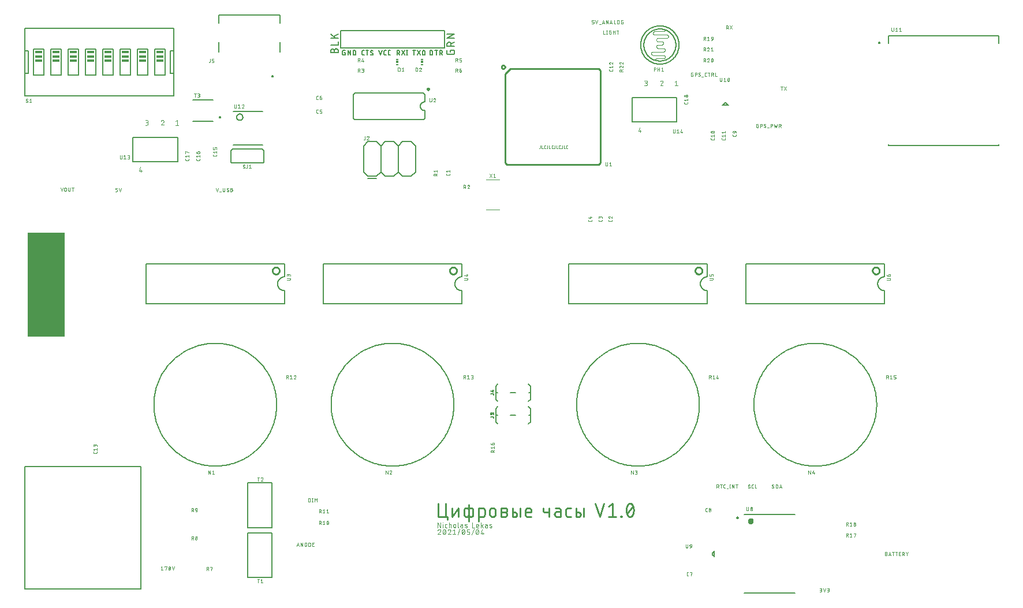
<source format=gto>
G04 EAGLE Gerber RS-274X export*
G75*
%MOMM*%
%FSLAX34Y34*%
%LPD*%
%INSilkscreen Top*%
%IPPOS*%
%AMOC8*
5,1,8,0,0,1.08239X$1,22.5*%
G01*
%ADD10C,0.050800*%
%ADD11C,0.228600*%
%ADD12C,0.076200*%
%ADD13R,5.400000X15.300000*%
%ADD14C,0.101600*%
%ADD15C,0.127000*%
%ADD16C,0.203200*%
%ADD17R,0.300000X0.150000*%
%ADD18R,0.300000X0.300000*%
%ADD19C,0.254000*%
%ADD20C,0.152400*%
%ADD21C,0.200000*%
%ADD22C,0.400000*%
%ADD23R,1.016000X0.381000*%


D10*
X786471Y687746D02*
X786471Y684252D01*
X786469Y684189D01*
X786463Y684127D01*
X786453Y684065D01*
X786440Y684004D01*
X786422Y683944D01*
X786401Y683885D01*
X786376Y683827D01*
X786348Y683771D01*
X786316Y683717D01*
X786280Y683665D01*
X786242Y683616D01*
X786201Y683569D01*
X786156Y683525D01*
X786109Y683483D01*
X786060Y683445D01*
X786008Y683409D01*
X785954Y683377D01*
X785898Y683349D01*
X785840Y683324D01*
X785781Y683303D01*
X785721Y683285D01*
X785660Y683272D01*
X785598Y683262D01*
X785536Y683256D01*
X785473Y683254D01*
X784973Y683254D01*
X788765Y683254D02*
X788765Y687746D01*
X788765Y683254D02*
X790761Y683254D01*
X793488Y683254D02*
X794486Y683254D01*
X793488Y683254D02*
X793428Y683256D01*
X793368Y683261D01*
X793308Y683270D01*
X793249Y683283D01*
X793191Y683299D01*
X793134Y683319D01*
X793078Y683342D01*
X793024Y683368D01*
X792972Y683398D01*
X792921Y683431D01*
X792873Y683466D01*
X792826Y683505D01*
X792782Y683546D01*
X792741Y683590D01*
X792702Y683637D01*
X792667Y683685D01*
X792634Y683736D01*
X792604Y683788D01*
X792578Y683842D01*
X792555Y683898D01*
X792535Y683955D01*
X792519Y684013D01*
X792506Y684072D01*
X792497Y684132D01*
X792492Y684192D01*
X792490Y684252D01*
X792490Y686748D01*
X792492Y686811D01*
X792498Y686873D01*
X792508Y686935D01*
X792521Y686996D01*
X792539Y687056D01*
X792560Y687115D01*
X792585Y687173D01*
X792613Y687229D01*
X792645Y687283D01*
X792681Y687335D01*
X792719Y687384D01*
X792760Y687431D01*
X792805Y687475D01*
X792852Y687517D01*
X792901Y687555D01*
X792953Y687591D01*
X793007Y687623D01*
X793063Y687651D01*
X793121Y687676D01*
X793180Y687697D01*
X793240Y687715D01*
X793301Y687728D01*
X793363Y687738D01*
X793425Y687744D01*
X793488Y687746D01*
X794486Y687746D01*
X797271Y687746D02*
X797271Y684252D01*
X797270Y684252D02*
X797268Y684189D01*
X797262Y684127D01*
X797252Y684065D01*
X797239Y684004D01*
X797221Y683944D01*
X797200Y683885D01*
X797175Y683827D01*
X797147Y683771D01*
X797115Y683717D01*
X797079Y683665D01*
X797041Y683616D01*
X797000Y683569D01*
X796955Y683525D01*
X796908Y683483D01*
X796859Y683445D01*
X796807Y683409D01*
X796753Y683377D01*
X796697Y683349D01*
X796639Y683324D01*
X796580Y683303D01*
X796520Y683285D01*
X796459Y683272D01*
X796397Y683262D01*
X796335Y683256D01*
X796272Y683254D01*
X795773Y683254D01*
X799564Y683254D02*
X799564Y687746D01*
X799564Y683254D02*
X801561Y683254D01*
X804288Y683254D02*
X805286Y683254D01*
X804288Y683254D02*
X804228Y683256D01*
X804168Y683261D01*
X804108Y683270D01*
X804049Y683283D01*
X803991Y683299D01*
X803934Y683319D01*
X803878Y683342D01*
X803824Y683368D01*
X803772Y683398D01*
X803721Y683431D01*
X803673Y683466D01*
X803626Y683505D01*
X803582Y683546D01*
X803541Y683590D01*
X803502Y683637D01*
X803467Y683685D01*
X803434Y683736D01*
X803404Y683788D01*
X803378Y683842D01*
X803355Y683898D01*
X803335Y683955D01*
X803319Y684013D01*
X803306Y684072D01*
X803297Y684132D01*
X803292Y684192D01*
X803290Y684252D01*
X803289Y684252D02*
X803289Y686748D01*
X803290Y686748D02*
X803292Y686811D01*
X803298Y686873D01*
X803308Y686935D01*
X803321Y686996D01*
X803339Y687056D01*
X803360Y687115D01*
X803385Y687173D01*
X803413Y687229D01*
X803445Y687283D01*
X803481Y687335D01*
X803519Y687384D01*
X803560Y687431D01*
X803605Y687475D01*
X803652Y687517D01*
X803701Y687555D01*
X803753Y687591D01*
X803807Y687623D01*
X803863Y687651D01*
X803921Y687676D01*
X803980Y687697D01*
X804040Y687715D01*
X804101Y687728D01*
X804163Y687738D01*
X804225Y687744D01*
X804288Y687746D01*
X805286Y687746D01*
X808071Y687746D02*
X808071Y684252D01*
X808070Y684252D02*
X808068Y684189D01*
X808062Y684127D01*
X808052Y684065D01*
X808039Y684004D01*
X808021Y683944D01*
X808000Y683885D01*
X807975Y683827D01*
X807947Y683771D01*
X807915Y683717D01*
X807879Y683665D01*
X807841Y683616D01*
X807800Y683569D01*
X807755Y683525D01*
X807708Y683483D01*
X807659Y683445D01*
X807607Y683409D01*
X807553Y683377D01*
X807497Y683349D01*
X807439Y683324D01*
X807380Y683303D01*
X807320Y683285D01*
X807259Y683272D01*
X807197Y683262D01*
X807135Y683256D01*
X807072Y683254D01*
X806573Y683254D01*
X810364Y683254D02*
X810364Y687746D01*
X810364Y683254D02*
X812361Y683254D01*
X815088Y683254D02*
X816086Y683254D01*
X815088Y683254D02*
X815028Y683256D01*
X814968Y683261D01*
X814908Y683270D01*
X814849Y683283D01*
X814791Y683299D01*
X814734Y683319D01*
X814678Y683342D01*
X814624Y683368D01*
X814572Y683398D01*
X814521Y683431D01*
X814473Y683466D01*
X814426Y683505D01*
X814382Y683546D01*
X814341Y683590D01*
X814302Y683637D01*
X814267Y683685D01*
X814234Y683736D01*
X814204Y683788D01*
X814178Y683842D01*
X814155Y683898D01*
X814135Y683955D01*
X814119Y684013D01*
X814106Y684072D01*
X814097Y684132D01*
X814092Y684192D01*
X814090Y684252D01*
X814089Y684252D02*
X814089Y686748D01*
X814090Y686748D02*
X814092Y686811D01*
X814098Y686873D01*
X814108Y686935D01*
X814121Y686996D01*
X814139Y687056D01*
X814160Y687115D01*
X814185Y687173D01*
X814213Y687229D01*
X814245Y687283D01*
X814281Y687335D01*
X814319Y687384D01*
X814360Y687431D01*
X814405Y687475D01*
X814452Y687517D01*
X814501Y687555D01*
X814553Y687591D01*
X814607Y687623D01*
X814663Y687651D01*
X814721Y687676D01*
X814780Y687697D01*
X814840Y687715D01*
X814901Y687728D01*
X814963Y687738D01*
X815025Y687744D01*
X815088Y687746D01*
X816086Y687746D01*
X818870Y687746D02*
X818870Y684252D01*
X818868Y684189D01*
X818862Y684127D01*
X818852Y684065D01*
X818839Y684004D01*
X818821Y683944D01*
X818800Y683885D01*
X818775Y683827D01*
X818747Y683771D01*
X818715Y683717D01*
X818679Y683665D01*
X818641Y683616D01*
X818600Y683569D01*
X818555Y683525D01*
X818508Y683483D01*
X818459Y683445D01*
X818407Y683409D01*
X818353Y683377D01*
X818297Y683349D01*
X818239Y683324D01*
X818180Y683303D01*
X818120Y683285D01*
X818059Y683272D01*
X817997Y683262D01*
X817935Y683256D01*
X817872Y683254D01*
X817373Y683254D01*
X821164Y683254D02*
X821164Y687746D01*
X821164Y683254D02*
X823161Y683254D01*
X825887Y683254D02*
X826886Y683254D01*
X825887Y683254D02*
X825827Y683256D01*
X825767Y683261D01*
X825707Y683270D01*
X825648Y683283D01*
X825590Y683299D01*
X825533Y683319D01*
X825477Y683342D01*
X825423Y683368D01*
X825371Y683398D01*
X825320Y683431D01*
X825272Y683466D01*
X825225Y683505D01*
X825181Y683546D01*
X825140Y683590D01*
X825101Y683637D01*
X825066Y683685D01*
X825033Y683736D01*
X825003Y683788D01*
X824977Y683842D01*
X824954Y683898D01*
X824934Y683955D01*
X824918Y684013D01*
X824905Y684072D01*
X824896Y684132D01*
X824891Y684192D01*
X824889Y684252D01*
X824889Y686748D01*
X824890Y686748D02*
X824892Y686811D01*
X824898Y686873D01*
X824908Y686935D01*
X824921Y686996D01*
X824939Y687056D01*
X824960Y687115D01*
X824985Y687173D01*
X825013Y687229D01*
X825045Y687283D01*
X825081Y687335D01*
X825119Y687384D01*
X825160Y687431D01*
X825205Y687475D01*
X825252Y687517D01*
X825301Y687555D01*
X825353Y687591D01*
X825407Y687623D01*
X825463Y687651D01*
X825521Y687676D01*
X825580Y687697D01*
X825640Y687715D01*
X825701Y687728D01*
X825763Y687738D01*
X825825Y687744D01*
X825888Y687746D01*
X825887Y687746D02*
X826886Y687746D01*
D11*
X637143Y162701D02*
X637143Y143143D01*
X650182Y143143D01*
X650182Y138797D01*
X648009Y143143D02*
X648009Y162701D01*
X656819Y156182D02*
X656819Y143143D01*
X666598Y156182D01*
X666598Y143143D01*
X681483Y136624D02*
X681483Y160528D01*
X681483Y152922D02*
X681481Y153035D01*
X681475Y153147D01*
X681466Y153259D01*
X681452Y153371D01*
X681435Y153482D01*
X681413Y153592D01*
X681388Y153702D01*
X681359Y153811D01*
X681327Y153919D01*
X681291Y154025D01*
X681251Y154130D01*
X681207Y154234D01*
X681160Y154336D01*
X681110Y154437D01*
X681056Y154536D01*
X680998Y154633D01*
X680937Y154727D01*
X680874Y154820D01*
X680806Y154910D01*
X680736Y154998D01*
X680663Y155084D01*
X680587Y155167D01*
X680508Y155247D01*
X680427Y155324D01*
X680342Y155399D01*
X680256Y155471D01*
X680166Y155539D01*
X680075Y155605D01*
X679981Y155667D01*
X679885Y155726D01*
X679788Y155782D01*
X679688Y155834D01*
X679587Y155883D01*
X679484Y155928D01*
X679379Y155970D01*
X679273Y156008D01*
X679166Y156043D01*
X679058Y156073D01*
X678948Y156100D01*
X678838Y156123D01*
X678727Y156143D01*
X678616Y156158D01*
X678504Y156170D01*
X678392Y156178D01*
X678279Y156182D01*
X678167Y156182D01*
X678054Y156178D01*
X677942Y156170D01*
X677830Y156158D01*
X677719Y156143D01*
X677608Y156123D01*
X677498Y156100D01*
X677388Y156073D01*
X677280Y156043D01*
X677173Y156008D01*
X677067Y155970D01*
X676962Y155928D01*
X676859Y155883D01*
X676758Y155834D01*
X676658Y155782D01*
X676561Y155726D01*
X676465Y155667D01*
X676371Y155605D01*
X676280Y155539D01*
X676190Y155471D01*
X676104Y155399D01*
X676019Y155324D01*
X675938Y155247D01*
X675859Y155167D01*
X675783Y155084D01*
X675710Y154998D01*
X675640Y154910D01*
X675572Y154820D01*
X675509Y154727D01*
X675448Y154633D01*
X675390Y154536D01*
X675336Y154437D01*
X675286Y154336D01*
X675239Y154234D01*
X675195Y154130D01*
X675155Y154025D01*
X675119Y153919D01*
X675087Y153811D01*
X675058Y153702D01*
X675033Y153592D01*
X675011Y153482D01*
X674994Y153371D01*
X674980Y153259D01*
X674971Y153147D01*
X674965Y153035D01*
X674963Y152922D01*
X674964Y152922D02*
X674964Y146403D01*
X674963Y146403D02*
X674965Y146290D01*
X674971Y146178D01*
X674980Y146066D01*
X674994Y145954D01*
X675011Y145843D01*
X675033Y145733D01*
X675058Y145623D01*
X675087Y145514D01*
X675119Y145406D01*
X675155Y145300D01*
X675195Y145195D01*
X675239Y145091D01*
X675286Y144989D01*
X675336Y144888D01*
X675390Y144789D01*
X675448Y144692D01*
X675509Y144598D01*
X675572Y144505D01*
X675640Y144415D01*
X675710Y144327D01*
X675783Y144241D01*
X675859Y144158D01*
X675938Y144078D01*
X676019Y144001D01*
X676104Y143926D01*
X676190Y143854D01*
X676280Y143786D01*
X676371Y143720D01*
X676465Y143658D01*
X676561Y143599D01*
X676658Y143543D01*
X676758Y143491D01*
X676859Y143442D01*
X676962Y143397D01*
X677067Y143355D01*
X677173Y143317D01*
X677280Y143282D01*
X677388Y143252D01*
X677498Y143225D01*
X677608Y143202D01*
X677719Y143182D01*
X677830Y143167D01*
X677942Y143155D01*
X678054Y143147D01*
X678167Y143143D01*
X678279Y143143D01*
X678392Y143147D01*
X678504Y143155D01*
X678616Y143167D01*
X678727Y143182D01*
X678838Y143202D01*
X678948Y143225D01*
X679058Y143252D01*
X679166Y143282D01*
X679273Y143317D01*
X679379Y143355D01*
X679484Y143397D01*
X679587Y143442D01*
X679688Y143491D01*
X679788Y143543D01*
X679885Y143599D01*
X679981Y143658D01*
X680075Y143720D01*
X680166Y143786D01*
X680256Y143854D01*
X680342Y143926D01*
X680427Y144001D01*
X680508Y144078D01*
X680587Y144158D01*
X680663Y144241D01*
X680736Y144327D01*
X680806Y144415D01*
X680874Y144505D01*
X680937Y144598D01*
X680998Y144692D01*
X681056Y144789D01*
X681110Y144888D01*
X681160Y144989D01*
X681207Y145091D01*
X681251Y145195D01*
X681291Y145300D01*
X681327Y145406D01*
X681359Y145514D01*
X681388Y145623D01*
X681413Y145733D01*
X681435Y145843D01*
X681452Y145954D01*
X681466Y146066D01*
X681475Y146178D01*
X681481Y146290D01*
X681483Y146403D01*
X681485Y146290D01*
X681491Y146178D01*
X681500Y146066D01*
X681514Y145954D01*
X681531Y145843D01*
X681553Y145733D01*
X681578Y145623D01*
X681607Y145514D01*
X681639Y145406D01*
X681675Y145300D01*
X681715Y145195D01*
X681759Y145091D01*
X681806Y144989D01*
X681856Y144888D01*
X681910Y144789D01*
X681968Y144692D01*
X682029Y144598D01*
X682092Y144505D01*
X682160Y144415D01*
X682230Y144327D01*
X682303Y144241D01*
X682379Y144158D01*
X682458Y144078D01*
X682539Y144001D01*
X682624Y143926D01*
X682710Y143854D01*
X682800Y143786D01*
X682891Y143720D01*
X682985Y143658D01*
X683081Y143599D01*
X683178Y143543D01*
X683278Y143491D01*
X683379Y143442D01*
X683482Y143397D01*
X683587Y143355D01*
X683693Y143317D01*
X683800Y143282D01*
X683908Y143252D01*
X684018Y143225D01*
X684128Y143202D01*
X684239Y143182D01*
X684350Y143167D01*
X684462Y143155D01*
X684574Y143147D01*
X684687Y143143D01*
X684799Y143143D01*
X684912Y143147D01*
X685024Y143155D01*
X685136Y143167D01*
X685247Y143182D01*
X685358Y143202D01*
X685468Y143225D01*
X685578Y143252D01*
X685686Y143282D01*
X685793Y143317D01*
X685899Y143355D01*
X686004Y143397D01*
X686107Y143442D01*
X686208Y143491D01*
X686308Y143543D01*
X686405Y143599D01*
X686501Y143658D01*
X686595Y143720D01*
X686686Y143786D01*
X686776Y143854D01*
X686862Y143926D01*
X686947Y144001D01*
X687028Y144078D01*
X687107Y144158D01*
X687183Y144241D01*
X687256Y144327D01*
X687326Y144415D01*
X687394Y144505D01*
X687457Y144598D01*
X687518Y144692D01*
X687576Y144789D01*
X687630Y144888D01*
X687680Y144989D01*
X687727Y145091D01*
X687771Y145195D01*
X687811Y145300D01*
X687847Y145406D01*
X687879Y145514D01*
X687908Y145623D01*
X687933Y145733D01*
X687955Y145843D01*
X687972Y145954D01*
X687986Y146066D01*
X687995Y146178D01*
X688001Y146290D01*
X688003Y146403D01*
X688002Y146403D02*
X688002Y152922D01*
X688003Y152922D02*
X688001Y153035D01*
X687995Y153147D01*
X687986Y153259D01*
X687972Y153371D01*
X687955Y153482D01*
X687933Y153592D01*
X687908Y153702D01*
X687879Y153811D01*
X687847Y153919D01*
X687811Y154025D01*
X687771Y154130D01*
X687727Y154234D01*
X687680Y154336D01*
X687630Y154437D01*
X687576Y154536D01*
X687518Y154633D01*
X687457Y154727D01*
X687394Y154820D01*
X687326Y154910D01*
X687256Y154998D01*
X687183Y155084D01*
X687107Y155167D01*
X687028Y155247D01*
X686947Y155324D01*
X686862Y155399D01*
X686776Y155471D01*
X686686Y155539D01*
X686595Y155605D01*
X686501Y155667D01*
X686405Y155726D01*
X686308Y155782D01*
X686208Y155834D01*
X686107Y155883D01*
X686004Y155928D01*
X685899Y155970D01*
X685793Y156008D01*
X685686Y156043D01*
X685578Y156073D01*
X685468Y156100D01*
X685358Y156123D01*
X685247Y156143D01*
X685136Y156158D01*
X685024Y156170D01*
X684912Y156178D01*
X684799Y156182D01*
X684687Y156182D01*
X684574Y156178D01*
X684462Y156170D01*
X684350Y156158D01*
X684239Y156143D01*
X684128Y156123D01*
X684018Y156100D01*
X683908Y156073D01*
X683800Y156043D01*
X683693Y156008D01*
X683587Y155970D01*
X683482Y155928D01*
X683379Y155883D01*
X683278Y155834D01*
X683178Y155782D01*
X683081Y155726D01*
X682985Y155667D01*
X682891Y155605D01*
X682800Y155539D01*
X682710Y155471D01*
X682624Y155399D01*
X682539Y155324D01*
X682458Y155247D01*
X682379Y155167D01*
X682303Y155084D01*
X682230Y154998D01*
X682160Y154910D01*
X682092Y154820D01*
X682029Y154727D01*
X681968Y154633D01*
X681910Y154536D01*
X681856Y154437D01*
X681806Y154336D01*
X681759Y154234D01*
X681715Y154130D01*
X681675Y154025D01*
X681639Y153919D01*
X681607Y153811D01*
X681578Y153702D01*
X681553Y153592D01*
X681531Y153482D01*
X681514Y153371D01*
X681500Y153259D01*
X681491Y153147D01*
X681485Y153035D01*
X681483Y152922D01*
X696373Y156182D02*
X696373Y136624D01*
X696373Y156182D02*
X701806Y156182D01*
X701920Y156180D01*
X702033Y156174D01*
X702147Y156164D01*
X702260Y156150D01*
X702372Y156132D01*
X702484Y156111D01*
X702595Y156085D01*
X702705Y156056D01*
X702813Y156022D01*
X702921Y155985D01*
X703027Y155945D01*
X703132Y155900D01*
X703235Y155852D01*
X703336Y155800D01*
X703436Y155745D01*
X703534Y155687D01*
X703629Y155625D01*
X703722Y155559D01*
X703813Y155491D01*
X703901Y155419D01*
X703987Y155345D01*
X704071Y155267D01*
X704151Y155187D01*
X704229Y155103D01*
X704303Y155018D01*
X704375Y154929D01*
X704443Y154838D01*
X704509Y154745D01*
X704571Y154650D01*
X704629Y154552D01*
X704684Y154453D01*
X704736Y154351D01*
X704784Y154248D01*
X704829Y154143D01*
X704869Y154037D01*
X704906Y153929D01*
X704940Y153821D01*
X704969Y153711D01*
X704995Y153600D01*
X705016Y153488D01*
X705034Y153376D01*
X705048Y153263D01*
X705058Y153149D01*
X705064Y153036D01*
X705066Y152922D01*
X705066Y146403D01*
X705064Y146292D01*
X705058Y146181D01*
X705049Y146070D01*
X705036Y145959D01*
X705019Y145849D01*
X704998Y145740D01*
X704973Y145631D01*
X704945Y145523D01*
X704913Y145417D01*
X704878Y145311D01*
X704839Y145207D01*
X704796Y145104D01*
X704750Y145003D01*
X704701Y144903D01*
X704648Y144805D01*
X704591Y144709D01*
X704532Y144615D01*
X704469Y144523D01*
X704404Y144433D01*
X704335Y144346D01*
X704263Y144261D01*
X704189Y144178D01*
X704111Y144098D01*
X704031Y144020D01*
X703948Y143946D01*
X703863Y143874D01*
X703776Y143805D01*
X703686Y143740D01*
X703594Y143677D01*
X703500Y143618D01*
X703404Y143561D01*
X703306Y143508D01*
X703206Y143459D01*
X703105Y143413D01*
X703002Y143370D01*
X702898Y143331D01*
X702792Y143296D01*
X702686Y143264D01*
X702578Y143236D01*
X702469Y143211D01*
X702360Y143190D01*
X702250Y143173D01*
X702139Y143160D01*
X702028Y143151D01*
X701917Y143145D01*
X701806Y143143D01*
X696373Y143143D01*
X712360Y147489D02*
X712360Y151835D01*
X712362Y151965D01*
X712368Y152095D01*
X712377Y152225D01*
X712391Y152354D01*
X712409Y152483D01*
X712430Y152611D01*
X712455Y152739D01*
X712484Y152865D01*
X712517Y152991D01*
X712553Y153116D01*
X712593Y153240D01*
X712637Y153362D01*
X712685Y153483D01*
X712736Y153603D01*
X712790Y153721D01*
X712849Y153837D01*
X712910Y153951D01*
X712975Y154064D01*
X713044Y154175D01*
X713115Y154283D01*
X713190Y154390D01*
X713268Y154494D01*
X713349Y154595D01*
X713433Y154694D01*
X713520Y154791D01*
X713610Y154885D01*
X713703Y154976D01*
X713798Y155065D01*
X713896Y155150D01*
X713996Y155233D01*
X714099Y155312D01*
X714204Y155389D01*
X714312Y155462D01*
X714421Y155532D01*
X714533Y155599D01*
X714647Y155662D01*
X714762Y155722D01*
X714879Y155778D01*
X714998Y155831D01*
X715118Y155881D01*
X715240Y155926D01*
X715363Y155968D01*
X715487Y156007D01*
X715613Y156041D01*
X715739Y156072D01*
X715866Y156099D01*
X715994Y156122D01*
X716123Y156142D01*
X716252Y156157D01*
X716381Y156169D01*
X716511Y156177D01*
X716641Y156181D01*
X716771Y156181D01*
X716901Y156177D01*
X717031Y156169D01*
X717160Y156157D01*
X717289Y156142D01*
X717418Y156122D01*
X717546Y156099D01*
X717673Y156072D01*
X717799Y156041D01*
X717925Y156007D01*
X718049Y155968D01*
X718172Y155926D01*
X718294Y155881D01*
X718414Y155831D01*
X718533Y155778D01*
X718650Y155722D01*
X718765Y155662D01*
X718879Y155599D01*
X718991Y155532D01*
X719100Y155462D01*
X719208Y155389D01*
X719313Y155312D01*
X719416Y155233D01*
X719516Y155150D01*
X719614Y155065D01*
X719709Y154976D01*
X719802Y154885D01*
X719892Y154791D01*
X719979Y154694D01*
X720063Y154595D01*
X720144Y154494D01*
X720222Y154390D01*
X720297Y154283D01*
X720368Y154175D01*
X720437Y154064D01*
X720502Y153951D01*
X720563Y153837D01*
X720622Y153721D01*
X720676Y153603D01*
X720727Y153483D01*
X720775Y153362D01*
X720819Y153240D01*
X720859Y153116D01*
X720895Y152991D01*
X720928Y152865D01*
X720957Y152739D01*
X720982Y152611D01*
X721003Y152483D01*
X721021Y152354D01*
X721035Y152225D01*
X721044Y152095D01*
X721050Y151965D01*
X721052Y151835D01*
X721052Y147489D01*
X721050Y147359D01*
X721044Y147229D01*
X721035Y147099D01*
X721021Y146970D01*
X721003Y146841D01*
X720982Y146713D01*
X720957Y146585D01*
X720928Y146459D01*
X720895Y146333D01*
X720859Y146208D01*
X720819Y146084D01*
X720775Y145962D01*
X720727Y145841D01*
X720676Y145721D01*
X720622Y145603D01*
X720563Y145487D01*
X720502Y145373D01*
X720437Y145260D01*
X720368Y145149D01*
X720297Y145041D01*
X720222Y144934D01*
X720144Y144830D01*
X720063Y144729D01*
X719979Y144630D01*
X719892Y144533D01*
X719802Y144439D01*
X719709Y144348D01*
X719614Y144259D01*
X719516Y144174D01*
X719416Y144091D01*
X719313Y144012D01*
X719208Y143935D01*
X719100Y143862D01*
X718991Y143792D01*
X718879Y143725D01*
X718765Y143662D01*
X718650Y143602D01*
X718533Y143546D01*
X718414Y143493D01*
X718294Y143443D01*
X718172Y143398D01*
X718049Y143356D01*
X717925Y143317D01*
X717799Y143283D01*
X717673Y143252D01*
X717546Y143225D01*
X717418Y143202D01*
X717289Y143182D01*
X717160Y143167D01*
X717031Y143155D01*
X716901Y143147D01*
X716771Y143143D01*
X716641Y143143D01*
X716511Y143147D01*
X716381Y143155D01*
X716252Y143167D01*
X716123Y143182D01*
X715994Y143202D01*
X715866Y143225D01*
X715739Y143252D01*
X715613Y143283D01*
X715487Y143317D01*
X715363Y143356D01*
X715240Y143398D01*
X715118Y143443D01*
X714998Y143493D01*
X714879Y143546D01*
X714762Y143602D01*
X714647Y143662D01*
X714533Y143725D01*
X714421Y143792D01*
X714312Y143862D01*
X714204Y143935D01*
X714099Y144012D01*
X713996Y144091D01*
X713896Y144174D01*
X713798Y144259D01*
X713703Y144348D01*
X713610Y144439D01*
X713520Y144533D01*
X713433Y144630D01*
X713349Y144729D01*
X713268Y144830D01*
X713190Y144934D01*
X713115Y145041D01*
X713044Y145149D01*
X712975Y145260D01*
X712910Y145373D01*
X712849Y145487D01*
X712790Y145603D01*
X712736Y145721D01*
X712685Y145841D01*
X712637Y145962D01*
X712593Y146084D01*
X712553Y146208D01*
X712517Y146333D01*
X712484Y146459D01*
X712455Y146585D01*
X712430Y146713D01*
X712409Y146841D01*
X712391Y146970D01*
X712377Y147099D01*
X712368Y147229D01*
X712362Y147359D01*
X712360Y147489D01*
X729124Y149662D02*
X734557Y149662D01*
X734557Y149663D02*
X734670Y149661D01*
X734782Y149655D01*
X734894Y149646D01*
X735006Y149632D01*
X735117Y149615D01*
X735227Y149593D01*
X735337Y149568D01*
X735446Y149539D01*
X735554Y149507D01*
X735660Y149471D01*
X735765Y149431D01*
X735869Y149387D01*
X735971Y149340D01*
X736072Y149290D01*
X736171Y149236D01*
X736268Y149178D01*
X736362Y149117D01*
X736455Y149054D01*
X736545Y148986D01*
X736633Y148916D01*
X736719Y148843D01*
X736802Y148767D01*
X736882Y148688D01*
X736959Y148607D01*
X737034Y148522D01*
X737106Y148436D01*
X737174Y148346D01*
X737240Y148255D01*
X737302Y148161D01*
X737361Y148065D01*
X737417Y147968D01*
X737469Y147868D01*
X737518Y147767D01*
X737563Y147664D01*
X737605Y147559D01*
X737643Y147453D01*
X737678Y147346D01*
X737708Y147238D01*
X737735Y147128D01*
X737758Y147018D01*
X737778Y146907D01*
X737793Y146796D01*
X737805Y146684D01*
X737813Y146572D01*
X737817Y146459D01*
X737817Y146347D01*
X737813Y146234D01*
X737805Y146122D01*
X737793Y146010D01*
X737778Y145899D01*
X737758Y145788D01*
X737735Y145678D01*
X737708Y145568D01*
X737678Y145460D01*
X737643Y145353D01*
X737605Y145247D01*
X737563Y145142D01*
X737518Y145039D01*
X737469Y144938D01*
X737417Y144838D01*
X737361Y144741D01*
X737302Y144645D01*
X737240Y144551D01*
X737174Y144460D01*
X737106Y144370D01*
X737034Y144284D01*
X736959Y144199D01*
X736882Y144118D01*
X736802Y144039D01*
X736719Y143963D01*
X736633Y143890D01*
X736545Y143820D01*
X736455Y143752D01*
X736362Y143689D01*
X736268Y143628D01*
X736171Y143570D01*
X736072Y143516D01*
X735971Y143466D01*
X735869Y143419D01*
X735765Y143375D01*
X735660Y143335D01*
X735554Y143299D01*
X735446Y143267D01*
X735337Y143238D01*
X735227Y143213D01*
X735117Y143191D01*
X735006Y143174D01*
X734894Y143160D01*
X734782Y143151D01*
X734670Y143145D01*
X734557Y143143D01*
X729124Y143143D01*
X729124Y156182D01*
X734557Y156182D01*
X734670Y156180D01*
X734782Y156174D01*
X734894Y156165D01*
X735006Y156151D01*
X735117Y156134D01*
X735227Y156112D01*
X735337Y156087D01*
X735446Y156058D01*
X735554Y156026D01*
X735660Y155990D01*
X735765Y155950D01*
X735869Y155906D01*
X735971Y155859D01*
X736072Y155809D01*
X736171Y155755D01*
X736268Y155697D01*
X736362Y155636D01*
X736455Y155573D01*
X736545Y155505D01*
X736633Y155435D01*
X736719Y155362D01*
X736802Y155286D01*
X736882Y155207D01*
X736959Y155126D01*
X737034Y155041D01*
X737106Y154955D01*
X737174Y154865D01*
X737240Y154774D01*
X737302Y154680D01*
X737361Y154584D01*
X737417Y154487D01*
X737469Y154387D01*
X737518Y154286D01*
X737563Y154183D01*
X737605Y154078D01*
X737643Y153972D01*
X737678Y153865D01*
X737708Y153757D01*
X737735Y153647D01*
X737758Y153537D01*
X737778Y153426D01*
X737793Y153315D01*
X737805Y153203D01*
X737813Y153091D01*
X737817Y152978D01*
X737817Y152866D01*
X737813Y152753D01*
X737805Y152641D01*
X737793Y152529D01*
X737778Y152418D01*
X737758Y152307D01*
X737735Y152197D01*
X737708Y152087D01*
X737678Y151979D01*
X737643Y151872D01*
X737605Y151766D01*
X737563Y151661D01*
X737518Y151558D01*
X737469Y151457D01*
X737417Y151357D01*
X737361Y151260D01*
X737302Y151164D01*
X737240Y151070D01*
X737174Y150979D01*
X737106Y150889D01*
X737034Y150803D01*
X736959Y150718D01*
X736882Y150637D01*
X736802Y150558D01*
X736719Y150482D01*
X736633Y150409D01*
X736545Y150339D01*
X736455Y150271D01*
X736362Y150208D01*
X736268Y150147D01*
X736171Y150089D01*
X736072Y150035D01*
X735971Y149985D01*
X735869Y149938D01*
X735765Y149894D01*
X735660Y149854D01*
X735554Y149818D01*
X735446Y149786D01*
X735337Y149757D01*
X735227Y149732D01*
X735117Y149710D01*
X735006Y149693D01*
X734894Y149679D01*
X734782Y149670D01*
X734670Y149664D01*
X734557Y149662D01*
X756743Y143143D02*
X756743Y156182D01*
X745878Y156182D02*
X745878Y143143D01*
X749138Y143143D01*
X749251Y143145D01*
X749363Y143151D01*
X749475Y143160D01*
X749587Y143174D01*
X749698Y143191D01*
X749808Y143213D01*
X749918Y143238D01*
X750027Y143267D01*
X750135Y143299D01*
X750241Y143335D01*
X750346Y143375D01*
X750450Y143419D01*
X750552Y143466D01*
X750653Y143516D01*
X750752Y143570D01*
X750849Y143628D01*
X750943Y143689D01*
X751036Y143752D01*
X751126Y143820D01*
X751214Y143890D01*
X751300Y143963D01*
X751383Y144039D01*
X751463Y144118D01*
X751540Y144199D01*
X751615Y144284D01*
X751687Y144370D01*
X751755Y144460D01*
X751821Y144551D01*
X751883Y144645D01*
X751942Y144741D01*
X751998Y144838D01*
X752050Y144938D01*
X752099Y145039D01*
X752144Y145142D01*
X752186Y145247D01*
X752224Y145353D01*
X752259Y145460D01*
X752289Y145568D01*
X752316Y145678D01*
X752339Y145788D01*
X752359Y145899D01*
X752374Y146010D01*
X752386Y146122D01*
X752394Y146234D01*
X752398Y146347D01*
X752398Y146459D01*
X752394Y146572D01*
X752386Y146684D01*
X752374Y146796D01*
X752359Y146907D01*
X752339Y147018D01*
X752316Y147128D01*
X752289Y147238D01*
X752259Y147346D01*
X752224Y147453D01*
X752186Y147559D01*
X752144Y147664D01*
X752099Y147767D01*
X752050Y147868D01*
X751998Y147968D01*
X751942Y148065D01*
X751883Y148161D01*
X751821Y148255D01*
X751755Y148346D01*
X751687Y148436D01*
X751615Y148522D01*
X751540Y148607D01*
X751463Y148688D01*
X751383Y148767D01*
X751300Y148843D01*
X751214Y148916D01*
X751126Y148986D01*
X751036Y149054D01*
X750943Y149117D01*
X750849Y149178D01*
X750752Y149236D01*
X750653Y149290D01*
X750552Y149340D01*
X750450Y149387D01*
X750346Y149431D01*
X750241Y149471D01*
X750135Y149507D01*
X750027Y149539D01*
X749918Y149568D01*
X749808Y149593D01*
X749698Y149615D01*
X749587Y149632D01*
X749475Y149646D01*
X749363Y149655D01*
X749251Y149661D01*
X749138Y149663D01*
X749138Y149662D02*
X745878Y149662D01*
X768145Y143143D02*
X773577Y143143D01*
X768145Y143143D02*
X768034Y143145D01*
X767923Y143151D01*
X767812Y143160D01*
X767701Y143173D01*
X767591Y143190D01*
X767482Y143211D01*
X767373Y143236D01*
X767265Y143264D01*
X767159Y143296D01*
X767053Y143331D01*
X766949Y143370D01*
X766846Y143413D01*
X766745Y143459D01*
X766645Y143508D01*
X766547Y143561D01*
X766451Y143618D01*
X766357Y143677D01*
X766265Y143740D01*
X766175Y143805D01*
X766088Y143874D01*
X766003Y143946D01*
X765920Y144020D01*
X765840Y144098D01*
X765762Y144178D01*
X765688Y144261D01*
X765616Y144346D01*
X765547Y144433D01*
X765482Y144523D01*
X765419Y144615D01*
X765360Y144709D01*
X765303Y144805D01*
X765250Y144903D01*
X765201Y145003D01*
X765155Y145104D01*
X765112Y145207D01*
X765073Y145311D01*
X765038Y145417D01*
X765006Y145523D01*
X764978Y145631D01*
X764953Y145740D01*
X764932Y145849D01*
X764915Y145959D01*
X764902Y146070D01*
X764893Y146181D01*
X764887Y146292D01*
X764885Y146403D01*
X764885Y151835D01*
X764887Y151965D01*
X764893Y152095D01*
X764902Y152225D01*
X764916Y152354D01*
X764934Y152483D01*
X764955Y152611D01*
X764980Y152739D01*
X765009Y152865D01*
X765042Y152991D01*
X765078Y153116D01*
X765118Y153240D01*
X765162Y153362D01*
X765210Y153483D01*
X765261Y153603D01*
X765315Y153721D01*
X765374Y153837D01*
X765435Y153951D01*
X765500Y154064D01*
X765569Y154175D01*
X765640Y154283D01*
X765715Y154390D01*
X765793Y154494D01*
X765874Y154595D01*
X765958Y154694D01*
X766045Y154791D01*
X766135Y154885D01*
X766228Y154976D01*
X766323Y155065D01*
X766421Y155150D01*
X766521Y155233D01*
X766624Y155312D01*
X766729Y155389D01*
X766837Y155462D01*
X766946Y155532D01*
X767058Y155599D01*
X767172Y155662D01*
X767287Y155722D01*
X767404Y155778D01*
X767523Y155831D01*
X767643Y155881D01*
X767765Y155926D01*
X767888Y155968D01*
X768012Y156007D01*
X768138Y156041D01*
X768264Y156072D01*
X768391Y156099D01*
X768519Y156122D01*
X768648Y156142D01*
X768777Y156157D01*
X768906Y156169D01*
X769036Y156177D01*
X769166Y156181D01*
X769296Y156181D01*
X769426Y156177D01*
X769556Y156169D01*
X769685Y156157D01*
X769814Y156142D01*
X769943Y156122D01*
X770071Y156099D01*
X770198Y156072D01*
X770324Y156041D01*
X770450Y156007D01*
X770574Y155968D01*
X770697Y155926D01*
X770819Y155881D01*
X770939Y155831D01*
X771058Y155778D01*
X771175Y155722D01*
X771290Y155662D01*
X771404Y155599D01*
X771516Y155532D01*
X771625Y155462D01*
X771733Y155389D01*
X771838Y155312D01*
X771941Y155233D01*
X772041Y155150D01*
X772139Y155065D01*
X772234Y154976D01*
X772327Y154885D01*
X772417Y154791D01*
X772504Y154694D01*
X772588Y154595D01*
X772669Y154494D01*
X772747Y154390D01*
X772822Y154283D01*
X772893Y154175D01*
X772962Y154064D01*
X773027Y153951D01*
X773088Y153837D01*
X773147Y153721D01*
X773201Y153603D01*
X773252Y153483D01*
X773300Y153362D01*
X773344Y153240D01*
X773384Y153116D01*
X773420Y152991D01*
X773453Y152865D01*
X773482Y152739D01*
X773507Y152611D01*
X773528Y152483D01*
X773546Y152354D01*
X773560Y152225D01*
X773569Y152095D01*
X773575Y151965D01*
X773577Y151835D01*
X773577Y149662D01*
X764885Y149662D01*
X790759Y152922D02*
X790759Y156182D01*
X790758Y152922D02*
X790760Y152808D01*
X790766Y152695D01*
X790776Y152581D01*
X790790Y152468D01*
X790808Y152356D01*
X790829Y152244D01*
X790855Y152133D01*
X790884Y152023D01*
X790918Y151915D01*
X790955Y151807D01*
X790995Y151701D01*
X791040Y151596D01*
X791088Y151493D01*
X791140Y151392D01*
X791195Y151292D01*
X791253Y151194D01*
X791315Y151099D01*
X791381Y151006D01*
X791449Y150915D01*
X791521Y150827D01*
X791595Y150741D01*
X791673Y150657D01*
X791753Y150577D01*
X791837Y150499D01*
X791922Y150425D01*
X792011Y150353D01*
X792102Y150285D01*
X792195Y150219D01*
X792290Y150157D01*
X792388Y150099D01*
X792488Y150044D01*
X792589Y149992D01*
X792692Y149944D01*
X792797Y149899D01*
X792903Y149859D01*
X793011Y149822D01*
X793119Y149788D01*
X793229Y149759D01*
X793340Y149733D01*
X793452Y149712D01*
X793564Y149694D01*
X793677Y149680D01*
X793791Y149670D01*
X793904Y149664D01*
X794018Y149662D01*
X799451Y149662D01*
X799451Y143143D02*
X799451Y156182D01*
X811246Y150749D02*
X816135Y150749D01*
X811246Y150749D02*
X811124Y150747D01*
X811002Y150741D01*
X810881Y150731D01*
X810760Y150718D01*
X810639Y150700D01*
X810519Y150679D01*
X810400Y150654D01*
X810281Y150625D01*
X810164Y150592D01*
X810048Y150555D01*
X809933Y150515D01*
X809819Y150471D01*
X809707Y150424D01*
X809596Y150372D01*
X809487Y150318D01*
X809380Y150260D01*
X809275Y150198D01*
X809171Y150133D01*
X809070Y150065D01*
X808971Y149994D01*
X808875Y149919D01*
X808781Y149842D01*
X808689Y149761D01*
X808600Y149678D01*
X808514Y149592D01*
X808431Y149503D01*
X808350Y149411D01*
X808273Y149317D01*
X808198Y149221D01*
X808127Y149122D01*
X808059Y149021D01*
X807994Y148917D01*
X807932Y148812D01*
X807874Y148705D01*
X807820Y148596D01*
X807768Y148485D01*
X807721Y148373D01*
X807677Y148259D01*
X807637Y148144D01*
X807600Y148028D01*
X807567Y147911D01*
X807538Y147792D01*
X807513Y147673D01*
X807492Y147553D01*
X807474Y147432D01*
X807461Y147311D01*
X807451Y147190D01*
X807445Y147068D01*
X807443Y146946D01*
X807445Y146824D01*
X807451Y146702D01*
X807461Y146581D01*
X807474Y146460D01*
X807492Y146339D01*
X807513Y146219D01*
X807538Y146100D01*
X807567Y145981D01*
X807600Y145864D01*
X807637Y145748D01*
X807677Y145633D01*
X807721Y145519D01*
X807768Y145407D01*
X807820Y145296D01*
X807874Y145187D01*
X807932Y145080D01*
X807994Y144975D01*
X808059Y144871D01*
X808127Y144770D01*
X808198Y144671D01*
X808273Y144575D01*
X808350Y144481D01*
X808431Y144389D01*
X808514Y144300D01*
X808600Y144214D01*
X808689Y144131D01*
X808781Y144050D01*
X808875Y143973D01*
X808971Y143898D01*
X809070Y143827D01*
X809171Y143759D01*
X809275Y143694D01*
X809380Y143632D01*
X809487Y143574D01*
X809596Y143520D01*
X809707Y143468D01*
X809819Y143421D01*
X809933Y143377D01*
X810048Y143337D01*
X810164Y143300D01*
X810281Y143267D01*
X810400Y143238D01*
X810519Y143213D01*
X810639Y143192D01*
X810760Y143174D01*
X810881Y143161D01*
X811002Y143151D01*
X811124Y143145D01*
X811246Y143143D01*
X816135Y143143D01*
X816135Y152922D01*
X816136Y152922D02*
X816134Y153033D01*
X816128Y153144D01*
X816119Y153255D01*
X816106Y153366D01*
X816089Y153476D01*
X816068Y153585D01*
X816043Y153694D01*
X816015Y153802D01*
X815983Y153908D01*
X815948Y154014D01*
X815909Y154118D01*
X815866Y154221D01*
X815820Y154322D01*
X815771Y154422D01*
X815718Y154520D01*
X815661Y154616D01*
X815602Y154710D01*
X815539Y154802D01*
X815474Y154892D01*
X815405Y154979D01*
X815333Y155064D01*
X815259Y155147D01*
X815181Y155227D01*
X815101Y155305D01*
X815018Y155379D01*
X814933Y155451D01*
X814846Y155520D01*
X814756Y155585D01*
X814664Y155648D01*
X814570Y155707D01*
X814474Y155764D01*
X814376Y155817D01*
X814276Y155866D01*
X814175Y155912D01*
X814072Y155955D01*
X813968Y155994D01*
X813862Y156029D01*
X813756Y156061D01*
X813648Y156089D01*
X813539Y156114D01*
X813430Y156135D01*
X813320Y156152D01*
X813209Y156165D01*
X813098Y156174D01*
X812987Y156180D01*
X812876Y156182D01*
X808530Y156182D01*
X827488Y143143D02*
X831834Y143143D01*
X827488Y143143D02*
X827377Y143145D01*
X827266Y143151D01*
X827155Y143160D01*
X827044Y143173D01*
X826934Y143190D01*
X826825Y143211D01*
X826716Y143236D01*
X826608Y143264D01*
X826502Y143296D01*
X826396Y143331D01*
X826292Y143370D01*
X826189Y143413D01*
X826088Y143459D01*
X825988Y143508D01*
X825890Y143561D01*
X825794Y143618D01*
X825700Y143677D01*
X825608Y143740D01*
X825518Y143805D01*
X825431Y143874D01*
X825346Y143946D01*
X825263Y144020D01*
X825183Y144098D01*
X825105Y144178D01*
X825031Y144261D01*
X824959Y144346D01*
X824890Y144433D01*
X824825Y144523D01*
X824762Y144615D01*
X824703Y144709D01*
X824646Y144805D01*
X824593Y144903D01*
X824544Y145003D01*
X824498Y145104D01*
X824455Y145207D01*
X824416Y145311D01*
X824381Y145417D01*
X824349Y145523D01*
X824321Y145631D01*
X824296Y145740D01*
X824275Y145849D01*
X824258Y145959D01*
X824245Y146070D01*
X824236Y146181D01*
X824230Y146292D01*
X824228Y146403D01*
X824229Y146403D02*
X824229Y152922D01*
X824228Y152922D02*
X824230Y153033D01*
X824236Y153144D01*
X824245Y153255D01*
X824258Y153366D01*
X824275Y153476D01*
X824296Y153585D01*
X824321Y153694D01*
X824349Y153802D01*
X824381Y153908D01*
X824416Y154014D01*
X824455Y154118D01*
X824498Y154221D01*
X824544Y154322D01*
X824593Y154422D01*
X824646Y154520D01*
X824703Y154616D01*
X824762Y154710D01*
X824825Y154802D01*
X824890Y154892D01*
X824959Y154979D01*
X825031Y155064D01*
X825105Y155147D01*
X825183Y155227D01*
X825263Y155305D01*
X825346Y155379D01*
X825431Y155451D01*
X825518Y155520D01*
X825608Y155585D01*
X825700Y155648D01*
X825794Y155707D01*
X825890Y155764D01*
X825988Y155817D01*
X826088Y155866D01*
X826189Y155912D01*
X826292Y155955D01*
X826396Y155994D01*
X826502Y156029D01*
X826608Y156061D01*
X826716Y156089D01*
X826825Y156114D01*
X826934Y156135D01*
X827044Y156152D01*
X827155Y156165D01*
X827266Y156174D01*
X827377Y156180D01*
X827488Y156182D01*
X831834Y156182D01*
X850053Y156182D02*
X850053Y143143D01*
X839188Y143143D02*
X839188Y156182D01*
X839188Y143143D02*
X842447Y143143D01*
X842560Y143145D01*
X842672Y143151D01*
X842784Y143160D01*
X842896Y143174D01*
X843007Y143191D01*
X843117Y143213D01*
X843227Y143238D01*
X843336Y143267D01*
X843444Y143299D01*
X843550Y143335D01*
X843655Y143375D01*
X843759Y143419D01*
X843861Y143466D01*
X843962Y143516D01*
X844061Y143570D01*
X844158Y143628D01*
X844252Y143689D01*
X844345Y143752D01*
X844435Y143820D01*
X844523Y143890D01*
X844609Y143963D01*
X844692Y144039D01*
X844772Y144118D01*
X844849Y144199D01*
X844924Y144284D01*
X844996Y144370D01*
X845064Y144460D01*
X845130Y144551D01*
X845192Y144645D01*
X845251Y144741D01*
X845307Y144838D01*
X845359Y144938D01*
X845408Y145039D01*
X845453Y145142D01*
X845495Y145247D01*
X845533Y145353D01*
X845568Y145460D01*
X845598Y145568D01*
X845625Y145678D01*
X845648Y145788D01*
X845668Y145899D01*
X845683Y146010D01*
X845695Y146122D01*
X845703Y146234D01*
X845707Y146347D01*
X845707Y146459D01*
X845703Y146572D01*
X845695Y146684D01*
X845683Y146796D01*
X845668Y146907D01*
X845648Y147018D01*
X845625Y147128D01*
X845598Y147238D01*
X845568Y147346D01*
X845533Y147453D01*
X845495Y147559D01*
X845453Y147664D01*
X845408Y147767D01*
X845359Y147868D01*
X845307Y147968D01*
X845251Y148065D01*
X845192Y148161D01*
X845130Y148255D01*
X845064Y148346D01*
X844996Y148436D01*
X844924Y148522D01*
X844849Y148607D01*
X844772Y148688D01*
X844692Y148767D01*
X844609Y148843D01*
X844523Y148916D01*
X844435Y148986D01*
X844345Y149054D01*
X844252Y149117D01*
X844158Y149178D01*
X844061Y149236D01*
X843962Y149290D01*
X843861Y149340D01*
X843759Y149387D01*
X843655Y149431D01*
X843550Y149471D01*
X843444Y149507D01*
X843336Y149539D01*
X843227Y149568D01*
X843117Y149593D01*
X843007Y149615D01*
X842896Y149632D01*
X842784Y149646D01*
X842672Y149655D01*
X842560Y149661D01*
X842447Y149663D01*
X842447Y149662D02*
X839188Y149662D01*
X867144Y162701D02*
X873664Y143143D01*
X880183Y162701D01*
X886769Y158355D02*
X892202Y162701D01*
X892202Y143143D01*
X886769Y143143D02*
X897635Y143143D01*
X904636Y143143D02*
X904636Y144230D01*
X905722Y144230D01*
X905722Y143143D01*
X904636Y143143D01*
X912723Y152922D02*
X912728Y153307D01*
X912741Y153691D01*
X912764Y154075D01*
X912796Y154459D01*
X912838Y154841D01*
X912888Y155223D01*
X912948Y155603D01*
X913016Y155981D01*
X913094Y156358D01*
X913180Y156733D01*
X913276Y157106D01*
X913380Y157476D01*
X913493Y157844D01*
X913615Y158209D01*
X913745Y158571D01*
X913885Y158930D01*
X914032Y159285D01*
X914188Y159637D01*
X914353Y159984D01*
X914353Y159985D02*
X914396Y160102D01*
X914441Y160218D01*
X914491Y160332D01*
X914544Y160445D01*
X914600Y160556D01*
X914660Y160666D01*
X914723Y160773D01*
X914790Y160879D01*
X914860Y160982D01*
X914933Y161083D01*
X915009Y161182D01*
X915088Y161278D01*
X915170Y161372D01*
X915255Y161463D01*
X915342Y161552D01*
X915433Y161638D01*
X915526Y161721D01*
X915621Y161801D01*
X915719Y161878D01*
X915819Y161952D01*
X915922Y162023D01*
X916027Y162091D01*
X916133Y162155D01*
X916242Y162216D01*
X916353Y162274D01*
X916465Y162328D01*
X916579Y162379D01*
X916694Y162426D01*
X916811Y162469D01*
X916929Y162509D01*
X917048Y162545D01*
X917169Y162578D01*
X917290Y162607D01*
X917412Y162632D01*
X917535Y162653D01*
X917659Y162670D01*
X917783Y162684D01*
X917907Y162693D01*
X918031Y162699D01*
X918156Y162701D01*
X918281Y162699D01*
X918405Y162693D01*
X918529Y162684D01*
X918653Y162670D01*
X918777Y162653D01*
X918900Y162632D01*
X919022Y162607D01*
X919143Y162578D01*
X919264Y162545D01*
X919383Y162509D01*
X919501Y162469D01*
X919618Y162426D01*
X919733Y162379D01*
X919847Y162328D01*
X919959Y162274D01*
X920070Y162216D01*
X920179Y162155D01*
X920285Y162091D01*
X920390Y162023D01*
X920493Y161952D01*
X920593Y161878D01*
X920691Y161801D01*
X920786Y161721D01*
X920879Y161638D01*
X920970Y161552D01*
X921057Y161463D01*
X921142Y161372D01*
X921224Y161278D01*
X921303Y161182D01*
X921379Y161083D01*
X921452Y160982D01*
X921522Y160879D01*
X921589Y160773D01*
X921652Y160666D01*
X921712Y160556D01*
X921768Y160445D01*
X921821Y160332D01*
X921871Y160218D01*
X921916Y160102D01*
X921959Y159985D01*
X921958Y159984D02*
X922123Y159637D01*
X922279Y159285D01*
X922426Y158930D01*
X922566Y158571D01*
X922696Y158209D01*
X922818Y157844D01*
X922931Y157476D01*
X923035Y157106D01*
X923131Y156733D01*
X923217Y156358D01*
X923295Y155981D01*
X923363Y155603D01*
X923423Y155223D01*
X923473Y154841D01*
X923515Y154459D01*
X923547Y154075D01*
X923570Y153691D01*
X923583Y153307D01*
X923588Y152922D01*
X912722Y152922D02*
X912727Y152537D01*
X912740Y152153D01*
X912763Y151769D01*
X912795Y151385D01*
X912837Y151003D01*
X912887Y150621D01*
X912947Y150241D01*
X913015Y149862D01*
X913093Y149485D01*
X913179Y149111D01*
X913275Y148738D01*
X913379Y148367D01*
X913492Y148000D01*
X913614Y147635D01*
X913744Y147273D01*
X913884Y146914D01*
X914031Y146559D01*
X914187Y146207D01*
X914352Y145859D01*
X914353Y145859D02*
X914396Y145742D01*
X914441Y145626D01*
X914491Y145512D01*
X914544Y145399D01*
X914600Y145288D01*
X914660Y145178D01*
X914723Y145071D01*
X914790Y144965D01*
X914860Y144862D01*
X914933Y144761D01*
X915009Y144662D01*
X915088Y144566D01*
X915170Y144472D01*
X915255Y144381D01*
X915342Y144292D01*
X915433Y144206D01*
X915526Y144123D01*
X915621Y144043D01*
X915719Y143966D01*
X915819Y143892D01*
X915922Y143821D01*
X916027Y143753D01*
X916133Y143689D01*
X916242Y143628D01*
X916353Y143570D01*
X916465Y143516D01*
X916579Y143465D01*
X916694Y143418D01*
X916811Y143375D01*
X916929Y143335D01*
X917048Y143299D01*
X917169Y143266D01*
X917290Y143237D01*
X917412Y143212D01*
X917535Y143191D01*
X917659Y143174D01*
X917783Y143160D01*
X917907Y143151D01*
X918031Y143145D01*
X918156Y143143D01*
X921959Y145859D02*
X922124Y146207D01*
X922280Y146559D01*
X922427Y146914D01*
X922567Y147273D01*
X922697Y147635D01*
X922819Y148000D01*
X922932Y148367D01*
X923036Y148738D01*
X923132Y149111D01*
X923218Y149485D01*
X923296Y149862D01*
X923364Y150241D01*
X923424Y150621D01*
X923474Y151003D01*
X923516Y151385D01*
X923548Y151769D01*
X923571Y152153D01*
X923584Y152537D01*
X923589Y152922D01*
X921959Y145859D02*
X921916Y145742D01*
X921871Y145626D01*
X921821Y145512D01*
X921768Y145399D01*
X921712Y145288D01*
X921652Y145178D01*
X921589Y145071D01*
X921522Y144965D01*
X921452Y144862D01*
X921379Y144761D01*
X921303Y144662D01*
X921224Y144566D01*
X921142Y144472D01*
X921057Y144381D01*
X920970Y144292D01*
X920879Y144206D01*
X920786Y144123D01*
X920691Y144043D01*
X920593Y143966D01*
X920493Y143892D01*
X920390Y143821D01*
X920285Y143753D01*
X920179Y143689D01*
X920070Y143628D01*
X919959Y143570D01*
X919847Y143516D01*
X919733Y143465D01*
X919618Y143418D01*
X919501Y143375D01*
X919383Y143335D01*
X919264Y143299D01*
X919143Y143266D01*
X919022Y143237D01*
X918900Y143212D01*
X918777Y143191D01*
X918653Y143174D01*
X918529Y143160D01*
X918405Y143151D01*
X918281Y143145D01*
X918156Y143143D01*
X913809Y147489D02*
X922502Y158355D01*
D12*
X636381Y134747D02*
X636381Y127381D01*
X640473Y127381D02*
X636381Y134747D01*
X640473Y134747D02*
X640473Y127381D01*
X643792Y127381D02*
X643792Y132292D01*
X643587Y134338D02*
X643587Y134747D01*
X643996Y134747D01*
X643996Y134338D01*
X643587Y134338D01*
X648024Y127381D02*
X649661Y127381D01*
X648024Y127381D02*
X647955Y127383D01*
X647887Y127389D01*
X647818Y127398D01*
X647751Y127412D01*
X647684Y127429D01*
X647618Y127450D01*
X647554Y127474D01*
X647491Y127503D01*
X647430Y127534D01*
X647371Y127569D01*
X647313Y127607D01*
X647258Y127649D01*
X647206Y127693D01*
X647156Y127741D01*
X647108Y127791D01*
X647064Y127843D01*
X647022Y127898D01*
X646984Y127956D01*
X646949Y128015D01*
X646918Y128076D01*
X646889Y128139D01*
X646865Y128203D01*
X646844Y128269D01*
X646827Y128336D01*
X646813Y128403D01*
X646804Y128472D01*
X646798Y128540D01*
X646796Y128609D01*
X646797Y128609D02*
X646797Y131064D01*
X646796Y131064D02*
X646798Y131133D01*
X646804Y131201D01*
X646813Y131270D01*
X646827Y131337D01*
X646844Y131404D01*
X646865Y131470D01*
X646889Y131534D01*
X646918Y131597D01*
X646949Y131658D01*
X646984Y131717D01*
X647022Y131775D01*
X647064Y131830D01*
X647108Y131882D01*
X647156Y131932D01*
X647206Y131980D01*
X647258Y132024D01*
X647313Y132066D01*
X647371Y132104D01*
X647430Y132139D01*
X647491Y132170D01*
X647554Y132199D01*
X647618Y132223D01*
X647684Y132244D01*
X647751Y132261D01*
X647818Y132275D01*
X647887Y132284D01*
X647955Y132290D01*
X648024Y132292D01*
X649661Y132292D01*
X652640Y134747D02*
X652640Y127381D01*
X652640Y132292D02*
X654686Y132292D01*
X654755Y132290D01*
X654823Y132284D01*
X654892Y132275D01*
X654959Y132261D01*
X655026Y132244D01*
X655092Y132223D01*
X655156Y132199D01*
X655219Y132170D01*
X655280Y132139D01*
X655339Y132104D01*
X655397Y132066D01*
X655452Y132024D01*
X655504Y131980D01*
X655554Y131932D01*
X655602Y131882D01*
X655646Y131830D01*
X655688Y131775D01*
X655726Y131717D01*
X655761Y131658D01*
X655792Y131597D01*
X655821Y131534D01*
X655845Y131470D01*
X655866Y131404D01*
X655883Y131337D01*
X655897Y131270D01*
X655906Y131201D01*
X655912Y131133D01*
X655914Y131064D01*
X655913Y131064D02*
X655913Y127381D01*
X659223Y129018D02*
X659223Y130655D01*
X659225Y130734D01*
X659231Y130813D01*
X659240Y130892D01*
X659253Y130970D01*
X659271Y131047D01*
X659291Y131123D01*
X659316Y131198D01*
X659344Y131272D01*
X659375Y131345D01*
X659411Y131416D01*
X659449Y131485D01*
X659491Y131552D01*
X659536Y131617D01*
X659584Y131680D01*
X659635Y131741D01*
X659689Y131798D01*
X659745Y131854D01*
X659804Y131906D01*
X659866Y131956D01*
X659930Y132002D01*
X659996Y132046D01*
X660064Y132086D01*
X660134Y132122D01*
X660206Y132156D01*
X660280Y132186D01*
X660354Y132212D01*
X660430Y132235D01*
X660507Y132253D01*
X660584Y132269D01*
X660663Y132280D01*
X660741Y132288D01*
X660820Y132292D01*
X660900Y132292D01*
X660979Y132288D01*
X661057Y132280D01*
X661136Y132269D01*
X661213Y132253D01*
X661290Y132235D01*
X661366Y132212D01*
X661440Y132186D01*
X661514Y132156D01*
X661586Y132122D01*
X661656Y132086D01*
X661724Y132046D01*
X661790Y132002D01*
X661854Y131956D01*
X661916Y131906D01*
X661975Y131854D01*
X662031Y131798D01*
X662085Y131741D01*
X662136Y131680D01*
X662184Y131617D01*
X662229Y131552D01*
X662271Y131485D01*
X662309Y131416D01*
X662345Y131345D01*
X662376Y131272D01*
X662404Y131198D01*
X662429Y131123D01*
X662449Y131047D01*
X662467Y130970D01*
X662480Y130892D01*
X662489Y130813D01*
X662495Y130734D01*
X662497Y130655D01*
X662497Y129018D01*
X662495Y128939D01*
X662489Y128860D01*
X662480Y128781D01*
X662467Y128703D01*
X662449Y128626D01*
X662429Y128550D01*
X662404Y128475D01*
X662376Y128401D01*
X662345Y128328D01*
X662309Y128257D01*
X662271Y128188D01*
X662229Y128121D01*
X662184Y128056D01*
X662136Y127993D01*
X662085Y127932D01*
X662031Y127875D01*
X661975Y127819D01*
X661916Y127767D01*
X661854Y127717D01*
X661790Y127671D01*
X661724Y127627D01*
X661656Y127587D01*
X661586Y127551D01*
X661514Y127517D01*
X661440Y127487D01*
X661366Y127461D01*
X661290Y127438D01*
X661213Y127420D01*
X661136Y127404D01*
X661057Y127393D01*
X660979Y127385D01*
X660900Y127381D01*
X660820Y127381D01*
X660741Y127385D01*
X660663Y127393D01*
X660584Y127404D01*
X660507Y127420D01*
X660430Y127438D01*
X660354Y127461D01*
X660280Y127487D01*
X660206Y127517D01*
X660134Y127551D01*
X660064Y127587D01*
X659996Y127627D01*
X659930Y127671D01*
X659866Y127717D01*
X659804Y127767D01*
X659745Y127819D01*
X659689Y127875D01*
X659635Y127932D01*
X659584Y127993D01*
X659536Y128056D01*
X659491Y128121D01*
X659449Y128188D01*
X659411Y128257D01*
X659375Y128328D01*
X659344Y128401D01*
X659316Y128475D01*
X659291Y128550D01*
X659271Y128626D01*
X659253Y128703D01*
X659240Y128781D01*
X659231Y128860D01*
X659225Y128939D01*
X659223Y129018D01*
X665646Y128609D02*
X665646Y134747D01*
X665646Y128609D02*
X665648Y128540D01*
X665654Y128472D01*
X665663Y128403D01*
X665677Y128336D01*
X665694Y128269D01*
X665715Y128203D01*
X665739Y128139D01*
X665768Y128076D01*
X665799Y128015D01*
X665834Y127956D01*
X665872Y127898D01*
X665914Y127843D01*
X665958Y127791D01*
X666006Y127741D01*
X666056Y127693D01*
X666108Y127649D01*
X666163Y127607D01*
X666221Y127569D01*
X666280Y127534D01*
X666341Y127503D01*
X666404Y127474D01*
X666468Y127450D01*
X666534Y127429D01*
X666601Y127412D01*
X666668Y127398D01*
X666737Y127389D01*
X666805Y127383D01*
X666874Y127381D01*
X670856Y130246D02*
X672697Y130246D01*
X670856Y130245D02*
X670781Y130243D01*
X670706Y130237D01*
X670632Y130227D01*
X670558Y130214D01*
X670485Y130196D01*
X670413Y130175D01*
X670343Y130150D01*
X670274Y130121D01*
X670206Y130089D01*
X670140Y130053D01*
X670076Y130014D01*
X670014Y129972D01*
X669955Y129926D01*
X669898Y129877D01*
X669843Y129826D01*
X669792Y129771D01*
X669743Y129714D01*
X669697Y129655D01*
X669655Y129593D01*
X669616Y129529D01*
X669580Y129463D01*
X669548Y129395D01*
X669519Y129326D01*
X669494Y129256D01*
X669473Y129184D01*
X669455Y129111D01*
X669442Y129037D01*
X669432Y128963D01*
X669426Y128888D01*
X669424Y128813D01*
X669426Y128738D01*
X669432Y128663D01*
X669442Y128589D01*
X669455Y128515D01*
X669473Y128442D01*
X669494Y128370D01*
X669519Y128300D01*
X669548Y128231D01*
X669580Y128163D01*
X669616Y128097D01*
X669655Y128033D01*
X669697Y127971D01*
X669743Y127912D01*
X669792Y127855D01*
X669843Y127800D01*
X669898Y127749D01*
X669955Y127700D01*
X670014Y127654D01*
X670076Y127612D01*
X670140Y127573D01*
X670206Y127537D01*
X670274Y127505D01*
X670343Y127476D01*
X670413Y127451D01*
X670485Y127430D01*
X670558Y127412D01*
X670632Y127399D01*
X670706Y127389D01*
X670781Y127383D01*
X670856Y127381D01*
X672697Y127381D01*
X672697Y131064D01*
X672698Y131064D02*
X672696Y131133D01*
X672690Y131201D01*
X672681Y131270D01*
X672667Y131337D01*
X672650Y131404D01*
X672629Y131470D01*
X672605Y131534D01*
X672576Y131597D01*
X672545Y131658D01*
X672510Y131717D01*
X672472Y131775D01*
X672430Y131830D01*
X672386Y131882D01*
X672338Y131932D01*
X672288Y131980D01*
X672236Y132024D01*
X672181Y132066D01*
X672123Y132104D01*
X672064Y132139D01*
X672003Y132170D01*
X671940Y132199D01*
X671876Y132223D01*
X671810Y132244D01*
X671743Y132261D01*
X671676Y132275D01*
X671607Y132284D01*
X671539Y132290D01*
X671470Y132292D01*
X669833Y132292D01*
X676662Y130246D02*
X678708Y129427D01*
X676662Y130246D02*
X676603Y130271D01*
X676546Y130300D01*
X676491Y130333D01*
X676438Y130369D01*
X676387Y130407D01*
X676339Y130449D01*
X676293Y130494D01*
X676250Y130541D01*
X676210Y130591D01*
X676173Y130643D01*
X676139Y130698D01*
X676108Y130754D01*
X676081Y130812D01*
X676058Y130872D01*
X676038Y130932D01*
X676022Y130994D01*
X676009Y131057D01*
X676001Y131121D01*
X675996Y131184D01*
X675995Y131248D01*
X675998Y131312D01*
X676005Y131376D01*
X676016Y131439D01*
X676030Y131501D01*
X676048Y131563D01*
X676070Y131623D01*
X676095Y131682D01*
X676124Y131739D01*
X676157Y131794D01*
X676192Y131847D01*
X676231Y131898D01*
X676273Y131947D01*
X676317Y131993D01*
X676365Y132036D01*
X676414Y132076D01*
X676467Y132113D01*
X676521Y132147D01*
X676577Y132178D01*
X676635Y132205D01*
X676694Y132229D01*
X676755Y132248D01*
X676817Y132265D01*
X676880Y132277D01*
X676943Y132286D01*
X677007Y132291D01*
X677071Y132292D01*
X677207Y132288D01*
X677342Y132280D01*
X677478Y132268D01*
X677612Y132252D01*
X677747Y132232D01*
X677880Y132209D01*
X678013Y132181D01*
X678145Y132150D01*
X678276Y132115D01*
X678406Y132076D01*
X678535Y132033D01*
X678662Y131986D01*
X678788Y131936D01*
X678913Y131882D01*
X678708Y129427D02*
X678767Y129402D01*
X678824Y129373D01*
X678879Y129340D01*
X678932Y129304D01*
X678983Y129266D01*
X679031Y129224D01*
X679077Y129179D01*
X679120Y129132D01*
X679160Y129082D01*
X679197Y129030D01*
X679231Y128975D01*
X679262Y128919D01*
X679289Y128861D01*
X679312Y128801D01*
X679332Y128741D01*
X679348Y128679D01*
X679361Y128616D01*
X679369Y128552D01*
X679374Y128489D01*
X679375Y128425D01*
X679372Y128361D01*
X679365Y128297D01*
X679354Y128234D01*
X679340Y128172D01*
X679322Y128110D01*
X679300Y128050D01*
X679275Y127991D01*
X679246Y127934D01*
X679213Y127879D01*
X679178Y127826D01*
X679139Y127775D01*
X679097Y127726D01*
X679053Y127680D01*
X679005Y127637D01*
X678956Y127597D01*
X678903Y127560D01*
X678849Y127526D01*
X678793Y127495D01*
X678735Y127468D01*
X678676Y127444D01*
X678615Y127425D01*
X678553Y127408D01*
X678490Y127396D01*
X678427Y127387D01*
X678363Y127382D01*
X678299Y127381D01*
X678135Y127385D01*
X677971Y127393D01*
X677807Y127405D01*
X677644Y127421D01*
X677481Y127441D01*
X677318Y127464D01*
X677157Y127492D01*
X676995Y127523D01*
X676835Y127558D01*
X676676Y127597D01*
X676517Y127640D01*
X676360Y127686D01*
X676203Y127736D01*
X676048Y127790D01*
X686628Y127381D02*
X686628Y134747D01*
X686628Y127381D02*
X689901Y127381D01*
X693857Y127381D02*
X695903Y127381D01*
X693857Y127381D02*
X693788Y127383D01*
X693720Y127389D01*
X693651Y127398D01*
X693584Y127412D01*
X693517Y127429D01*
X693451Y127450D01*
X693387Y127474D01*
X693324Y127503D01*
X693263Y127534D01*
X693204Y127569D01*
X693146Y127607D01*
X693091Y127649D01*
X693039Y127693D01*
X692989Y127741D01*
X692941Y127791D01*
X692897Y127843D01*
X692855Y127898D01*
X692817Y127956D01*
X692782Y128015D01*
X692751Y128076D01*
X692722Y128139D01*
X692698Y128203D01*
X692677Y128269D01*
X692660Y128336D01*
X692646Y128403D01*
X692637Y128472D01*
X692631Y128540D01*
X692629Y128609D01*
X692629Y130655D01*
X692631Y130734D01*
X692637Y130813D01*
X692646Y130892D01*
X692659Y130970D01*
X692677Y131047D01*
X692697Y131123D01*
X692722Y131198D01*
X692750Y131272D01*
X692781Y131345D01*
X692817Y131416D01*
X692855Y131485D01*
X692897Y131552D01*
X692942Y131617D01*
X692990Y131680D01*
X693041Y131741D01*
X693095Y131798D01*
X693151Y131854D01*
X693210Y131906D01*
X693272Y131956D01*
X693336Y132002D01*
X693402Y132046D01*
X693470Y132086D01*
X693540Y132122D01*
X693612Y132156D01*
X693686Y132186D01*
X693760Y132212D01*
X693836Y132235D01*
X693913Y132253D01*
X693990Y132269D01*
X694069Y132280D01*
X694147Y132288D01*
X694226Y132292D01*
X694306Y132292D01*
X694385Y132288D01*
X694463Y132280D01*
X694542Y132269D01*
X694619Y132253D01*
X694696Y132235D01*
X694772Y132212D01*
X694846Y132186D01*
X694920Y132156D01*
X694992Y132122D01*
X695062Y132086D01*
X695130Y132046D01*
X695196Y132002D01*
X695260Y131956D01*
X695322Y131906D01*
X695381Y131854D01*
X695437Y131798D01*
X695491Y131741D01*
X695542Y131680D01*
X695590Y131617D01*
X695635Y131552D01*
X695677Y131485D01*
X695715Y131416D01*
X695751Y131345D01*
X695782Y131272D01*
X695810Y131198D01*
X695835Y131123D01*
X695855Y131047D01*
X695873Y130970D01*
X695886Y130892D01*
X695895Y130813D01*
X695901Y130734D01*
X695903Y130655D01*
X695903Y129836D01*
X692629Y129836D01*
X699307Y127381D02*
X699307Y134747D01*
X702581Y132292D02*
X699307Y129836D01*
X700739Y130859D02*
X702581Y127381D01*
X706700Y130246D02*
X708542Y130246D01*
X706700Y130245D02*
X706625Y130243D01*
X706550Y130237D01*
X706476Y130227D01*
X706402Y130214D01*
X706329Y130196D01*
X706257Y130175D01*
X706187Y130150D01*
X706118Y130121D01*
X706050Y130089D01*
X705984Y130053D01*
X705920Y130014D01*
X705858Y129972D01*
X705799Y129926D01*
X705742Y129877D01*
X705687Y129826D01*
X705636Y129771D01*
X705587Y129714D01*
X705541Y129655D01*
X705499Y129593D01*
X705460Y129529D01*
X705424Y129463D01*
X705392Y129395D01*
X705363Y129326D01*
X705338Y129256D01*
X705317Y129184D01*
X705299Y129111D01*
X705286Y129037D01*
X705276Y128963D01*
X705270Y128888D01*
X705268Y128813D01*
X705270Y128738D01*
X705276Y128663D01*
X705286Y128589D01*
X705299Y128515D01*
X705317Y128442D01*
X705338Y128370D01*
X705363Y128300D01*
X705392Y128231D01*
X705424Y128163D01*
X705460Y128097D01*
X705499Y128033D01*
X705541Y127971D01*
X705587Y127912D01*
X705636Y127855D01*
X705687Y127800D01*
X705742Y127749D01*
X705799Y127700D01*
X705858Y127654D01*
X705920Y127612D01*
X705984Y127573D01*
X706050Y127537D01*
X706118Y127505D01*
X706187Y127476D01*
X706257Y127451D01*
X706329Y127430D01*
X706402Y127412D01*
X706476Y127399D01*
X706550Y127389D01*
X706625Y127383D01*
X706700Y127381D01*
X708542Y127381D01*
X708542Y131064D01*
X708540Y131133D01*
X708534Y131201D01*
X708525Y131270D01*
X708511Y131337D01*
X708494Y131404D01*
X708473Y131470D01*
X708449Y131534D01*
X708420Y131597D01*
X708389Y131658D01*
X708354Y131717D01*
X708316Y131775D01*
X708274Y131830D01*
X708230Y131882D01*
X708182Y131932D01*
X708132Y131980D01*
X708080Y132024D01*
X708025Y132066D01*
X707967Y132104D01*
X707908Y132139D01*
X707847Y132170D01*
X707784Y132199D01*
X707720Y132223D01*
X707654Y132244D01*
X707587Y132261D01*
X707520Y132275D01*
X707451Y132284D01*
X707383Y132290D01*
X707314Y132292D01*
X705677Y132292D01*
X712506Y130246D02*
X714553Y129427D01*
X712506Y130246D02*
X712447Y130271D01*
X712390Y130300D01*
X712335Y130333D01*
X712282Y130369D01*
X712231Y130407D01*
X712183Y130449D01*
X712137Y130494D01*
X712094Y130541D01*
X712054Y130591D01*
X712017Y130643D01*
X711983Y130698D01*
X711952Y130754D01*
X711925Y130812D01*
X711902Y130872D01*
X711882Y130932D01*
X711866Y130994D01*
X711853Y131057D01*
X711845Y131121D01*
X711840Y131184D01*
X711839Y131248D01*
X711842Y131312D01*
X711849Y131376D01*
X711860Y131439D01*
X711874Y131501D01*
X711892Y131563D01*
X711914Y131623D01*
X711939Y131682D01*
X711968Y131739D01*
X712001Y131794D01*
X712036Y131847D01*
X712075Y131898D01*
X712117Y131947D01*
X712161Y131993D01*
X712209Y132036D01*
X712258Y132076D01*
X712311Y132113D01*
X712365Y132147D01*
X712421Y132178D01*
X712479Y132205D01*
X712538Y132229D01*
X712599Y132248D01*
X712661Y132265D01*
X712724Y132277D01*
X712787Y132286D01*
X712851Y132291D01*
X712915Y132292D01*
X713051Y132288D01*
X713186Y132280D01*
X713322Y132268D01*
X713456Y132252D01*
X713591Y132232D01*
X713724Y132209D01*
X713857Y132181D01*
X713989Y132150D01*
X714120Y132115D01*
X714250Y132076D01*
X714379Y132033D01*
X714506Y131986D01*
X714632Y131936D01*
X714757Y131882D01*
X714552Y129427D02*
X714611Y129402D01*
X714668Y129373D01*
X714723Y129340D01*
X714776Y129304D01*
X714827Y129266D01*
X714875Y129224D01*
X714921Y129179D01*
X714964Y129132D01*
X715004Y129082D01*
X715041Y129030D01*
X715075Y128975D01*
X715106Y128919D01*
X715133Y128861D01*
X715156Y128801D01*
X715176Y128741D01*
X715192Y128679D01*
X715205Y128616D01*
X715213Y128552D01*
X715218Y128489D01*
X715219Y128425D01*
X715216Y128361D01*
X715209Y128297D01*
X715198Y128234D01*
X715184Y128172D01*
X715166Y128110D01*
X715144Y128050D01*
X715119Y127991D01*
X715090Y127934D01*
X715057Y127879D01*
X715022Y127826D01*
X714983Y127775D01*
X714941Y127726D01*
X714897Y127680D01*
X714849Y127637D01*
X714800Y127597D01*
X714747Y127560D01*
X714693Y127526D01*
X714637Y127495D01*
X714579Y127468D01*
X714520Y127444D01*
X714459Y127425D01*
X714397Y127408D01*
X714334Y127396D01*
X714271Y127387D01*
X714207Y127382D01*
X714143Y127381D01*
X713979Y127385D01*
X713815Y127393D01*
X713651Y127405D01*
X713488Y127421D01*
X713325Y127441D01*
X713162Y127464D01*
X713001Y127492D01*
X712839Y127523D01*
X712679Y127558D01*
X712520Y127597D01*
X712361Y127640D01*
X712204Y127686D01*
X712047Y127736D01*
X711892Y127790D01*
X640474Y122906D02*
X640472Y122991D01*
X640466Y123076D01*
X640456Y123160D01*
X640443Y123244D01*
X640425Y123328D01*
X640404Y123410D01*
X640379Y123491D01*
X640350Y123571D01*
X640317Y123650D01*
X640281Y123727D01*
X640241Y123802D01*
X640198Y123876D01*
X640152Y123947D01*
X640102Y124016D01*
X640049Y124083D01*
X639993Y124147D01*
X639934Y124208D01*
X639873Y124267D01*
X639809Y124323D01*
X639742Y124376D01*
X639673Y124426D01*
X639602Y124472D01*
X639528Y124515D01*
X639453Y124555D01*
X639376Y124591D01*
X639297Y124624D01*
X639217Y124653D01*
X639136Y124678D01*
X639054Y124699D01*
X638970Y124717D01*
X638886Y124730D01*
X638802Y124740D01*
X638717Y124746D01*
X638632Y124748D01*
X638632Y124747D02*
X638536Y124745D01*
X638440Y124739D01*
X638345Y124729D01*
X638250Y124716D01*
X638155Y124698D01*
X638062Y124677D01*
X637969Y124652D01*
X637878Y124623D01*
X637787Y124591D01*
X637698Y124555D01*
X637611Y124515D01*
X637525Y124472D01*
X637441Y124426D01*
X637359Y124376D01*
X637279Y124322D01*
X637202Y124266D01*
X637127Y124206D01*
X637054Y124144D01*
X636984Y124078D01*
X636916Y124010D01*
X636851Y123939D01*
X636790Y123866D01*
X636731Y123790D01*
X636675Y123711D01*
X636623Y123631D01*
X636574Y123548D01*
X636528Y123464D01*
X636486Y123378D01*
X636448Y123290D01*
X636413Y123201D01*
X636381Y123110D01*
X639859Y121474D02*
X639919Y121533D01*
X639976Y121595D01*
X640031Y121659D01*
X640082Y121726D01*
X640131Y121795D01*
X640177Y121865D01*
X640220Y121938D01*
X640260Y122012D01*
X640296Y122088D01*
X640329Y122166D01*
X640359Y122245D01*
X640386Y122325D01*
X640409Y122406D01*
X640428Y122488D01*
X640444Y122570D01*
X640457Y122654D01*
X640466Y122738D01*
X640471Y122822D01*
X640473Y122906D01*
X639859Y121473D02*
X636381Y117381D01*
X640473Y117381D01*
X643697Y121064D02*
X643699Y121217D01*
X643705Y121370D01*
X643714Y121522D01*
X643728Y121675D01*
X643745Y121827D01*
X643766Y121978D01*
X643791Y122129D01*
X643820Y122279D01*
X643852Y122429D01*
X643889Y122577D01*
X643929Y122725D01*
X643972Y122872D01*
X644020Y123017D01*
X644071Y123161D01*
X644125Y123304D01*
X644184Y123446D01*
X644245Y123585D01*
X644311Y123724D01*
X644310Y123724D02*
X644336Y123794D01*
X644366Y123864D01*
X644399Y123931D01*
X644435Y123997D01*
X644474Y124061D01*
X644517Y124123D01*
X644563Y124182D01*
X644611Y124240D01*
X644662Y124294D01*
X644716Y124347D01*
X644773Y124396D01*
X644832Y124443D01*
X644893Y124486D01*
X644956Y124527D01*
X645021Y124564D01*
X645088Y124599D01*
X645157Y124629D01*
X645227Y124657D01*
X645298Y124680D01*
X645370Y124701D01*
X645443Y124717D01*
X645517Y124730D01*
X645592Y124740D01*
X645667Y124745D01*
X645742Y124747D01*
X645817Y124745D01*
X645892Y124740D01*
X645967Y124730D01*
X646041Y124717D01*
X646114Y124701D01*
X646186Y124680D01*
X646257Y124657D01*
X646327Y124629D01*
X646396Y124599D01*
X646463Y124564D01*
X646528Y124527D01*
X646591Y124486D01*
X646652Y124443D01*
X646711Y124396D01*
X646768Y124347D01*
X646822Y124294D01*
X646873Y124240D01*
X646922Y124182D01*
X646967Y124123D01*
X647010Y124061D01*
X647049Y123997D01*
X647086Y123931D01*
X647118Y123863D01*
X647148Y123794D01*
X647174Y123724D01*
X647239Y123586D01*
X647301Y123446D01*
X647359Y123304D01*
X647414Y123161D01*
X647465Y123017D01*
X647513Y122872D01*
X647556Y122725D01*
X647596Y122578D01*
X647633Y122429D01*
X647665Y122279D01*
X647694Y122129D01*
X647719Y121978D01*
X647740Y121827D01*
X647757Y121675D01*
X647771Y121522D01*
X647780Y121370D01*
X647786Y121217D01*
X647788Y121064D01*
X643696Y121064D02*
X643698Y120911D01*
X643704Y120758D01*
X643713Y120605D01*
X643727Y120453D01*
X643744Y120301D01*
X643765Y120150D01*
X643790Y119999D01*
X643819Y119848D01*
X643851Y119699D01*
X643888Y119550D01*
X643928Y119403D01*
X643971Y119256D01*
X644019Y119111D01*
X644070Y118966D01*
X644125Y118824D01*
X644183Y118682D01*
X644245Y118542D01*
X644310Y118404D01*
X644336Y118333D01*
X644366Y118264D01*
X644399Y118197D01*
X644435Y118131D01*
X644474Y118067D01*
X644517Y118005D01*
X644563Y117946D01*
X644611Y117888D01*
X644662Y117834D01*
X644716Y117781D01*
X644773Y117732D01*
X644832Y117685D01*
X644893Y117642D01*
X644956Y117601D01*
X645021Y117564D01*
X645088Y117529D01*
X645157Y117499D01*
X645227Y117471D01*
X645298Y117448D01*
X645370Y117427D01*
X645443Y117411D01*
X645517Y117398D01*
X645592Y117388D01*
X645667Y117383D01*
X645742Y117381D01*
X647174Y118404D02*
X647239Y118542D01*
X647301Y118682D01*
X647359Y118824D01*
X647414Y118967D01*
X647465Y119111D01*
X647513Y119256D01*
X647556Y119403D01*
X647596Y119551D01*
X647633Y119699D01*
X647665Y119849D01*
X647694Y119999D01*
X647719Y120150D01*
X647740Y120301D01*
X647757Y120453D01*
X647771Y120606D01*
X647780Y120758D01*
X647786Y120911D01*
X647788Y121064D01*
X647174Y118404D02*
X647148Y118334D01*
X647118Y118264D01*
X647086Y118197D01*
X647049Y118131D01*
X647010Y118067D01*
X646967Y118005D01*
X646921Y117946D01*
X646873Y117888D01*
X646822Y117834D01*
X646768Y117781D01*
X646711Y117732D01*
X646652Y117685D01*
X646591Y117642D01*
X646528Y117601D01*
X646463Y117564D01*
X646396Y117529D01*
X646327Y117499D01*
X646257Y117471D01*
X646186Y117448D01*
X646114Y117427D01*
X646041Y117411D01*
X645967Y117398D01*
X645892Y117388D01*
X645817Y117383D01*
X645742Y117381D01*
X644105Y119018D02*
X647379Y123110D01*
X653262Y124748D02*
X653347Y124746D01*
X653432Y124740D01*
X653516Y124730D01*
X653600Y124717D01*
X653684Y124699D01*
X653766Y124678D01*
X653847Y124653D01*
X653927Y124624D01*
X654006Y124591D01*
X654083Y124555D01*
X654158Y124515D01*
X654232Y124472D01*
X654303Y124426D01*
X654372Y124376D01*
X654439Y124323D01*
X654503Y124267D01*
X654564Y124208D01*
X654623Y124147D01*
X654679Y124083D01*
X654732Y124016D01*
X654782Y123947D01*
X654828Y123876D01*
X654871Y123802D01*
X654911Y123727D01*
X654947Y123650D01*
X654980Y123571D01*
X655009Y123491D01*
X655034Y123410D01*
X655055Y123328D01*
X655073Y123244D01*
X655086Y123160D01*
X655096Y123076D01*
X655102Y122991D01*
X655104Y122906D01*
X653262Y124747D02*
X653166Y124745D01*
X653070Y124739D01*
X652975Y124729D01*
X652880Y124716D01*
X652785Y124698D01*
X652692Y124677D01*
X652599Y124652D01*
X652508Y124623D01*
X652417Y124591D01*
X652328Y124555D01*
X652241Y124515D01*
X652155Y124472D01*
X652071Y124426D01*
X651989Y124376D01*
X651909Y124322D01*
X651832Y124266D01*
X651757Y124206D01*
X651684Y124144D01*
X651614Y124078D01*
X651546Y124010D01*
X651481Y123939D01*
X651420Y123866D01*
X651361Y123790D01*
X651305Y123711D01*
X651253Y123631D01*
X651204Y123548D01*
X651158Y123464D01*
X651116Y123378D01*
X651078Y123290D01*
X651043Y123201D01*
X651011Y123110D01*
X654490Y121474D02*
X654550Y121533D01*
X654607Y121595D01*
X654662Y121659D01*
X654713Y121726D01*
X654762Y121795D01*
X654808Y121865D01*
X654851Y121938D01*
X654891Y122012D01*
X654927Y122088D01*
X654960Y122166D01*
X654990Y122245D01*
X655017Y122325D01*
X655040Y122406D01*
X655059Y122488D01*
X655075Y122570D01*
X655088Y122654D01*
X655097Y122738D01*
X655102Y122822D01*
X655104Y122906D01*
X654490Y121473D02*
X651011Y117381D01*
X655104Y117381D01*
X658327Y123110D02*
X660373Y124747D01*
X660373Y117381D01*
X658327Y117381D02*
X662419Y117381D01*
X665320Y116563D02*
X668593Y125565D01*
X672108Y123724D02*
X672042Y123585D01*
X671981Y123446D01*
X671922Y123304D01*
X671868Y123161D01*
X671817Y123017D01*
X671769Y122872D01*
X671726Y122725D01*
X671686Y122577D01*
X671649Y122429D01*
X671617Y122279D01*
X671588Y122129D01*
X671563Y121978D01*
X671542Y121827D01*
X671525Y121675D01*
X671511Y121522D01*
X671502Y121370D01*
X671496Y121217D01*
X671494Y121064D01*
X672108Y123724D02*
X672134Y123794D01*
X672164Y123864D01*
X672197Y123931D01*
X672233Y123997D01*
X672272Y124061D01*
X672315Y124123D01*
X672361Y124182D01*
X672409Y124240D01*
X672460Y124294D01*
X672514Y124347D01*
X672571Y124396D01*
X672630Y124443D01*
X672691Y124486D01*
X672754Y124527D01*
X672819Y124564D01*
X672886Y124599D01*
X672955Y124629D01*
X673025Y124657D01*
X673096Y124680D01*
X673168Y124701D01*
X673241Y124717D01*
X673315Y124730D01*
X673390Y124740D01*
X673465Y124745D01*
X673540Y124747D01*
X673615Y124745D01*
X673690Y124740D01*
X673765Y124730D01*
X673839Y124717D01*
X673912Y124701D01*
X673984Y124680D01*
X674055Y124657D01*
X674125Y124629D01*
X674194Y124599D01*
X674261Y124564D01*
X674326Y124527D01*
X674389Y124486D01*
X674450Y124443D01*
X674509Y124396D01*
X674566Y124347D01*
X674620Y124294D01*
X674671Y124240D01*
X674720Y124182D01*
X674765Y124123D01*
X674808Y124061D01*
X674847Y123997D01*
X674884Y123931D01*
X674916Y123863D01*
X674946Y123794D01*
X674972Y123724D01*
X675037Y123586D01*
X675099Y123446D01*
X675157Y123304D01*
X675212Y123161D01*
X675263Y123017D01*
X675311Y122872D01*
X675354Y122725D01*
X675394Y122578D01*
X675431Y122429D01*
X675463Y122279D01*
X675492Y122129D01*
X675517Y121978D01*
X675538Y121827D01*
X675555Y121675D01*
X675569Y121522D01*
X675578Y121370D01*
X675584Y121217D01*
X675586Y121064D01*
X671494Y121064D02*
X671496Y120911D01*
X671502Y120758D01*
X671511Y120605D01*
X671525Y120453D01*
X671542Y120301D01*
X671563Y120150D01*
X671588Y119999D01*
X671617Y119848D01*
X671649Y119699D01*
X671686Y119550D01*
X671726Y119403D01*
X671769Y119256D01*
X671817Y119111D01*
X671868Y118966D01*
X671923Y118824D01*
X671981Y118682D01*
X672043Y118542D01*
X672108Y118404D01*
X672134Y118333D01*
X672164Y118264D01*
X672197Y118197D01*
X672233Y118131D01*
X672272Y118067D01*
X672315Y118005D01*
X672361Y117946D01*
X672409Y117888D01*
X672460Y117834D01*
X672514Y117781D01*
X672571Y117732D01*
X672630Y117685D01*
X672691Y117642D01*
X672754Y117601D01*
X672819Y117564D01*
X672886Y117529D01*
X672955Y117499D01*
X673025Y117471D01*
X673096Y117448D01*
X673168Y117427D01*
X673241Y117411D01*
X673315Y117398D01*
X673390Y117388D01*
X673465Y117383D01*
X673540Y117381D01*
X674972Y118404D02*
X675037Y118542D01*
X675099Y118682D01*
X675157Y118824D01*
X675212Y118967D01*
X675263Y119111D01*
X675311Y119256D01*
X675354Y119403D01*
X675394Y119551D01*
X675431Y119699D01*
X675463Y119849D01*
X675492Y119999D01*
X675517Y120150D01*
X675538Y120301D01*
X675555Y120453D01*
X675569Y120606D01*
X675578Y120758D01*
X675584Y120911D01*
X675586Y121064D01*
X674972Y118404D02*
X674946Y118334D01*
X674916Y118264D01*
X674884Y118197D01*
X674847Y118131D01*
X674808Y118067D01*
X674765Y118005D01*
X674719Y117946D01*
X674671Y117888D01*
X674620Y117834D01*
X674566Y117781D01*
X674509Y117732D01*
X674450Y117685D01*
X674389Y117642D01*
X674326Y117601D01*
X674261Y117564D01*
X674194Y117529D01*
X674125Y117499D01*
X674055Y117471D01*
X673984Y117448D01*
X673912Y117427D01*
X673839Y117411D01*
X673765Y117398D01*
X673690Y117388D01*
X673615Y117383D01*
X673540Y117381D01*
X671903Y119018D02*
X675177Y123110D01*
X678809Y117381D02*
X681265Y117381D01*
X681343Y117383D01*
X681421Y117388D01*
X681498Y117398D01*
X681575Y117411D01*
X681651Y117427D01*
X681726Y117447D01*
X681800Y117471D01*
X681873Y117498D01*
X681945Y117529D01*
X682015Y117563D01*
X682084Y117600D01*
X682150Y117641D01*
X682215Y117685D01*
X682277Y117731D01*
X682337Y117781D01*
X682395Y117833D01*
X682450Y117888D01*
X682502Y117946D01*
X682552Y118006D01*
X682598Y118068D01*
X682642Y118133D01*
X682683Y118200D01*
X682720Y118268D01*
X682754Y118338D01*
X682785Y118410D01*
X682812Y118483D01*
X682836Y118557D01*
X682856Y118632D01*
X682872Y118708D01*
X682885Y118785D01*
X682895Y118862D01*
X682900Y118940D01*
X682902Y119018D01*
X682901Y119018D02*
X682901Y119836D01*
X682902Y119836D02*
X682900Y119914D01*
X682895Y119992D01*
X682885Y120069D01*
X682872Y120146D01*
X682856Y120222D01*
X682836Y120297D01*
X682812Y120371D01*
X682785Y120444D01*
X682754Y120516D01*
X682720Y120586D01*
X682683Y120655D01*
X682642Y120721D01*
X682598Y120786D01*
X682552Y120848D01*
X682502Y120908D01*
X682450Y120966D01*
X682395Y121021D01*
X682337Y121073D01*
X682277Y121123D01*
X682215Y121169D01*
X682150Y121213D01*
X682084Y121254D01*
X682015Y121291D01*
X681945Y121325D01*
X681873Y121356D01*
X681800Y121383D01*
X681726Y121407D01*
X681651Y121427D01*
X681575Y121443D01*
X681498Y121456D01*
X681421Y121466D01*
X681343Y121471D01*
X681265Y121473D01*
X678809Y121473D01*
X678809Y124747D01*
X682901Y124747D01*
X689076Y125565D02*
X685802Y116563D01*
X691977Y121064D02*
X691979Y121217D01*
X691985Y121370D01*
X691994Y121522D01*
X692008Y121675D01*
X692025Y121827D01*
X692046Y121978D01*
X692071Y122129D01*
X692100Y122279D01*
X692132Y122429D01*
X692169Y122577D01*
X692209Y122725D01*
X692252Y122872D01*
X692300Y123017D01*
X692351Y123161D01*
X692405Y123304D01*
X692464Y123446D01*
X692525Y123585D01*
X692591Y123724D01*
X692617Y123794D01*
X692647Y123864D01*
X692680Y123931D01*
X692716Y123997D01*
X692755Y124061D01*
X692798Y124123D01*
X692844Y124182D01*
X692892Y124240D01*
X692943Y124294D01*
X692997Y124347D01*
X693054Y124396D01*
X693113Y124443D01*
X693174Y124486D01*
X693237Y124527D01*
X693302Y124564D01*
X693369Y124599D01*
X693438Y124629D01*
X693508Y124657D01*
X693579Y124680D01*
X693651Y124701D01*
X693724Y124717D01*
X693798Y124730D01*
X693873Y124740D01*
X693948Y124745D01*
X694023Y124747D01*
X694098Y124745D01*
X694173Y124740D01*
X694248Y124730D01*
X694322Y124717D01*
X694395Y124701D01*
X694467Y124680D01*
X694538Y124657D01*
X694608Y124629D01*
X694677Y124599D01*
X694744Y124564D01*
X694809Y124527D01*
X694872Y124486D01*
X694933Y124443D01*
X694992Y124396D01*
X695049Y124347D01*
X695103Y124294D01*
X695154Y124240D01*
X695203Y124182D01*
X695248Y124123D01*
X695291Y124061D01*
X695330Y123997D01*
X695367Y123931D01*
X695399Y123863D01*
X695429Y123794D01*
X695455Y123724D01*
X695520Y123586D01*
X695582Y123446D01*
X695640Y123304D01*
X695695Y123161D01*
X695746Y123017D01*
X695794Y122872D01*
X695837Y122725D01*
X695877Y122578D01*
X695914Y122429D01*
X695946Y122279D01*
X695975Y122129D01*
X696000Y121978D01*
X696021Y121827D01*
X696038Y121675D01*
X696052Y121522D01*
X696061Y121370D01*
X696067Y121217D01*
X696069Y121064D01*
X691976Y121064D02*
X691978Y120911D01*
X691984Y120758D01*
X691993Y120605D01*
X692007Y120453D01*
X692024Y120301D01*
X692045Y120150D01*
X692070Y119999D01*
X692099Y119848D01*
X692131Y119699D01*
X692168Y119550D01*
X692208Y119403D01*
X692251Y119256D01*
X692299Y119111D01*
X692350Y118966D01*
X692405Y118824D01*
X692463Y118682D01*
X692525Y118542D01*
X692590Y118404D01*
X692591Y118404D02*
X692617Y118333D01*
X692647Y118264D01*
X692680Y118197D01*
X692716Y118131D01*
X692755Y118067D01*
X692798Y118005D01*
X692844Y117946D01*
X692892Y117888D01*
X692943Y117834D01*
X692997Y117781D01*
X693054Y117732D01*
X693113Y117685D01*
X693174Y117642D01*
X693237Y117601D01*
X693302Y117564D01*
X693369Y117529D01*
X693438Y117499D01*
X693508Y117471D01*
X693579Y117448D01*
X693651Y117427D01*
X693724Y117411D01*
X693798Y117398D01*
X693873Y117388D01*
X693948Y117383D01*
X694023Y117381D01*
X695455Y118404D02*
X695520Y118542D01*
X695582Y118682D01*
X695640Y118824D01*
X695695Y118967D01*
X695746Y119111D01*
X695794Y119256D01*
X695837Y119403D01*
X695877Y119551D01*
X695914Y119699D01*
X695946Y119849D01*
X695975Y119999D01*
X696000Y120150D01*
X696021Y120301D01*
X696038Y120453D01*
X696052Y120606D01*
X696061Y120758D01*
X696067Y120911D01*
X696069Y121064D01*
X695455Y118404D02*
X695429Y118334D01*
X695399Y118264D01*
X695367Y118197D01*
X695330Y118131D01*
X695291Y118067D01*
X695248Y118005D01*
X695202Y117946D01*
X695154Y117888D01*
X695103Y117834D01*
X695049Y117781D01*
X694992Y117732D01*
X694933Y117685D01*
X694872Y117642D01*
X694809Y117601D01*
X694744Y117564D01*
X694677Y117529D01*
X694608Y117499D01*
X694538Y117471D01*
X694467Y117448D01*
X694395Y117427D01*
X694322Y117411D01*
X694248Y117398D01*
X694173Y117388D01*
X694098Y117383D01*
X694023Y117381D01*
X692386Y119018D02*
X695660Y123110D01*
X699292Y119018D02*
X700929Y124747D01*
X699292Y119018D02*
X703384Y119018D01*
X702156Y120655D02*
X702156Y117381D01*
D13*
X62000Y483500D03*
D14*
X653588Y645202D02*
X653588Y646331D01*
X653588Y645202D02*
X653586Y645136D01*
X653580Y645071D01*
X653571Y645006D01*
X653558Y644942D01*
X653541Y644878D01*
X653520Y644816D01*
X653496Y644755D01*
X653468Y644695D01*
X653437Y644638D01*
X653402Y644582D01*
X653365Y644528D01*
X653324Y644476D01*
X653280Y644427D01*
X653234Y644381D01*
X653185Y644337D01*
X653133Y644296D01*
X653079Y644259D01*
X653024Y644224D01*
X652966Y644193D01*
X652906Y644165D01*
X652845Y644141D01*
X652783Y644120D01*
X652719Y644103D01*
X652655Y644090D01*
X652590Y644081D01*
X652525Y644075D01*
X652459Y644073D01*
X649637Y644073D01*
X649571Y644075D01*
X649506Y644081D01*
X649441Y644090D01*
X649377Y644103D01*
X649313Y644120D01*
X649251Y644141D01*
X649190Y644165D01*
X649130Y644193D01*
X649073Y644224D01*
X649017Y644259D01*
X648963Y644296D01*
X648911Y644337D01*
X648862Y644381D01*
X648816Y644427D01*
X648772Y644476D01*
X648731Y644528D01*
X648694Y644582D01*
X648659Y644637D01*
X648628Y644695D01*
X648600Y644755D01*
X648576Y644816D01*
X648555Y644878D01*
X648538Y644942D01*
X648525Y645006D01*
X648516Y645071D01*
X648510Y645136D01*
X648508Y645202D01*
X648508Y646331D01*
X649637Y648670D02*
X648508Y650081D01*
X653588Y650081D01*
X653588Y648670D02*
X653588Y651492D01*
X1041938Y697066D02*
X1041938Y698195D01*
X1041938Y697066D02*
X1041936Y697000D01*
X1041930Y696935D01*
X1041921Y696870D01*
X1041908Y696806D01*
X1041891Y696742D01*
X1041870Y696680D01*
X1041846Y696619D01*
X1041818Y696559D01*
X1041787Y696502D01*
X1041752Y696446D01*
X1041715Y696392D01*
X1041674Y696340D01*
X1041630Y696291D01*
X1041584Y696245D01*
X1041535Y696201D01*
X1041483Y696160D01*
X1041429Y696123D01*
X1041374Y696088D01*
X1041316Y696057D01*
X1041256Y696029D01*
X1041195Y696005D01*
X1041133Y695984D01*
X1041069Y695967D01*
X1041005Y695954D01*
X1040940Y695945D01*
X1040875Y695939D01*
X1040809Y695937D01*
X1037987Y695937D01*
X1037921Y695939D01*
X1037856Y695945D01*
X1037791Y695954D01*
X1037727Y695967D01*
X1037663Y695984D01*
X1037601Y696005D01*
X1037540Y696029D01*
X1037480Y696057D01*
X1037423Y696088D01*
X1037367Y696123D01*
X1037313Y696160D01*
X1037261Y696201D01*
X1037212Y696245D01*
X1037166Y696291D01*
X1037122Y696340D01*
X1037081Y696392D01*
X1037044Y696446D01*
X1037009Y696501D01*
X1036978Y696559D01*
X1036950Y696619D01*
X1036926Y696680D01*
X1036905Y696742D01*
X1036888Y696806D01*
X1036875Y696870D01*
X1036866Y696935D01*
X1036860Y697000D01*
X1036858Y697066D01*
X1036858Y698195D01*
X1037987Y700533D02*
X1036858Y701945D01*
X1041938Y701945D01*
X1041938Y703356D02*
X1041938Y700533D01*
X1039398Y706020D02*
X1039271Y706022D01*
X1039145Y706028D01*
X1039019Y706037D01*
X1038893Y706051D01*
X1038768Y706068D01*
X1038643Y706089D01*
X1038519Y706113D01*
X1038395Y706142D01*
X1038273Y706174D01*
X1038151Y706210D01*
X1038031Y706249D01*
X1037912Y706293D01*
X1037795Y706339D01*
X1037678Y706390D01*
X1037564Y706443D01*
X1037563Y706443D02*
X1037506Y706465D01*
X1037449Y706490D01*
X1037395Y706519D01*
X1037342Y706550D01*
X1037291Y706585D01*
X1037242Y706622D01*
X1037195Y706663D01*
X1037151Y706706D01*
X1037109Y706751D01*
X1037071Y706799D01*
X1037035Y706850D01*
X1037002Y706902D01*
X1036972Y706956D01*
X1036946Y707012D01*
X1036923Y707069D01*
X1036903Y707127D01*
X1036887Y707187D01*
X1036874Y707247D01*
X1036865Y707308D01*
X1036860Y707369D01*
X1036858Y707431D01*
X1036860Y707493D01*
X1036865Y707554D01*
X1036874Y707615D01*
X1036887Y707675D01*
X1036903Y707735D01*
X1036923Y707793D01*
X1036946Y707851D01*
X1036972Y707906D01*
X1037002Y707960D01*
X1037035Y708012D01*
X1037071Y708063D01*
X1037110Y708111D01*
X1037151Y708156D01*
X1037195Y708199D01*
X1037242Y708240D01*
X1037291Y708277D01*
X1037342Y708312D01*
X1037395Y708343D01*
X1037449Y708372D01*
X1037506Y708397D01*
X1037563Y708419D01*
X1037564Y708419D02*
X1037678Y708472D01*
X1037794Y708523D01*
X1037912Y708569D01*
X1038031Y708613D01*
X1038151Y708652D01*
X1038273Y708688D01*
X1038395Y708720D01*
X1038518Y708749D01*
X1038643Y708773D01*
X1038767Y708794D01*
X1038893Y708811D01*
X1039019Y708825D01*
X1039145Y708834D01*
X1039271Y708840D01*
X1039398Y708842D01*
X1039398Y706019D02*
X1039525Y706021D01*
X1039651Y706027D01*
X1039777Y706036D01*
X1039903Y706050D01*
X1040029Y706067D01*
X1040153Y706088D01*
X1040278Y706112D01*
X1040401Y706141D01*
X1040523Y706173D01*
X1040645Y706209D01*
X1040765Y706248D01*
X1040884Y706292D01*
X1041002Y706338D01*
X1041118Y706389D01*
X1041233Y706442D01*
X1041233Y706443D02*
X1041290Y706465D01*
X1041347Y706490D01*
X1041401Y706519D01*
X1041454Y706550D01*
X1041505Y706585D01*
X1041554Y706622D01*
X1041601Y706663D01*
X1041645Y706706D01*
X1041687Y706751D01*
X1041725Y706799D01*
X1041761Y706850D01*
X1041794Y706902D01*
X1041824Y706956D01*
X1041850Y707012D01*
X1041873Y707069D01*
X1041893Y707127D01*
X1041909Y707187D01*
X1041922Y707247D01*
X1041931Y707308D01*
X1041936Y707369D01*
X1041938Y707431D01*
X1041232Y708419D02*
X1041118Y708472D01*
X1041002Y708523D01*
X1040884Y708569D01*
X1040765Y708613D01*
X1040645Y708652D01*
X1040523Y708688D01*
X1040401Y708720D01*
X1040278Y708749D01*
X1040153Y708773D01*
X1040029Y708794D01*
X1039903Y708811D01*
X1039777Y708825D01*
X1039651Y708834D01*
X1039525Y708840D01*
X1039398Y708842D01*
X1041233Y708419D02*
X1041290Y708397D01*
X1041347Y708372D01*
X1041401Y708343D01*
X1041454Y708312D01*
X1041505Y708277D01*
X1041554Y708240D01*
X1041601Y708199D01*
X1041645Y708156D01*
X1041687Y708111D01*
X1041725Y708063D01*
X1041761Y708012D01*
X1041794Y707960D01*
X1041824Y707906D01*
X1041850Y707850D01*
X1041873Y707793D01*
X1041893Y707735D01*
X1041909Y707675D01*
X1041922Y707615D01*
X1041931Y707554D01*
X1041936Y707493D01*
X1041938Y707431D01*
X1040809Y706302D02*
X1037987Y708560D01*
X1057938Y698195D02*
X1057938Y697066D01*
X1057936Y697000D01*
X1057930Y696935D01*
X1057921Y696870D01*
X1057908Y696806D01*
X1057891Y696742D01*
X1057870Y696680D01*
X1057846Y696619D01*
X1057818Y696559D01*
X1057787Y696502D01*
X1057752Y696446D01*
X1057715Y696392D01*
X1057674Y696340D01*
X1057630Y696291D01*
X1057584Y696245D01*
X1057535Y696201D01*
X1057483Y696160D01*
X1057429Y696123D01*
X1057374Y696088D01*
X1057316Y696057D01*
X1057256Y696029D01*
X1057195Y696005D01*
X1057133Y695984D01*
X1057069Y695967D01*
X1057005Y695954D01*
X1056940Y695945D01*
X1056875Y695939D01*
X1056809Y695937D01*
X1053987Y695937D01*
X1053921Y695939D01*
X1053856Y695945D01*
X1053791Y695954D01*
X1053727Y695967D01*
X1053663Y695984D01*
X1053601Y696005D01*
X1053540Y696029D01*
X1053480Y696057D01*
X1053423Y696088D01*
X1053367Y696123D01*
X1053313Y696160D01*
X1053261Y696201D01*
X1053212Y696245D01*
X1053166Y696291D01*
X1053122Y696340D01*
X1053081Y696392D01*
X1053044Y696446D01*
X1053009Y696501D01*
X1052978Y696559D01*
X1052950Y696619D01*
X1052926Y696680D01*
X1052905Y696742D01*
X1052888Y696806D01*
X1052875Y696870D01*
X1052866Y696935D01*
X1052860Y697000D01*
X1052858Y697066D01*
X1052858Y698195D01*
X1053987Y700533D02*
X1052858Y701945D01*
X1057938Y701945D01*
X1057938Y703356D02*
X1057938Y700533D01*
X1053987Y706020D02*
X1052858Y707431D01*
X1057938Y707431D01*
X1057938Y706020D02*
X1057938Y708842D01*
X136142Y238416D02*
X136142Y237287D01*
X136140Y237221D01*
X136134Y237156D01*
X136125Y237091D01*
X136112Y237027D01*
X136095Y236963D01*
X136074Y236901D01*
X136050Y236840D01*
X136022Y236780D01*
X135991Y236723D01*
X135956Y236667D01*
X135919Y236613D01*
X135878Y236561D01*
X135834Y236512D01*
X135788Y236466D01*
X135739Y236422D01*
X135687Y236381D01*
X135633Y236344D01*
X135578Y236309D01*
X135520Y236278D01*
X135460Y236250D01*
X135399Y236226D01*
X135337Y236205D01*
X135273Y236188D01*
X135209Y236175D01*
X135144Y236166D01*
X135079Y236160D01*
X135013Y236158D01*
X132191Y236158D01*
X132125Y236160D01*
X132060Y236166D01*
X131995Y236175D01*
X131931Y236188D01*
X131867Y236205D01*
X131805Y236226D01*
X131744Y236250D01*
X131684Y236278D01*
X131627Y236309D01*
X131571Y236344D01*
X131517Y236381D01*
X131465Y236422D01*
X131416Y236466D01*
X131370Y236512D01*
X131326Y236561D01*
X131285Y236613D01*
X131248Y236667D01*
X131213Y236722D01*
X131182Y236780D01*
X131154Y236840D01*
X131130Y236901D01*
X131109Y236963D01*
X131092Y237027D01*
X131079Y237091D01*
X131070Y237156D01*
X131064Y237221D01*
X131062Y237287D01*
X131062Y238416D01*
X132191Y240755D02*
X131062Y242166D01*
X136142Y242166D01*
X136142Y240755D02*
X136142Y243577D01*
X136142Y246241D02*
X136142Y247652D01*
X136140Y247726D01*
X136134Y247799D01*
X136125Y247873D01*
X136111Y247945D01*
X136094Y248017D01*
X136073Y248088D01*
X136048Y248158D01*
X136020Y248226D01*
X135988Y248293D01*
X135953Y248358D01*
X135914Y248420D01*
X135873Y248481D01*
X135828Y248540D01*
X135780Y248596D01*
X135729Y248650D01*
X135675Y248701D01*
X135619Y248749D01*
X135560Y248794D01*
X135499Y248835D01*
X135437Y248874D01*
X135372Y248909D01*
X135305Y248941D01*
X135237Y248969D01*
X135167Y248994D01*
X135096Y249015D01*
X135024Y249032D01*
X134952Y249046D01*
X134878Y249055D01*
X134805Y249061D01*
X134731Y249063D01*
X134657Y249061D01*
X134584Y249055D01*
X134510Y249046D01*
X134438Y249032D01*
X134366Y249015D01*
X134295Y248994D01*
X134225Y248969D01*
X134157Y248941D01*
X134090Y248909D01*
X134026Y248874D01*
X133963Y248835D01*
X133902Y248794D01*
X133843Y248749D01*
X133787Y248701D01*
X133733Y248650D01*
X133682Y248596D01*
X133634Y248540D01*
X133589Y248481D01*
X133548Y248420D01*
X133509Y248358D01*
X133474Y248293D01*
X133442Y248226D01*
X133414Y248158D01*
X133389Y248088D01*
X133368Y248017D01*
X133351Y247945D01*
X133337Y247873D01*
X133328Y247799D01*
X133322Y247726D01*
X133320Y247652D01*
X131062Y247934D02*
X131062Y246241D01*
X131062Y247934D02*
X131064Y248000D01*
X131070Y248065D01*
X131079Y248130D01*
X131092Y248194D01*
X131109Y248258D01*
X131130Y248320D01*
X131154Y248381D01*
X131182Y248441D01*
X131213Y248499D01*
X131248Y248554D01*
X131285Y248608D01*
X131326Y248660D01*
X131370Y248709D01*
X131416Y248755D01*
X131465Y248799D01*
X131517Y248840D01*
X131571Y248877D01*
X131627Y248912D01*
X131684Y248943D01*
X131744Y248971D01*
X131805Y248995D01*
X131867Y249016D01*
X131931Y249033D01*
X131995Y249046D01*
X132060Y249055D01*
X132125Y249061D01*
X132191Y249063D01*
X132257Y249061D01*
X132322Y249055D01*
X132387Y249046D01*
X132451Y249033D01*
X132515Y249016D01*
X132577Y248995D01*
X132638Y248971D01*
X132698Y248943D01*
X132756Y248912D01*
X132811Y248877D01*
X132865Y248840D01*
X132917Y248799D01*
X132966Y248755D01*
X133012Y248709D01*
X133056Y248660D01*
X133097Y248608D01*
X133134Y248554D01*
X133169Y248499D01*
X133200Y248441D01*
X133228Y248381D01*
X133252Y248320D01*
X133273Y248258D01*
X133290Y248194D01*
X133303Y248130D01*
X133312Y248065D01*
X133318Y248000D01*
X133320Y247934D01*
X133320Y246805D01*
X891938Y577552D02*
X891938Y578681D01*
X891938Y577552D02*
X891936Y577486D01*
X891930Y577421D01*
X891921Y577356D01*
X891908Y577292D01*
X891891Y577228D01*
X891870Y577166D01*
X891846Y577105D01*
X891818Y577045D01*
X891787Y576988D01*
X891752Y576932D01*
X891715Y576878D01*
X891674Y576826D01*
X891630Y576777D01*
X891584Y576731D01*
X891535Y576687D01*
X891483Y576646D01*
X891429Y576609D01*
X891374Y576574D01*
X891316Y576543D01*
X891256Y576515D01*
X891195Y576491D01*
X891133Y576470D01*
X891069Y576453D01*
X891005Y576440D01*
X890940Y576431D01*
X890875Y576425D01*
X890809Y576423D01*
X887987Y576423D01*
X887921Y576425D01*
X887856Y576431D01*
X887791Y576440D01*
X887727Y576453D01*
X887663Y576470D01*
X887601Y576491D01*
X887540Y576515D01*
X887480Y576543D01*
X887423Y576574D01*
X887367Y576609D01*
X887313Y576646D01*
X887261Y576687D01*
X887212Y576731D01*
X887166Y576777D01*
X887122Y576826D01*
X887081Y576878D01*
X887044Y576932D01*
X887009Y576987D01*
X886978Y577045D01*
X886950Y577105D01*
X886926Y577166D01*
X886905Y577228D01*
X886888Y577292D01*
X886875Y577356D01*
X886866Y577421D01*
X886860Y577486D01*
X886858Y577552D01*
X886858Y578681D01*
X886858Y582572D02*
X886860Y582641D01*
X886865Y582709D01*
X886875Y582777D01*
X886888Y582845D01*
X886904Y582912D01*
X886924Y582978D01*
X886948Y583042D01*
X886975Y583105D01*
X887006Y583167D01*
X887040Y583227D01*
X887077Y583285D01*
X887117Y583341D01*
X887160Y583394D01*
X887206Y583445D01*
X887255Y583494D01*
X887306Y583540D01*
X887359Y583583D01*
X887415Y583623D01*
X887473Y583660D01*
X887533Y583694D01*
X887595Y583725D01*
X887658Y583752D01*
X887722Y583776D01*
X887788Y583796D01*
X887855Y583812D01*
X887923Y583825D01*
X887991Y583835D01*
X888059Y583840D01*
X888128Y583842D01*
X886858Y582572D02*
X886860Y582493D01*
X886866Y582414D01*
X886875Y582336D01*
X886888Y582258D01*
X886905Y582181D01*
X886926Y582105D01*
X886951Y582030D01*
X886979Y581956D01*
X887010Y581884D01*
X887045Y581813D01*
X887084Y581744D01*
X887125Y581677D01*
X887170Y581612D01*
X887218Y581549D01*
X887269Y581489D01*
X887323Y581431D01*
X887379Y581376D01*
X887438Y581324D01*
X887500Y581275D01*
X887564Y581228D01*
X887630Y581185D01*
X887698Y581145D01*
X887768Y581108D01*
X887840Y581075D01*
X887913Y581046D01*
X887987Y581019D01*
X889116Y583419D02*
X889067Y583467D01*
X889016Y583514D01*
X888962Y583557D01*
X888906Y583598D01*
X888849Y583636D01*
X888789Y583671D01*
X888728Y583703D01*
X888665Y583732D01*
X888601Y583757D01*
X888536Y583780D01*
X888470Y583799D01*
X888402Y583814D01*
X888334Y583826D01*
X888266Y583835D01*
X888197Y583840D01*
X888128Y583842D01*
X889116Y583419D02*
X891938Y581020D01*
X891938Y583842D01*
X876938Y578681D02*
X876938Y577552D01*
X876936Y577486D01*
X876930Y577421D01*
X876921Y577356D01*
X876908Y577292D01*
X876891Y577228D01*
X876870Y577166D01*
X876846Y577105D01*
X876818Y577045D01*
X876787Y576988D01*
X876752Y576932D01*
X876715Y576878D01*
X876674Y576826D01*
X876630Y576777D01*
X876584Y576731D01*
X876535Y576687D01*
X876483Y576646D01*
X876429Y576609D01*
X876374Y576574D01*
X876316Y576543D01*
X876256Y576515D01*
X876195Y576491D01*
X876133Y576470D01*
X876069Y576453D01*
X876005Y576440D01*
X875940Y576431D01*
X875875Y576425D01*
X875809Y576423D01*
X872987Y576423D01*
X872921Y576425D01*
X872856Y576431D01*
X872791Y576440D01*
X872727Y576453D01*
X872663Y576470D01*
X872601Y576491D01*
X872540Y576515D01*
X872480Y576543D01*
X872423Y576574D01*
X872367Y576609D01*
X872313Y576646D01*
X872261Y576687D01*
X872212Y576731D01*
X872166Y576777D01*
X872122Y576826D01*
X872081Y576878D01*
X872044Y576932D01*
X872009Y576987D01*
X871978Y577045D01*
X871950Y577105D01*
X871926Y577166D01*
X871905Y577228D01*
X871888Y577292D01*
X871875Y577356D01*
X871866Y577421D01*
X871860Y577486D01*
X871858Y577552D01*
X871858Y578681D01*
X876938Y581020D02*
X876938Y582431D01*
X876936Y582505D01*
X876930Y582578D01*
X876921Y582652D01*
X876907Y582724D01*
X876890Y582796D01*
X876869Y582867D01*
X876844Y582937D01*
X876816Y583005D01*
X876784Y583072D01*
X876749Y583137D01*
X876710Y583199D01*
X876669Y583260D01*
X876624Y583319D01*
X876576Y583375D01*
X876525Y583429D01*
X876471Y583480D01*
X876415Y583528D01*
X876356Y583573D01*
X876295Y583614D01*
X876233Y583653D01*
X876168Y583688D01*
X876101Y583720D01*
X876033Y583748D01*
X875963Y583773D01*
X875892Y583794D01*
X875820Y583811D01*
X875748Y583825D01*
X875674Y583834D01*
X875601Y583840D01*
X875527Y583842D01*
X875453Y583840D01*
X875380Y583834D01*
X875306Y583825D01*
X875234Y583811D01*
X875162Y583794D01*
X875091Y583773D01*
X875021Y583748D01*
X874953Y583720D01*
X874886Y583688D01*
X874822Y583653D01*
X874759Y583614D01*
X874698Y583573D01*
X874639Y583528D01*
X874583Y583480D01*
X874529Y583429D01*
X874478Y583375D01*
X874430Y583319D01*
X874385Y583260D01*
X874344Y583199D01*
X874305Y583137D01*
X874270Y583072D01*
X874238Y583005D01*
X874210Y582937D01*
X874185Y582867D01*
X874164Y582796D01*
X874147Y582724D01*
X874133Y582652D01*
X874124Y582578D01*
X874118Y582505D01*
X874116Y582431D01*
X871858Y582713D02*
X871858Y581020D01*
X871858Y582713D02*
X871860Y582779D01*
X871866Y582844D01*
X871875Y582909D01*
X871888Y582973D01*
X871905Y583037D01*
X871926Y583099D01*
X871950Y583160D01*
X871978Y583220D01*
X872009Y583278D01*
X872044Y583333D01*
X872081Y583387D01*
X872122Y583439D01*
X872166Y583488D01*
X872212Y583534D01*
X872261Y583578D01*
X872313Y583619D01*
X872367Y583656D01*
X872423Y583691D01*
X872480Y583722D01*
X872540Y583750D01*
X872601Y583774D01*
X872663Y583795D01*
X872727Y583812D01*
X872791Y583825D01*
X872856Y583834D01*
X872921Y583840D01*
X872987Y583842D01*
X873053Y583840D01*
X873118Y583834D01*
X873183Y583825D01*
X873247Y583812D01*
X873311Y583795D01*
X873373Y583774D01*
X873434Y583750D01*
X873494Y583722D01*
X873552Y583691D01*
X873607Y583656D01*
X873661Y583619D01*
X873713Y583578D01*
X873762Y583534D01*
X873808Y583488D01*
X873852Y583439D01*
X873893Y583387D01*
X873930Y583333D01*
X873965Y583278D01*
X873996Y583220D01*
X874024Y583160D01*
X874048Y583099D01*
X874069Y583037D01*
X874086Y582973D01*
X874099Y582909D01*
X874108Y582844D01*
X874114Y582779D01*
X874116Y582713D01*
X874116Y581584D01*
X861938Y578681D02*
X861938Y577552D01*
X861936Y577486D01*
X861930Y577421D01*
X861921Y577356D01*
X861908Y577292D01*
X861891Y577228D01*
X861870Y577166D01*
X861846Y577105D01*
X861818Y577045D01*
X861787Y576988D01*
X861752Y576932D01*
X861715Y576878D01*
X861674Y576826D01*
X861630Y576777D01*
X861584Y576731D01*
X861535Y576687D01*
X861483Y576646D01*
X861429Y576609D01*
X861374Y576574D01*
X861316Y576543D01*
X861256Y576515D01*
X861195Y576491D01*
X861133Y576470D01*
X861069Y576453D01*
X861005Y576440D01*
X860940Y576431D01*
X860875Y576425D01*
X860809Y576423D01*
X857987Y576423D01*
X857921Y576425D01*
X857856Y576431D01*
X857791Y576440D01*
X857727Y576453D01*
X857663Y576470D01*
X857601Y576491D01*
X857540Y576515D01*
X857480Y576543D01*
X857423Y576574D01*
X857367Y576609D01*
X857313Y576646D01*
X857261Y576687D01*
X857212Y576731D01*
X857166Y576777D01*
X857122Y576826D01*
X857081Y576878D01*
X857044Y576932D01*
X857009Y576987D01*
X856978Y577045D01*
X856950Y577105D01*
X856926Y577166D01*
X856905Y577228D01*
X856888Y577292D01*
X856875Y577356D01*
X856866Y577421D01*
X856860Y577486D01*
X856858Y577552D01*
X856858Y578681D01*
X856858Y582149D02*
X860809Y581020D01*
X860809Y583842D01*
X859680Y582995D02*
X861938Y582995D01*
X460681Y735062D02*
X459552Y735062D01*
X459486Y735064D01*
X459421Y735070D01*
X459356Y735079D01*
X459292Y735092D01*
X459228Y735109D01*
X459166Y735130D01*
X459105Y735154D01*
X459045Y735182D01*
X458988Y735213D01*
X458932Y735248D01*
X458878Y735285D01*
X458826Y735326D01*
X458777Y735370D01*
X458731Y735416D01*
X458687Y735465D01*
X458646Y735517D01*
X458609Y735571D01*
X458574Y735627D01*
X458543Y735684D01*
X458515Y735744D01*
X458491Y735805D01*
X458470Y735867D01*
X458453Y735931D01*
X458440Y735995D01*
X458431Y736060D01*
X458425Y736125D01*
X458423Y736191D01*
X458423Y739013D01*
X458425Y739079D01*
X458431Y739144D01*
X458440Y739209D01*
X458453Y739273D01*
X458470Y739337D01*
X458491Y739399D01*
X458515Y739460D01*
X458543Y739520D01*
X458574Y739577D01*
X458609Y739633D01*
X458646Y739687D01*
X458687Y739739D01*
X458731Y739788D01*
X458777Y739834D01*
X458826Y739878D01*
X458878Y739919D01*
X458932Y739956D01*
X458987Y739991D01*
X459045Y740022D01*
X459105Y740050D01*
X459166Y740074D01*
X459228Y740095D01*
X459292Y740112D01*
X459356Y740125D01*
X459421Y740134D01*
X459486Y740140D01*
X459552Y740142D01*
X460681Y740142D01*
X463020Y735062D02*
X464713Y735062D01*
X464779Y735064D01*
X464844Y735070D01*
X464909Y735079D01*
X464973Y735092D01*
X465037Y735109D01*
X465099Y735130D01*
X465160Y735154D01*
X465220Y735182D01*
X465277Y735213D01*
X465333Y735248D01*
X465387Y735285D01*
X465439Y735326D01*
X465488Y735370D01*
X465534Y735416D01*
X465578Y735465D01*
X465619Y735517D01*
X465656Y735571D01*
X465691Y735626D01*
X465722Y735684D01*
X465750Y735744D01*
X465774Y735805D01*
X465795Y735867D01*
X465812Y735931D01*
X465825Y735995D01*
X465834Y736060D01*
X465840Y736125D01*
X465842Y736191D01*
X465842Y736755D01*
X465840Y736821D01*
X465834Y736886D01*
X465825Y736951D01*
X465812Y737015D01*
X465795Y737079D01*
X465774Y737141D01*
X465750Y737202D01*
X465722Y737262D01*
X465691Y737320D01*
X465656Y737375D01*
X465619Y737429D01*
X465578Y737481D01*
X465534Y737530D01*
X465488Y737576D01*
X465439Y737620D01*
X465387Y737661D01*
X465333Y737698D01*
X465278Y737733D01*
X465220Y737764D01*
X465160Y737792D01*
X465099Y737816D01*
X465037Y737837D01*
X464973Y737854D01*
X464909Y737867D01*
X464844Y737876D01*
X464779Y737882D01*
X464713Y737884D01*
X463020Y737884D01*
X463020Y740142D01*
X465842Y740142D01*
X460681Y755062D02*
X459552Y755062D01*
X459486Y755064D01*
X459421Y755070D01*
X459356Y755079D01*
X459292Y755092D01*
X459228Y755109D01*
X459166Y755130D01*
X459105Y755154D01*
X459045Y755182D01*
X458988Y755213D01*
X458932Y755248D01*
X458878Y755285D01*
X458826Y755326D01*
X458777Y755370D01*
X458731Y755416D01*
X458687Y755465D01*
X458646Y755517D01*
X458609Y755571D01*
X458574Y755627D01*
X458543Y755684D01*
X458515Y755744D01*
X458491Y755805D01*
X458470Y755867D01*
X458453Y755931D01*
X458440Y755995D01*
X458431Y756060D01*
X458425Y756125D01*
X458423Y756191D01*
X458423Y759013D01*
X458425Y759079D01*
X458431Y759144D01*
X458440Y759209D01*
X458453Y759273D01*
X458470Y759337D01*
X458491Y759399D01*
X458515Y759460D01*
X458543Y759520D01*
X458574Y759577D01*
X458609Y759633D01*
X458646Y759687D01*
X458687Y759739D01*
X458731Y759788D01*
X458777Y759834D01*
X458826Y759878D01*
X458878Y759919D01*
X458932Y759956D01*
X458987Y759991D01*
X459045Y760022D01*
X459105Y760050D01*
X459166Y760074D01*
X459228Y760095D01*
X459292Y760112D01*
X459356Y760125D01*
X459421Y760134D01*
X459486Y760140D01*
X459552Y760142D01*
X460681Y760142D01*
X463020Y757884D02*
X464713Y757884D01*
X464779Y757882D01*
X464844Y757876D01*
X464909Y757867D01*
X464973Y757854D01*
X465037Y757837D01*
X465099Y757816D01*
X465160Y757792D01*
X465220Y757764D01*
X465278Y757733D01*
X465333Y757698D01*
X465387Y757661D01*
X465439Y757620D01*
X465488Y757576D01*
X465534Y757530D01*
X465578Y757481D01*
X465619Y757429D01*
X465656Y757375D01*
X465691Y757320D01*
X465722Y757262D01*
X465750Y757202D01*
X465774Y757141D01*
X465795Y757079D01*
X465812Y757015D01*
X465825Y756951D01*
X465834Y756886D01*
X465840Y756821D01*
X465842Y756755D01*
X465842Y756473D01*
X465840Y756399D01*
X465834Y756326D01*
X465825Y756252D01*
X465811Y756180D01*
X465794Y756108D01*
X465773Y756037D01*
X465748Y755967D01*
X465720Y755899D01*
X465688Y755832D01*
X465653Y755768D01*
X465614Y755705D01*
X465573Y755644D01*
X465528Y755585D01*
X465480Y755529D01*
X465429Y755475D01*
X465375Y755424D01*
X465319Y755376D01*
X465260Y755331D01*
X465199Y755290D01*
X465137Y755251D01*
X465072Y755216D01*
X465005Y755184D01*
X464937Y755156D01*
X464867Y755131D01*
X464796Y755110D01*
X464724Y755093D01*
X464652Y755079D01*
X464578Y755070D01*
X464505Y755064D01*
X464431Y755062D01*
X464357Y755064D01*
X464284Y755070D01*
X464210Y755079D01*
X464138Y755093D01*
X464066Y755110D01*
X463995Y755131D01*
X463925Y755156D01*
X463857Y755184D01*
X463790Y755216D01*
X463726Y755251D01*
X463663Y755290D01*
X463602Y755331D01*
X463543Y755376D01*
X463487Y755424D01*
X463433Y755475D01*
X463382Y755529D01*
X463334Y755585D01*
X463289Y755644D01*
X463248Y755705D01*
X463209Y755768D01*
X463174Y755832D01*
X463142Y755899D01*
X463114Y755967D01*
X463089Y756037D01*
X463068Y756108D01*
X463051Y756180D01*
X463037Y756252D01*
X463028Y756326D01*
X463022Y756399D01*
X463020Y756473D01*
X463020Y757884D01*
X463022Y757977D01*
X463028Y758070D01*
X463037Y758163D01*
X463051Y758256D01*
X463068Y758347D01*
X463089Y758438D01*
X463114Y758528D01*
X463142Y758617D01*
X463174Y758705D01*
X463210Y758791D01*
X463249Y758876D01*
X463292Y758959D01*
X463338Y759040D01*
X463388Y759119D01*
X463440Y759196D01*
X463496Y759271D01*
X463555Y759343D01*
X463617Y759413D01*
X463681Y759481D01*
X463749Y759545D01*
X463819Y759607D01*
X463891Y759666D01*
X463966Y759722D01*
X464043Y759774D01*
X464122Y759824D01*
X464203Y759870D01*
X464286Y759913D01*
X464371Y759952D01*
X464457Y759988D01*
X464545Y760020D01*
X464634Y760048D01*
X464724Y760073D01*
X464815Y760094D01*
X464906Y760111D01*
X464999Y760125D01*
X465092Y760134D01*
X465185Y760140D01*
X465278Y760142D01*
X1002552Y57062D02*
X1003681Y57062D01*
X1002552Y57062D02*
X1002486Y57064D01*
X1002421Y57070D01*
X1002356Y57079D01*
X1002292Y57092D01*
X1002228Y57109D01*
X1002166Y57130D01*
X1002105Y57154D01*
X1002045Y57182D01*
X1001988Y57213D01*
X1001932Y57248D01*
X1001878Y57285D01*
X1001826Y57326D01*
X1001777Y57370D01*
X1001731Y57416D01*
X1001687Y57465D01*
X1001646Y57517D01*
X1001609Y57571D01*
X1001574Y57627D01*
X1001543Y57684D01*
X1001515Y57744D01*
X1001491Y57805D01*
X1001470Y57867D01*
X1001453Y57931D01*
X1001440Y57995D01*
X1001431Y58060D01*
X1001425Y58125D01*
X1001423Y58191D01*
X1001423Y61013D01*
X1001425Y61079D01*
X1001431Y61144D01*
X1001440Y61209D01*
X1001453Y61273D01*
X1001470Y61337D01*
X1001491Y61399D01*
X1001515Y61460D01*
X1001543Y61520D01*
X1001574Y61577D01*
X1001609Y61633D01*
X1001646Y61687D01*
X1001687Y61739D01*
X1001731Y61788D01*
X1001777Y61834D01*
X1001826Y61878D01*
X1001878Y61919D01*
X1001932Y61956D01*
X1001987Y61991D01*
X1002045Y62022D01*
X1002105Y62050D01*
X1002166Y62074D01*
X1002228Y62095D01*
X1002292Y62112D01*
X1002356Y62125D01*
X1002421Y62134D01*
X1002486Y62140D01*
X1002552Y62142D01*
X1003681Y62142D01*
X1006020Y62142D02*
X1006020Y61578D01*
X1006020Y62142D02*
X1008842Y62142D01*
X1007431Y57062D01*
X1030287Y150858D02*
X1031416Y150858D01*
X1030287Y150858D02*
X1030221Y150860D01*
X1030156Y150866D01*
X1030091Y150875D01*
X1030027Y150888D01*
X1029963Y150905D01*
X1029901Y150926D01*
X1029840Y150950D01*
X1029780Y150978D01*
X1029723Y151009D01*
X1029667Y151044D01*
X1029613Y151081D01*
X1029561Y151122D01*
X1029512Y151166D01*
X1029466Y151212D01*
X1029422Y151261D01*
X1029381Y151313D01*
X1029344Y151367D01*
X1029309Y151423D01*
X1029278Y151480D01*
X1029250Y151540D01*
X1029226Y151601D01*
X1029205Y151663D01*
X1029188Y151727D01*
X1029175Y151791D01*
X1029166Y151856D01*
X1029160Y151921D01*
X1029158Y151987D01*
X1029158Y154809D01*
X1029160Y154875D01*
X1029166Y154940D01*
X1029175Y155005D01*
X1029188Y155069D01*
X1029205Y155133D01*
X1029226Y155195D01*
X1029250Y155256D01*
X1029278Y155316D01*
X1029309Y155373D01*
X1029344Y155429D01*
X1029381Y155483D01*
X1029422Y155535D01*
X1029466Y155584D01*
X1029512Y155630D01*
X1029561Y155674D01*
X1029613Y155715D01*
X1029667Y155752D01*
X1029722Y155787D01*
X1029780Y155818D01*
X1029840Y155846D01*
X1029901Y155870D01*
X1029963Y155891D01*
X1030027Y155908D01*
X1030091Y155921D01*
X1030156Y155930D01*
X1030221Y155936D01*
X1030287Y155938D01*
X1031416Y155938D01*
X1033755Y152269D02*
X1033757Y152343D01*
X1033763Y152416D01*
X1033772Y152490D01*
X1033786Y152562D01*
X1033803Y152634D01*
X1033824Y152705D01*
X1033849Y152775D01*
X1033877Y152843D01*
X1033909Y152910D01*
X1033944Y152975D01*
X1033983Y153037D01*
X1034024Y153098D01*
X1034069Y153157D01*
X1034117Y153213D01*
X1034168Y153267D01*
X1034222Y153318D01*
X1034278Y153366D01*
X1034337Y153411D01*
X1034398Y153452D01*
X1034461Y153491D01*
X1034525Y153526D01*
X1034592Y153558D01*
X1034660Y153586D01*
X1034730Y153611D01*
X1034801Y153632D01*
X1034873Y153649D01*
X1034945Y153663D01*
X1035019Y153672D01*
X1035092Y153678D01*
X1035166Y153680D01*
X1035240Y153678D01*
X1035313Y153672D01*
X1035387Y153663D01*
X1035459Y153649D01*
X1035531Y153632D01*
X1035602Y153611D01*
X1035672Y153586D01*
X1035740Y153558D01*
X1035807Y153526D01*
X1035872Y153491D01*
X1035934Y153452D01*
X1035995Y153411D01*
X1036054Y153366D01*
X1036110Y153318D01*
X1036164Y153267D01*
X1036215Y153213D01*
X1036263Y153157D01*
X1036308Y153098D01*
X1036349Y153037D01*
X1036388Y152975D01*
X1036423Y152910D01*
X1036455Y152843D01*
X1036483Y152775D01*
X1036508Y152705D01*
X1036529Y152634D01*
X1036546Y152562D01*
X1036560Y152490D01*
X1036569Y152416D01*
X1036575Y152343D01*
X1036577Y152269D01*
X1036575Y152195D01*
X1036569Y152122D01*
X1036560Y152048D01*
X1036546Y151976D01*
X1036529Y151904D01*
X1036508Y151833D01*
X1036483Y151763D01*
X1036455Y151695D01*
X1036423Y151628D01*
X1036388Y151564D01*
X1036349Y151501D01*
X1036308Y151440D01*
X1036263Y151381D01*
X1036215Y151325D01*
X1036164Y151271D01*
X1036110Y151220D01*
X1036054Y151172D01*
X1035995Y151127D01*
X1035934Y151086D01*
X1035872Y151047D01*
X1035807Y151012D01*
X1035740Y150980D01*
X1035672Y150952D01*
X1035602Y150927D01*
X1035531Y150906D01*
X1035459Y150889D01*
X1035387Y150875D01*
X1035313Y150866D01*
X1035240Y150860D01*
X1035166Y150858D01*
X1035092Y150860D01*
X1035019Y150866D01*
X1034945Y150875D01*
X1034873Y150889D01*
X1034801Y150906D01*
X1034730Y150927D01*
X1034660Y150952D01*
X1034592Y150980D01*
X1034525Y151012D01*
X1034461Y151047D01*
X1034398Y151086D01*
X1034337Y151127D01*
X1034278Y151172D01*
X1034222Y151220D01*
X1034168Y151271D01*
X1034117Y151325D01*
X1034069Y151381D01*
X1034024Y151440D01*
X1033983Y151501D01*
X1033944Y151564D01*
X1033909Y151628D01*
X1033877Y151695D01*
X1033849Y151763D01*
X1033824Y151833D01*
X1033803Y151904D01*
X1033786Y151976D01*
X1033772Y152048D01*
X1033763Y152122D01*
X1033757Y152195D01*
X1033755Y152269D01*
X1034037Y154809D02*
X1034039Y154875D01*
X1034045Y154940D01*
X1034054Y155005D01*
X1034067Y155069D01*
X1034084Y155133D01*
X1034105Y155195D01*
X1034129Y155256D01*
X1034157Y155316D01*
X1034188Y155374D01*
X1034223Y155429D01*
X1034260Y155483D01*
X1034301Y155535D01*
X1034345Y155584D01*
X1034391Y155630D01*
X1034440Y155674D01*
X1034492Y155715D01*
X1034546Y155752D01*
X1034602Y155787D01*
X1034659Y155818D01*
X1034719Y155846D01*
X1034780Y155870D01*
X1034842Y155891D01*
X1034906Y155908D01*
X1034970Y155921D01*
X1035035Y155930D01*
X1035100Y155936D01*
X1035166Y155938D01*
X1035232Y155936D01*
X1035297Y155930D01*
X1035362Y155921D01*
X1035426Y155908D01*
X1035490Y155891D01*
X1035552Y155870D01*
X1035613Y155846D01*
X1035673Y155818D01*
X1035731Y155787D01*
X1035786Y155752D01*
X1035840Y155715D01*
X1035892Y155674D01*
X1035941Y155630D01*
X1035987Y155584D01*
X1036031Y155535D01*
X1036072Y155483D01*
X1036109Y155429D01*
X1036144Y155374D01*
X1036175Y155316D01*
X1036203Y155256D01*
X1036227Y155195D01*
X1036248Y155133D01*
X1036265Y155069D01*
X1036278Y155005D01*
X1036287Y154940D01*
X1036293Y154875D01*
X1036295Y154809D01*
X1036293Y154743D01*
X1036287Y154678D01*
X1036278Y154613D01*
X1036265Y154549D01*
X1036248Y154485D01*
X1036227Y154423D01*
X1036203Y154362D01*
X1036175Y154302D01*
X1036144Y154245D01*
X1036109Y154189D01*
X1036072Y154135D01*
X1036031Y154083D01*
X1035987Y154034D01*
X1035941Y153988D01*
X1035892Y153944D01*
X1035840Y153903D01*
X1035786Y153866D01*
X1035731Y153831D01*
X1035673Y153800D01*
X1035613Y153772D01*
X1035552Y153748D01*
X1035490Y153727D01*
X1035426Y153710D01*
X1035362Y153697D01*
X1035297Y153688D01*
X1035232Y153682D01*
X1035166Y153680D01*
X1035100Y153682D01*
X1035035Y153688D01*
X1034970Y153697D01*
X1034906Y153710D01*
X1034842Y153727D01*
X1034780Y153748D01*
X1034719Y153772D01*
X1034659Y153800D01*
X1034602Y153831D01*
X1034546Y153866D01*
X1034492Y153903D01*
X1034440Y153944D01*
X1034391Y153988D01*
X1034345Y154034D01*
X1034301Y154083D01*
X1034260Y154135D01*
X1034223Y154189D01*
X1034188Y154245D01*
X1034157Y154302D01*
X1034129Y154362D01*
X1034105Y154423D01*
X1034084Y154485D01*
X1034067Y154549D01*
X1034054Y154613D01*
X1034045Y154678D01*
X1034039Y154743D01*
X1034037Y154809D01*
X1073938Y702552D02*
X1073938Y703681D01*
X1073938Y702552D02*
X1073936Y702486D01*
X1073930Y702421D01*
X1073921Y702356D01*
X1073908Y702292D01*
X1073891Y702228D01*
X1073870Y702166D01*
X1073846Y702105D01*
X1073818Y702045D01*
X1073787Y701988D01*
X1073752Y701932D01*
X1073715Y701878D01*
X1073674Y701826D01*
X1073630Y701777D01*
X1073584Y701731D01*
X1073535Y701687D01*
X1073483Y701646D01*
X1073429Y701609D01*
X1073374Y701574D01*
X1073316Y701543D01*
X1073256Y701515D01*
X1073195Y701491D01*
X1073133Y701470D01*
X1073069Y701453D01*
X1073005Y701440D01*
X1072940Y701431D01*
X1072875Y701425D01*
X1072809Y701423D01*
X1069987Y701423D01*
X1069921Y701425D01*
X1069856Y701431D01*
X1069791Y701440D01*
X1069727Y701453D01*
X1069663Y701470D01*
X1069601Y701491D01*
X1069540Y701515D01*
X1069480Y701543D01*
X1069423Y701574D01*
X1069367Y701609D01*
X1069313Y701646D01*
X1069261Y701687D01*
X1069212Y701731D01*
X1069166Y701777D01*
X1069122Y701826D01*
X1069081Y701878D01*
X1069044Y701932D01*
X1069009Y701987D01*
X1068978Y702045D01*
X1068950Y702105D01*
X1068926Y702166D01*
X1068905Y702228D01*
X1068888Y702292D01*
X1068875Y702356D01*
X1068866Y702421D01*
X1068860Y702486D01*
X1068858Y702552D01*
X1068858Y703681D01*
X1071680Y707149D02*
X1071680Y708842D01*
X1071680Y707149D02*
X1071678Y707083D01*
X1071672Y707018D01*
X1071663Y706953D01*
X1071650Y706889D01*
X1071633Y706825D01*
X1071612Y706763D01*
X1071588Y706702D01*
X1071560Y706642D01*
X1071529Y706585D01*
X1071494Y706529D01*
X1071457Y706475D01*
X1071416Y706423D01*
X1071372Y706374D01*
X1071326Y706328D01*
X1071277Y706284D01*
X1071225Y706243D01*
X1071171Y706206D01*
X1071116Y706171D01*
X1071058Y706140D01*
X1070998Y706112D01*
X1070937Y706088D01*
X1070875Y706067D01*
X1070811Y706050D01*
X1070747Y706037D01*
X1070682Y706028D01*
X1070617Y706022D01*
X1070551Y706020D01*
X1070269Y706020D01*
X1070195Y706022D01*
X1070122Y706028D01*
X1070048Y706037D01*
X1069976Y706051D01*
X1069904Y706068D01*
X1069833Y706089D01*
X1069763Y706114D01*
X1069695Y706142D01*
X1069628Y706174D01*
X1069564Y706209D01*
X1069501Y706248D01*
X1069440Y706289D01*
X1069381Y706334D01*
X1069325Y706382D01*
X1069271Y706433D01*
X1069220Y706487D01*
X1069172Y706543D01*
X1069127Y706602D01*
X1069086Y706663D01*
X1069047Y706726D01*
X1069012Y706790D01*
X1068980Y706857D01*
X1068952Y706925D01*
X1068927Y706995D01*
X1068906Y707066D01*
X1068889Y707138D01*
X1068875Y707210D01*
X1068866Y707284D01*
X1068860Y707357D01*
X1068858Y707431D01*
X1068860Y707505D01*
X1068866Y707578D01*
X1068875Y707652D01*
X1068889Y707724D01*
X1068906Y707796D01*
X1068927Y707867D01*
X1068952Y707937D01*
X1068980Y708005D01*
X1069012Y708072D01*
X1069047Y708137D01*
X1069086Y708199D01*
X1069127Y708260D01*
X1069172Y708319D01*
X1069220Y708375D01*
X1069271Y708429D01*
X1069325Y708480D01*
X1069381Y708528D01*
X1069440Y708573D01*
X1069501Y708614D01*
X1069564Y708653D01*
X1069628Y708688D01*
X1069695Y708720D01*
X1069763Y708748D01*
X1069833Y708773D01*
X1069904Y708794D01*
X1069976Y708811D01*
X1070048Y708825D01*
X1070122Y708834D01*
X1070195Y708840D01*
X1070269Y708842D01*
X1071680Y708842D01*
X1071773Y708840D01*
X1071866Y708834D01*
X1071959Y708825D01*
X1072052Y708811D01*
X1072143Y708794D01*
X1072234Y708773D01*
X1072324Y708748D01*
X1072413Y708720D01*
X1072501Y708688D01*
X1072587Y708652D01*
X1072672Y708613D01*
X1072755Y708570D01*
X1072836Y708524D01*
X1072915Y708474D01*
X1072992Y708422D01*
X1073067Y708366D01*
X1073139Y708307D01*
X1073209Y708245D01*
X1073277Y708181D01*
X1073341Y708113D01*
X1073403Y708043D01*
X1073462Y707971D01*
X1073518Y707896D01*
X1073570Y707819D01*
X1073620Y707740D01*
X1073666Y707659D01*
X1073709Y707576D01*
X1073748Y707491D01*
X1073784Y707405D01*
X1073816Y707317D01*
X1073844Y707228D01*
X1073869Y707138D01*
X1073890Y707047D01*
X1073907Y706956D01*
X1073921Y706863D01*
X1073930Y706770D01*
X1073936Y706677D01*
X1073938Y706584D01*
D15*
X646200Y830300D02*
X493800Y830300D01*
X493800Y855700D01*
X646200Y855700D01*
X646200Y830300D01*
D16*
X654497Y826871D02*
X654497Y825093D01*
X654497Y826871D02*
X660424Y826871D01*
X660424Y823315D01*
X660422Y823220D01*
X660416Y823124D01*
X660407Y823029D01*
X660393Y822935D01*
X660376Y822841D01*
X660355Y822748D01*
X660330Y822655D01*
X660302Y822564D01*
X660270Y822474D01*
X660234Y822386D01*
X660195Y822299D01*
X660152Y822213D01*
X660106Y822130D01*
X660057Y822048D01*
X660004Y821968D01*
X659948Y821891D01*
X659890Y821815D01*
X659828Y821743D01*
X659763Y821673D01*
X659695Y821605D01*
X659625Y821540D01*
X659553Y821478D01*
X659477Y821420D01*
X659400Y821364D01*
X659320Y821311D01*
X659239Y821262D01*
X659155Y821216D01*
X659069Y821173D01*
X658982Y821134D01*
X658894Y821098D01*
X658804Y821066D01*
X658713Y821038D01*
X658620Y821013D01*
X658527Y820992D01*
X658433Y820975D01*
X658339Y820961D01*
X658244Y820952D01*
X658149Y820946D01*
X658053Y820944D01*
X652127Y820944D01*
X652032Y820946D01*
X651936Y820952D01*
X651841Y820961D01*
X651747Y820975D01*
X651653Y820992D01*
X651560Y821013D01*
X651467Y821038D01*
X651376Y821066D01*
X651286Y821098D01*
X651198Y821134D01*
X651111Y821173D01*
X651025Y821216D01*
X650942Y821262D01*
X650860Y821311D01*
X650780Y821364D01*
X650703Y821420D01*
X650627Y821478D01*
X650555Y821540D01*
X650485Y821605D01*
X650417Y821673D01*
X650352Y821743D01*
X650290Y821815D01*
X650232Y821891D01*
X650176Y821968D01*
X650123Y822048D01*
X650074Y822129D01*
X650028Y822213D01*
X649985Y822299D01*
X649946Y822386D01*
X649910Y822474D01*
X649878Y822564D01*
X649850Y822655D01*
X649825Y822748D01*
X649804Y822841D01*
X649787Y822935D01*
X649773Y823029D01*
X649764Y823124D01*
X649758Y823219D01*
X649756Y823315D01*
X649756Y826871D01*
X649756Y833247D02*
X660424Y833247D01*
X649756Y833247D02*
X649756Y836210D01*
X649758Y836317D01*
X649764Y836424D01*
X649773Y836530D01*
X649787Y836636D01*
X649804Y836742D01*
X649825Y836847D01*
X649850Y836951D01*
X649879Y837054D01*
X649911Y837156D01*
X649947Y837257D01*
X649987Y837356D01*
X650030Y837454D01*
X650077Y837550D01*
X650127Y837645D01*
X650180Y837738D01*
X650237Y837828D01*
X650297Y837917D01*
X650360Y838003D01*
X650426Y838087D01*
X650496Y838169D01*
X650568Y838248D01*
X650643Y838324D01*
X650721Y838398D01*
X650801Y838468D01*
X650884Y838536D01*
X650969Y838601D01*
X651056Y838662D01*
X651146Y838721D01*
X651238Y838776D01*
X651331Y838828D01*
X651427Y838876D01*
X651524Y838921D01*
X651622Y838963D01*
X651722Y839000D01*
X651824Y839035D01*
X651926Y839065D01*
X652030Y839092D01*
X652134Y839115D01*
X652240Y839134D01*
X652346Y839149D01*
X652452Y839161D01*
X652559Y839169D01*
X652666Y839173D01*
X652772Y839173D01*
X652879Y839169D01*
X652986Y839161D01*
X653092Y839149D01*
X653198Y839134D01*
X653304Y839115D01*
X653408Y839092D01*
X653512Y839065D01*
X653614Y839035D01*
X653716Y839000D01*
X653816Y838963D01*
X653914Y838921D01*
X654011Y838876D01*
X654107Y838828D01*
X654201Y838776D01*
X654292Y838721D01*
X654382Y838662D01*
X654469Y838601D01*
X654554Y838536D01*
X654637Y838468D01*
X654717Y838398D01*
X654795Y838324D01*
X654870Y838248D01*
X654942Y838169D01*
X655012Y838087D01*
X655078Y838003D01*
X655141Y837917D01*
X655201Y837828D01*
X655258Y837738D01*
X655311Y837645D01*
X655361Y837550D01*
X655408Y837454D01*
X655451Y837356D01*
X655491Y837257D01*
X655527Y837156D01*
X655559Y837054D01*
X655588Y836951D01*
X655613Y836847D01*
X655634Y836742D01*
X655651Y836636D01*
X655665Y836530D01*
X655674Y836424D01*
X655680Y836317D01*
X655682Y836210D01*
X655683Y836210D02*
X655683Y833247D01*
X655683Y836803D02*
X660424Y839173D01*
X660424Y844947D02*
X649756Y844947D01*
X660424Y850874D01*
X649756Y850874D01*
X484317Y826575D02*
X484317Y823611D01*
X484318Y826575D02*
X484320Y826682D01*
X484326Y826789D01*
X484335Y826895D01*
X484349Y827001D01*
X484366Y827107D01*
X484387Y827212D01*
X484412Y827316D01*
X484441Y827419D01*
X484473Y827521D01*
X484509Y827622D01*
X484549Y827721D01*
X484592Y827819D01*
X484639Y827915D01*
X484689Y828010D01*
X484742Y828103D01*
X484799Y828193D01*
X484859Y828282D01*
X484922Y828368D01*
X484988Y828452D01*
X485058Y828534D01*
X485130Y828613D01*
X485205Y828689D01*
X485283Y828763D01*
X485363Y828833D01*
X485446Y828901D01*
X485531Y828966D01*
X485618Y829027D01*
X485708Y829086D01*
X485800Y829141D01*
X485893Y829193D01*
X485989Y829241D01*
X486086Y829286D01*
X486184Y829328D01*
X486284Y829365D01*
X486386Y829400D01*
X486488Y829430D01*
X486592Y829457D01*
X486696Y829480D01*
X486802Y829499D01*
X486908Y829514D01*
X487014Y829526D01*
X487121Y829534D01*
X487228Y829538D01*
X487334Y829538D01*
X487441Y829534D01*
X487548Y829526D01*
X487654Y829514D01*
X487760Y829499D01*
X487866Y829480D01*
X487970Y829457D01*
X488074Y829430D01*
X488176Y829400D01*
X488278Y829365D01*
X488378Y829328D01*
X488476Y829286D01*
X488573Y829241D01*
X488669Y829193D01*
X488763Y829141D01*
X488854Y829086D01*
X488944Y829027D01*
X489031Y828966D01*
X489116Y828901D01*
X489199Y828833D01*
X489279Y828763D01*
X489357Y828689D01*
X489432Y828613D01*
X489504Y828534D01*
X489574Y828452D01*
X489640Y828368D01*
X489703Y828282D01*
X489763Y828193D01*
X489820Y828103D01*
X489873Y828010D01*
X489923Y827915D01*
X489970Y827819D01*
X490013Y827721D01*
X490053Y827622D01*
X490089Y827521D01*
X490121Y827419D01*
X490150Y827316D01*
X490175Y827212D01*
X490196Y827107D01*
X490213Y827001D01*
X490227Y826895D01*
X490236Y826789D01*
X490242Y826682D01*
X490244Y826575D01*
X490244Y823611D01*
X479576Y823611D01*
X479576Y826575D01*
X479578Y826672D01*
X479584Y826768D01*
X479594Y826864D01*
X479608Y826960D01*
X479625Y827055D01*
X479647Y827150D01*
X479672Y827243D01*
X479701Y827335D01*
X479734Y827426D01*
X479771Y827516D01*
X479811Y827604D01*
X479855Y827690D01*
X479902Y827774D01*
X479952Y827857D01*
X480006Y827937D01*
X480064Y828015D01*
X480124Y828091D01*
X480187Y828164D01*
X480253Y828234D01*
X480323Y828302D01*
X480394Y828367D01*
X480469Y828429D01*
X480546Y828487D01*
X480625Y828543D01*
X480706Y828595D01*
X480790Y828644D01*
X480875Y828690D01*
X480962Y828732D01*
X481051Y828770D01*
X481141Y828805D01*
X481233Y828836D01*
X481326Y828863D01*
X481419Y828887D01*
X481514Y828906D01*
X481610Y828922D01*
X481706Y828934D01*
X481802Y828942D01*
X481899Y828946D01*
X481995Y828946D01*
X482092Y828942D01*
X482188Y828934D01*
X482284Y828922D01*
X482380Y828906D01*
X482475Y828887D01*
X482568Y828863D01*
X482661Y828836D01*
X482753Y828805D01*
X482843Y828770D01*
X482932Y828732D01*
X483019Y828690D01*
X483104Y828644D01*
X483188Y828595D01*
X483269Y828543D01*
X483348Y828487D01*
X483425Y828429D01*
X483500Y828367D01*
X483571Y828302D01*
X483641Y828234D01*
X483707Y828164D01*
X483770Y828091D01*
X483830Y828015D01*
X483888Y827937D01*
X483942Y827857D01*
X483992Y827774D01*
X484039Y827690D01*
X484083Y827604D01*
X484123Y827516D01*
X484160Y827426D01*
X484193Y827335D01*
X484222Y827243D01*
X484247Y827150D01*
X484269Y827055D01*
X484286Y826960D01*
X484300Y826864D01*
X484310Y826768D01*
X484316Y826672D01*
X484318Y826575D01*
X479576Y834821D02*
X490244Y834821D01*
X490244Y839563D01*
X490244Y844947D02*
X479576Y844947D01*
X479576Y850874D02*
X486095Y844947D01*
X483725Y847318D02*
X490244Y850874D01*
D15*
X601577Y827125D02*
X601577Y820267D01*
X599672Y827125D02*
X603482Y827125D01*
X610691Y827125D02*
X606119Y820267D01*
X610691Y820267D02*
X606119Y827125D01*
X613815Y825220D02*
X613815Y822172D01*
X613815Y825220D02*
X613817Y825305D01*
X613823Y825391D01*
X613832Y825476D01*
X613846Y825560D01*
X613863Y825644D01*
X613884Y825727D01*
X613908Y825809D01*
X613936Y825889D01*
X613968Y825969D01*
X614004Y826047D01*
X614042Y826123D01*
X614085Y826197D01*
X614130Y826269D01*
X614179Y826340D01*
X614231Y826408D01*
X614285Y826473D01*
X614343Y826536D01*
X614404Y826597D01*
X614467Y826655D01*
X614532Y826709D01*
X614600Y826761D01*
X614671Y826810D01*
X614743Y826855D01*
X614817Y826898D01*
X614893Y826936D01*
X614971Y826972D01*
X615051Y827004D01*
X615131Y827032D01*
X615213Y827056D01*
X615296Y827077D01*
X615380Y827094D01*
X615464Y827108D01*
X615549Y827117D01*
X615635Y827123D01*
X615720Y827125D01*
X615805Y827123D01*
X615891Y827117D01*
X615976Y827108D01*
X616060Y827094D01*
X616144Y827077D01*
X616227Y827056D01*
X616309Y827032D01*
X616389Y827004D01*
X616469Y826972D01*
X616547Y826936D01*
X616623Y826898D01*
X616697Y826855D01*
X616769Y826810D01*
X616840Y826761D01*
X616908Y826709D01*
X616973Y826655D01*
X617036Y826597D01*
X617097Y826536D01*
X617155Y826473D01*
X617209Y826408D01*
X617261Y826340D01*
X617310Y826269D01*
X617355Y826197D01*
X617398Y826123D01*
X617436Y826047D01*
X617472Y825969D01*
X617504Y825889D01*
X617532Y825809D01*
X617556Y825727D01*
X617577Y825644D01*
X617594Y825560D01*
X617608Y825476D01*
X617617Y825391D01*
X617623Y825305D01*
X617625Y825220D01*
X617625Y822172D01*
X617623Y822087D01*
X617617Y822001D01*
X617608Y821916D01*
X617594Y821832D01*
X617577Y821748D01*
X617556Y821665D01*
X617532Y821583D01*
X617504Y821503D01*
X617472Y821423D01*
X617436Y821345D01*
X617398Y821269D01*
X617355Y821195D01*
X617310Y821123D01*
X617261Y821052D01*
X617209Y820984D01*
X617155Y820919D01*
X617097Y820856D01*
X617036Y820795D01*
X616973Y820737D01*
X616908Y820683D01*
X616840Y820631D01*
X616769Y820582D01*
X616697Y820537D01*
X616623Y820494D01*
X616547Y820456D01*
X616469Y820420D01*
X616389Y820388D01*
X616309Y820360D01*
X616227Y820336D01*
X616144Y820315D01*
X616060Y820298D01*
X615976Y820284D01*
X615891Y820275D01*
X615805Y820269D01*
X615720Y820267D01*
X615635Y820269D01*
X615549Y820275D01*
X615464Y820284D01*
X615380Y820298D01*
X615296Y820315D01*
X615213Y820336D01*
X615131Y820360D01*
X615051Y820388D01*
X614971Y820420D01*
X614893Y820456D01*
X614817Y820494D01*
X614743Y820537D01*
X614671Y820582D01*
X614600Y820631D01*
X614532Y820683D01*
X614467Y820737D01*
X614404Y820795D01*
X614343Y820856D01*
X614285Y820919D01*
X614231Y820984D01*
X614179Y821052D01*
X614130Y821123D01*
X614085Y821195D01*
X614042Y821269D01*
X614004Y821345D01*
X613968Y821423D01*
X613936Y821503D01*
X613908Y821583D01*
X613884Y821665D01*
X613863Y821748D01*
X613846Y821832D01*
X613832Y821916D01*
X613823Y822001D01*
X613817Y822087D01*
X613815Y822172D01*
X576460Y820267D02*
X576460Y827125D01*
X578365Y827125D01*
X578450Y827123D01*
X578536Y827117D01*
X578621Y827108D01*
X578705Y827094D01*
X578789Y827077D01*
X578872Y827056D01*
X578954Y827032D01*
X579034Y827004D01*
X579114Y826972D01*
X579192Y826936D01*
X579268Y826898D01*
X579342Y826855D01*
X579414Y826810D01*
X579485Y826761D01*
X579553Y826709D01*
X579618Y826655D01*
X579681Y826597D01*
X579742Y826536D01*
X579800Y826473D01*
X579854Y826408D01*
X579906Y826340D01*
X579955Y826269D01*
X580000Y826197D01*
X580043Y826123D01*
X580081Y826047D01*
X580117Y825969D01*
X580149Y825889D01*
X580177Y825809D01*
X580201Y825727D01*
X580222Y825644D01*
X580239Y825560D01*
X580253Y825476D01*
X580262Y825391D01*
X580268Y825305D01*
X580270Y825220D01*
X580268Y825135D01*
X580262Y825049D01*
X580253Y824964D01*
X580239Y824880D01*
X580222Y824796D01*
X580201Y824713D01*
X580177Y824631D01*
X580149Y824551D01*
X580117Y824471D01*
X580081Y824393D01*
X580043Y824317D01*
X580000Y824243D01*
X579955Y824171D01*
X579906Y824100D01*
X579854Y824032D01*
X579800Y823967D01*
X579742Y823904D01*
X579681Y823843D01*
X579618Y823785D01*
X579553Y823731D01*
X579485Y823679D01*
X579414Y823630D01*
X579342Y823585D01*
X579268Y823542D01*
X579192Y823504D01*
X579114Y823468D01*
X579034Y823436D01*
X578954Y823408D01*
X578872Y823384D01*
X578789Y823363D01*
X578705Y823346D01*
X578621Y823332D01*
X578536Y823323D01*
X578450Y823317D01*
X578365Y823315D01*
X576460Y823315D01*
X578746Y823315D02*
X580270Y820267D01*
X583325Y820267D02*
X587897Y827125D01*
X583325Y827125D02*
X587897Y820267D01*
X591463Y820267D02*
X591463Y827125D01*
X590701Y820267D02*
X592225Y820267D01*
X592225Y827125D02*
X590701Y827125D01*
X552302Y820267D02*
X550016Y827125D01*
X554588Y827125D02*
X552302Y820267D01*
X559205Y820267D02*
X560729Y820267D01*
X559205Y820267D02*
X559128Y820269D01*
X559051Y820275D01*
X558974Y820285D01*
X558898Y820298D01*
X558823Y820316D01*
X558749Y820337D01*
X558676Y820362D01*
X558604Y820391D01*
X558534Y820423D01*
X558465Y820458D01*
X558399Y820498D01*
X558334Y820540D01*
X558272Y820586D01*
X558212Y820635D01*
X558155Y820686D01*
X558100Y820741D01*
X558049Y820798D01*
X558000Y820858D01*
X557954Y820920D01*
X557912Y820985D01*
X557872Y821051D01*
X557837Y821120D01*
X557805Y821190D01*
X557776Y821262D01*
X557751Y821335D01*
X557730Y821409D01*
X557712Y821484D01*
X557699Y821560D01*
X557689Y821637D01*
X557683Y821714D01*
X557681Y821791D01*
X557681Y825601D01*
X557683Y825678D01*
X557689Y825755D01*
X557699Y825832D01*
X557712Y825908D01*
X557730Y825983D01*
X557751Y826057D01*
X557776Y826130D01*
X557805Y826202D01*
X557837Y826272D01*
X557872Y826341D01*
X557912Y826407D01*
X557954Y826472D01*
X558000Y826534D01*
X558049Y826594D01*
X558100Y826651D01*
X558155Y826706D01*
X558212Y826757D01*
X558272Y826806D01*
X558334Y826852D01*
X558399Y826894D01*
X558465Y826934D01*
X558534Y826969D01*
X558604Y827001D01*
X558676Y827030D01*
X558749Y827055D01*
X558823Y827076D01*
X558898Y827094D01*
X558974Y827107D01*
X559051Y827117D01*
X559128Y827123D01*
X559205Y827125D01*
X560729Y827125D01*
X565301Y820267D02*
X566825Y820267D01*
X565301Y820267D02*
X565224Y820269D01*
X565147Y820275D01*
X565070Y820285D01*
X564994Y820298D01*
X564919Y820316D01*
X564845Y820337D01*
X564772Y820362D01*
X564700Y820391D01*
X564630Y820423D01*
X564561Y820458D01*
X564495Y820498D01*
X564430Y820540D01*
X564368Y820586D01*
X564308Y820635D01*
X564251Y820686D01*
X564196Y820741D01*
X564145Y820798D01*
X564096Y820858D01*
X564050Y820920D01*
X564008Y820985D01*
X563968Y821051D01*
X563933Y821120D01*
X563901Y821190D01*
X563872Y821262D01*
X563847Y821335D01*
X563826Y821409D01*
X563808Y821484D01*
X563795Y821560D01*
X563785Y821637D01*
X563779Y821714D01*
X563777Y821791D01*
X563777Y825601D01*
X563779Y825678D01*
X563785Y825755D01*
X563795Y825832D01*
X563808Y825908D01*
X563826Y825983D01*
X563847Y826057D01*
X563872Y826130D01*
X563901Y826202D01*
X563933Y826272D01*
X563968Y826341D01*
X564008Y826407D01*
X564050Y826472D01*
X564096Y826534D01*
X564145Y826594D01*
X564196Y826651D01*
X564251Y826706D01*
X564308Y826757D01*
X564368Y826806D01*
X564430Y826852D01*
X564495Y826894D01*
X564561Y826934D01*
X564630Y826969D01*
X564700Y827001D01*
X564772Y827030D01*
X564845Y827055D01*
X564919Y827076D01*
X564994Y827094D01*
X565070Y827107D01*
X565147Y827117D01*
X565224Y827123D01*
X565301Y827125D01*
X566825Y827125D01*
X625003Y827125D02*
X625003Y820267D01*
X625003Y827125D02*
X626908Y827125D01*
X626993Y827123D01*
X627079Y827117D01*
X627164Y827108D01*
X627248Y827094D01*
X627332Y827077D01*
X627415Y827056D01*
X627497Y827032D01*
X627577Y827004D01*
X627657Y826972D01*
X627735Y826936D01*
X627811Y826898D01*
X627885Y826855D01*
X627957Y826810D01*
X628028Y826761D01*
X628096Y826709D01*
X628161Y826655D01*
X628224Y826597D01*
X628285Y826536D01*
X628343Y826473D01*
X628397Y826408D01*
X628449Y826340D01*
X628498Y826269D01*
X628543Y826197D01*
X628586Y826123D01*
X628624Y826047D01*
X628660Y825969D01*
X628692Y825889D01*
X628720Y825809D01*
X628744Y825727D01*
X628765Y825644D01*
X628782Y825560D01*
X628796Y825476D01*
X628805Y825391D01*
X628811Y825305D01*
X628813Y825220D01*
X628813Y822172D01*
X628811Y822087D01*
X628805Y822001D01*
X628796Y821916D01*
X628782Y821832D01*
X628765Y821748D01*
X628744Y821665D01*
X628720Y821583D01*
X628692Y821503D01*
X628660Y821423D01*
X628624Y821345D01*
X628586Y821269D01*
X628543Y821195D01*
X628498Y821123D01*
X628449Y821052D01*
X628397Y820984D01*
X628343Y820919D01*
X628285Y820856D01*
X628224Y820795D01*
X628161Y820737D01*
X628096Y820683D01*
X628028Y820631D01*
X627957Y820582D01*
X627885Y820537D01*
X627811Y820494D01*
X627735Y820456D01*
X627657Y820420D01*
X627577Y820388D01*
X627497Y820360D01*
X627415Y820336D01*
X627332Y820315D01*
X627248Y820298D01*
X627164Y820284D01*
X627079Y820275D01*
X626993Y820269D01*
X626908Y820267D01*
X625003Y820267D01*
X633979Y820267D02*
X633979Y827125D01*
X632074Y827125D02*
X635884Y827125D01*
X639215Y827125D02*
X639215Y820267D01*
X639215Y827125D02*
X641120Y827125D01*
X641205Y827123D01*
X641291Y827117D01*
X641376Y827108D01*
X641460Y827094D01*
X641544Y827077D01*
X641627Y827056D01*
X641709Y827032D01*
X641789Y827004D01*
X641869Y826972D01*
X641947Y826936D01*
X642023Y826898D01*
X642097Y826855D01*
X642169Y826810D01*
X642240Y826761D01*
X642308Y826709D01*
X642373Y826655D01*
X642436Y826597D01*
X642497Y826536D01*
X642555Y826473D01*
X642609Y826408D01*
X642661Y826340D01*
X642710Y826269D01*
X642755Y826197D01*
X642798Y826123D01*
X642836Y826047D01*
X642872Y825969D01*
X642904Y825889D01*
X642932Y825809D01*
X642956Y825727D01*
X642977Y825644D01*
X642994Y825560D01*
X643008Y825476D01*
X643017Y825391D01*
X643023Y825305D01*
X643025Y825220D01*
X643023Y825135D01*
X643017Y825049D01*
X643008Y824964D01*
X642994Y824880D01*
X642977Y824796D01*
X642956Y824713D01*
X642932Y824631D01*
X642904Y824551D01*
X642872Y824471D01*
X642836Y824393D01*
X642798Y824317D01*
X642755Y824243D01*
X642710Y824171D01*
X642661Y824100D01*
X642609Y824032D01*
X642555Y823967D01*
X642497Y823904D01*
X642436Y823843D01*
X642373Y823785D01*
X642308Y823731D01*
X642240Y823679D01*
X642169Y823630D01*
X642097Y823585D01*
X642023Y823542D01*
X641947Y823504D01*
X641869Y823468D01*
X641789Y823436D01*
X641709Y823408D01*
X641627Y823384D01*
X641544Y823363D01*
X641460Y823346D01*
X641376Y823332D01*
X641291Y823323D01*
X641205Y823317D01*
X641120Y823315D01*
X639215Y823315D01*
X641501Y823315D02*
X643025Y820267D01*
X500419Y824077D02*
X499276Y824077D01*
X500419Y824077D02*
X500419Y820267D01*
X498133Y820267D01*
X498056Y820269D01*
X497979Y820275D01*
X497902Y820285D01*
X497826Y820298D01*
X497751Y820316D01*
X497677Y820337D01*
X497604Y820362D01*
X497532Y820391D01*
X497462Y820423D01*
X497393Y820458D01*
X497327Y820498D01*
X497262Y820540D01*
X497200Y820586D01*
X497140Y820635D01*
X497083Y820686D01*
X497028Y820741D01*
X496977Y820798D01*
X496928Y820858D01*
X496882Y820920D01*
X496840Y820985D01*
X496800Y821051D01*
X496765Y821120D01*
X496733Y821190D01*
X496704Y821262D01*
X496679Y821335D01*
X496658Y821409D01*
X496640Y821484D01*
X496627Y821560D01*
X496617Y821637D01*
X496611Y821714D01*
X496609Y821791D01*
X496609Y825601D01*
X496611Y825678D01*
X496617Y825755D01*
X496627Y825832D01*
X496640Y825908D01*
X496658Y825983D01*
X496679Y826057D01*
X496704Y826130D01*
X496733Y826202D01*
X496765Y826272D01*
X496800Y826341D01*
X496840Y826407D01*
X496882Y826472D01*
X496928Y826534D01*
X496977Y826594D01*
X497028Y826651D01*
X497083Y826706D01*
X497140Y826757D01*
X497200Y826806D01*
X497262Y826852D01*
X497327Y826894D01*
X497393Y826934D01*
X497462Y826969D01*
X497532Y827001D01*
X497604Y827030D01*
X497677Y827055D01*
X497751Y827076D01*
X497826Y827094D01*
X497902Y827107D01*
X497979Y827117D01*
X498056Y827123D01*
X498133Y827125D01*
X500419Y827125D01*
X504412Y827125D02*
X504412Y820267D01*
X508222Y820267D02*
X504412Y827125D01*
X508222Y827125D02*
X508222Y820267D01*
X512215Y820267D02*
X512215Y827125D01*
X514120Y827125D01*
X514205Y827123D01*
X514291Y827117D01*
X514376Y827108D01*
X514460Y827094D01*
X514544Y827077D01*
X514627Y827056D01*
X514709Y827032D01*
X514789Y827004D01*
X514869Y826972D01*
X514947Y826936D01*
X515023Y826898D01*
X515097Y826855D01*
X515169Y826810D01*
X515240Y826761D01*
X515308Y826709D01*
X515373Y826655D01*
X515436Y826597D01*
X515497Y826536D01*
X515555Y826473D01*
X515609Y826408D01*
X515661Y826340D01*
X515710Y826269D01*
X515755Y826197D01*
X515798Y826123D01*
X515836Y826047D01*
X515872Y825969D01*
X515904Y825889D01*
X515932Y825809D01*
X515956Y825727D01*
X515977Y825644D01*
X515994Y825560D01*
X516008Y825476D01*
X516017Y825391D01*
X516023Y825305D01*
X516025Y825220D01*
X516025Y822172D01*
X516023Y822087D01*
X516017Y822001D01*
X516008Y821916D01*
X515994Y821832D01*
X515977Y821748D01*
X515956Y821665D01*
X515932Y821583D01*
X515904Y821503D01*
X515872Y821423D01*
X515836Y821345D01*
X515798Y821269D01*
X515755Y821195D01*
X515710Y821123D01*
X515661Y821052D01*
X515609Y820984D01*
X515555Y820919D01*
X515497Y820856D01*
X515436Y820795D01*
X515373Y820737D01*
X515308Y820683D01*
X515240Y820631D01*
X515169Y820582D01*
X515097Y820537D01*
X515023Y820494D01*
X514947Y820456D01*
X514869Y820420D01*
X514789Y820388D01*
X514709Y820360D01*
X514627Y820336D01*
X514544Y820315D01*
X514460Y820298D01*
X514376Y820284D01*
X514291Y820275D01*
X514205Y820269D01*
X514120Y820267D01*
X512215Y820267D01*
X526916Y820267D02*
X528440Y820267D01*
X526916Y820267D02*
X526839Y820269D01*
X526762Y820275D01*
X526685Y820285D01*
X526609Y820298D01*
X526534Y820316D01*
X526460Y820337D01*
X526387Y820362D01*
X526315Y820391D01*
X526245Y820423D01*
X526176Y820458D01*
X526110Y820498D01*
X526045Y820540D01*
X525983Y820586D01*
X525923Y820635D01*
X525866Y820686D01*
X525811Y820741D01*
X525760Y820798D01*
X525711Y820858D01*
X525665Y820920D01*
X525623Y820985D01*
X525583Y821051D01*
X525548Y821120D01*
X525516Y821190D01*
X525487Y821262D01*
X525462Y821335D01*
X525441Y821409D01*
X525423Y821484D01*
X525410Y821560D01*
X525400Y821637D01*
X525394Y821714D01*
X525392Y821791D01*
X525392Y825601D01*
X525394Y825678D01*
X525400Y825755D01*
X525410Y825832D01*
X525423Y825908D01*
X525441Y825983D01*
X525462Y826057D01*
X525487Y826130D01*
X525516Y826202D01*
X525548Y826272D01*
X525583Y826341D01*
X525623Y826407D01*
X525665Y826472D01*
X525711Y826534D01*
X525760Y826594D01*
X525811Y826651D01*
X525866Y826706D01*
X525923Y826757D01*
X525983Y826806D01*
X526045Y826852D01*
X526110Y826894D01*
X526176Y826934D01*
X526245Y826969D01*
X526315Y827001D01*
X526387Y827030D01*
X526460Y827055D01*
X526534Y827076D01*
X526609Y827094D01*
X526685Y827107D01*
X526762Y827117D01*
X526839Y827123D01*
X526916Y827125D01*
X528440Y827125D01*
X532936Y827125D02*
X532936Y820267D01*
X531031Y827125D02*
X534841Y827125D01*
X541425Y821791D02*
X541423Y821714D01*
X541417Y821637D01*
X541407Y821560D01*
X541394Y821484D01*
X541376Y821409D01*
X541355Y821335D01*
X541330Y821262D01*
X541301Y821190D01*
X541269Y821120D01*
X541234Y821051D01*
X541194Y820985D01*
X541152Y820920D01*
X541106Y820858D01*
X541057Y820798D01*
X541006Y820741D01*
X540951Y820686D01*
X540894Y820635D01*
X540834Y820586D01*
X540772Y820540D01*
X540707Y820498D01*
X540641Y820458D01*
X540572Y820423D01*
X540502Y820391D01*
X540430Y820362D01*
X540357Y820337D01*
X540283Y820316D01*
X540208Y820298D01*
X540132Y820285D01*
X540055Y820275D01*
X539978Y820269D01*
X539901Y820267D01*
X539791Y820269D01*
X539680Y820275D01*
X539570Y820284D01*
X539460Y820297D01*
X539351Y820314D01*
X539243Y820335D01*
X539135Y820359D01*
X539028Y820388D01*
X538922Y820419D01*
X538818Y820455D01*
X538714Y820494D01*
X538612Y820536D01*
X538512Y820582D01*
X538413Y820632D01*
X538316Y820684D01*
X538220Y820741D01*
X538127Y820800D01*
X538036Y820862D01*
X537947Y820928D01*
X537860Y820996D01*
X537776Y821068D01*
X537694Y821142D01*
X537615Y821219D01*
X537806Y825601D02*
X537808Y825678D01*
X537814Y825755D01*
X537824Y825832D01*
X537837Y825908D01*
X537855Y825983D01*
X537876Y826057D01*
X537901Y826130D01*
X537930Y826202D01*
X537962Y826272D01*
X537997Y826341D01*
X538037Y826407D01*
X538079Y826472D01*
X538125Y826534D01*
X538174Y826594D01*
X538225Y826651D01*
X538280Y826706D01*
X538337Y826757D01*
X538397Y826806D01*
X538459Y826852D01*
X538524Y826894D01*
X538590Y826934D01*
X538659Y826969D01*
X538729Y827001D01*
X538801Y827030D01*
X538874Y827055D01*
X538948Y827076D01*
X539023Y827094D01*
X539099Y827107D01*
X539176Y827117D01*
X539253Y827123D01*
X539330Y827125D01*
X539330Y827126D02*
X539432Y827124D01*
X539534Y827119D01*
X539636Y827110D01*
X539737Y827097D01*
X539838Y827080D01*
X539938Y827061D01*
X540038Y827037D01*
X540136Y827010D01*
X540234Y826979D01*
X540330Y826945D01*
X540425Y826908D01*
X540519Y826867D01*
X540611Y826823D01*
X540701Y826775D01*
X540790Y826725D01*
X540877Y826671D01*
X540962Y826614D01*
X541045Y826554D01*
X538567Y824267D02*
X538502Y824308D01*
X538439Y824351D01*
X538379Y824398D01*
X538320Y824448D01*
X538265Y824500D01*
X538212Y824555D01*
X538161Y824613D01*
X538114Y824673D01*
X538070Y824736D01*
X538028Y824800D01*
X537990Y824866D01*
X537956Y824935D01*
X537925Y825005D01*
X537897Y825076D01*
X537873Y825148D01*
X537852Y825222D01*
X537835Y825297D01*
X537822Y825372D01*
X537813Y825448D01*
X537807Y825524D01*
X537805Y825601D01*
X540663Y823125D02*
X540728Y823084D01*
X540791Y823041D01*
X540851Y822994D01*
X540910Y822944D01*
X540965Y822892D01*
X541018Y822837D01*
X541069Y822779D01*
X541116Y822719D01*
X541160Y822656D01*
X541202Y822592D01*
X541240Y822526D01*
X541274Y822457D01*
X541305Y822387D01*
X541333Y822316D01*
X541357Y822244D01*
X541378Y822170D01*
X541395Y822095D01*
X541408Y822020D01*
X541417Y821944D01*
X541423Y821868D01*
X541425Y821791D01*
X540663Y823125D02*
X538568Y824268D01*
D16*
X527300Y648650D02*
X533650Y642300D01*
X546350Y642300D02*
X552700Y648650D01*
X559050Y642300D01*
X571750Y642300D02*
X578100Y648650D01*
X584450Y642300D01*
X597150Y642300D02*
X603500Y648650D01*
X527300Y648650D02*
X527300Y686750D01*
X533650Y693100D01*
X546350Y693100D01*
X552700Y686750D01*
X559050Y693100D01*
X571750Y693100D01*
X578100Y686750D01*
X584450Y693100D01*
X597150Y693100D01*
X603500Y686750D01*
X552700Y686750D02*
X552700Y648650D01*
X578100Y648650D02*
X578100Y686750D01*
X603500Y686750D02*
X603500Y648650D01*
X597150Y642300D02*
X584450Y642300D01*
X571750Y642300D02*
X559050Y642300D01*
X546350Y642300D02*
X533650Y642300D01*
X533650Y638950D02*
X546350Y638950D01*
D14*
X529501Y697277D02*
X529501Y701228D01*
X529501Y697277D02*
X529499Y697211D01*
X529493Y697146D01*
X529484Y697081D01*
X529471Y697017D01*
X529454Y696953D01*
X529433Y696891D01*
X529409Y696830D01*
X529381Y696770D01*
X529350Y696713D01*
X529315Y696657D01*
X529278Y696603D01*
X529237Y696551D01*
X529193Y696502D01*
X529147Y696456D01*
X529098Y696412D01*
X529046Y696371D01*
X528992Y696334D01*
X528937Y696299D01*
X528879Y696268D01*
X528819Y696240D01*
X528758Y696216D01*
X528696Y696195D01*
X528632Y696178D01*
X528568Y696165D01*
X528503Y696156D01*
X528438Y696150D01*
X528372Y696148D01*
X527808Y696148D01*
X533866Y701228D02*
X533935Y701226D01*
X534003Y701221D01*
X534071Y701211D01*
X534139Y701198D01*
X534206Y701182D01*
X534272Y701162D01*
X534336Y701138D01*
X534399Y701111D01*
X534461Y701080D01*
X534521Y701046D01*
X534579Y701009D01*
X534635Y700969D01*
X534688Y700926D01*
X534739Y700880D01*
X534788Y700831D01*
X534834Y700780D01*
X534877Y700727D01*
X534917Y700671D01*
X534954Y700613D01*
X534988Y700553D01*
X535019Y700491D01*
X535046Y700428D01*
X535070Y700364D01*
X535090Y700298D01*
X535106Y700231D01*
X535119Y700163D01*
X535129Y700095D01*
X535134Y700027D01*
X535136Y699958D01*
X533866Y701228D02*
X533787Y701226D01*
X533708Y701220D01*
X533630Y701211D01*
X533552Y701198D01*
X533475Y701181D01*
X533399Y701160D01*
X533324Y701135D01*
X533250Y701107D01*
X533178Y701076D01*
X533107Y701041D01*
X533038Y701002D01*
X532971Y700961D01*
X532906Y700916D01*
X532843Y700868D01*
X532783Y700817D01*
X532725Y700763D01*
X532670Y700707D01*
X532618Y700648D01*
X532569Y700586D01*
X532522Y700522D01*
X532479Y700456D01*
X532439Y700388D01*
X532402Y700318D01*
X532369Y700246D01*
X532340Y700173D01*
X532313Y700099D01*
X534713Y698970D02*
X534761Y699019D01*
X534808Y699070D01*
X534851Y699124D01*
X534892Y699180D01*
X534930Y699237D01*
X534965Y699297D01*
X534997Y699358D01*
X535026Y699421D01*
X535051Y699485D01*
X535074Y699550D01*
X535093Y699617D01*
X535108Y699684D01*
X535120Y699752D01*
X535129Y699820D01*
X535134Y699889D01*
X535136Y699958D01*
X534713Y698970D02*
X532314Y696148D01*
X535136Y696148D01*
D17*
X576500Y813750D03*
X576500Y806250D03*
D18*
X576500Y810000D03*
D14*
X578001Y801492D02*
X578001Y796412D01*
X578001Y801492D02*
X579412Y801492D01*
X579486Y801490D01*
X579559Y801484D01*
X579633Y801475D01*
X579705Y801461D01*
X579777Y801444D01*
X579848Y801423D01*
X579918Y801398D01*
X579986Y801370D01*
X580053Y801338D01*
X580118Y801303D01*
X580180Y801264D01*
X580241Y801223D01*
X580300Y801178D01*
X580356Y801130D01*
X580410Y801079D01*
X580461Y801025D01*
X580509Y800969D01*
X580554Y800910D01*
X580595Y800849D01*
X580634Y800787D01*
X580669Y800722D01*
X580701Y800655D01*
X580729Y800587D01*
X580754Y800517D01*
X580775Y800446D01*
X580792Y800374D01*
X580806Y800302D01*
X580815Y800228D01*
X580821Y800155D01*
X580823Y800081D01*
X580823Y797823D01*
X580821Y797749D01*
X580815Y797676D01*
X580806Y797602D01*
X580792Y797530D01*
X580775Y797458D01*
X580754Y797387D01*
X580729Y797317D01*
X580701Y797249D01*
X580669Y797182D01*
X580634Y797117D01*
X580595Y797055D01*
X580554Y796994D01*
X580509Y796935D01*
X580461Y796879D01*
X580410Y796825D01*
X580356Y796774D01*
X580300Y796726D01*
X580241Y796681D01*
X580180Y796640D01*
X580117Y796601D01*
X580053Y796566D01*
X579986Y796534D01*
X579918Y796506D01*
X579848Y796481D01*
X579777Y796460D01*
X579705Y796443D01*
X579633Y796429D01*
X579559Y796420D01*
X579486Y796414D01*
X579412Y796412D01*
X578001Y796412D01*
X583670Y800363D02*
X585081Y801492D01*
X585081Y796412D01*
X583670Y796412D02*
X586492Y796412D01*
D17*
X613500Y806250D03*
X613500Y813750D03*
D18*
X613500Y810000D03*
D14*
X603508Y801492D02*
X603508Y796412D01*
X603508Y801492D02*
X604919Y801492D01*
X604993Y801490D01*
X605066Y801484D01*
X605140Y801475D01*
X605212Y801461D01*
X605284Y801444D01*
X605355Y801423D01*
X605425Y801398D01*
X605493Y801370D01*
X605560Y801338D01*
X605625Y801303D01*
X605687Y801264D01*
X605748Y801223D01*
X605807Y801178D01*
X605863Y801130D01*
X605917Y801079D01*
X605968Y801025D01*
X606016Y800969D01*
X606061Y800910D01*
X606102Y800849D01*
X606141Y800787D01*
X606176Y800722D01*
X606208Y800655D01*
X606236Y800587D01*
X606261Y800517D01*
X606282Y800446D01*
X606299Y800374D01*
X606313Y800302D01*
X606322Y800228D01*
X606328Y800155D01*
X606330Y800081D01*
X606330Y797823D01*
X606328Y797749D01*
X606322Y797676D01*
X606313Y797602D01*
X606299Y797530D01*
X606282Y797458D01*
X606261Y797387D01*
X606236Y797317D01*
X606208Y797249D01*
X606176Y797182D01*
X606141Y797117D01*
X606102Y797055D01*
X606061Y796994D01*
X606016Y796935D01*
X605968Y796879D01*
X605917Y796825D01*
X605863Y796774D01*
X605807Y796726D01*
X605748Y796681D01*
X605687Y796640D01*
X605624Y796601D01*
X605560Y796566D01*
X605493Y796534D01*
X605425Y796506D01*
X605355Y796481D01*
X605284Y796460D01*
X605212Y796443D01*
X605140Y796429D01*
X605066Y796420D01*
X604993Y796414D01*
X604919Y796412D01*
X603508Y796412D01*
X610729Y801492D02*
X610798Y801490D01*
X610866Y801485D01*
X610934Y801475D01*
X611002Y801462D01*
X611069Y801446D01*
X611135Y801426D01*
X611199Y801402D01*
X611262Y801375D01*
X611324Y801344D01*
X611384Y801310D01*
X611442Y801273D01*
X611498Y801233D01*
X611551Y801190D01*
X611602Y801144D01*
X611651Y801095D01*
X611697Y801044D01*
X611740Y800991D01*
X611780Y800935D01*
X611817Y800877D01*
X611851Y800817D01*
X611882Y800755D01*
X611909Y800692D01*
X611933Y800628D01*
X611953Y800562D01*
X611969Y800495D01*
X611982Y800427D01*
X611992Y800359D01*
X611997Y800291D01*
X611999Y800222D01*
X610729Y801492D02*
X610650Y801490D01*
X610571Y801484D01*
X610493Y801475D01*
X610415Y801462D01*
X610338Y801445D01*
X610262Y801424D01*
X610187Y801399D01*
X610113Y801371D01*
X610041Y801340D01*
X609970Y801305D01*
X609901Y801266D01*
X609834Y801225D01*
X609769Y801180D01*
X609706Y801132D01*
X609646Y801081D01*
X609588Y801027D01*
X609533Y800971D01*
X609481Y800912D01*
X609432Y800850D01*
X609385Y800786D01*
X609342Y800720D01*
X609302Y800652D01*
X609265Y800582D01*
X609232Y800510D01*
X609203Y800437D01*
X609176Y800363D01*
X611576Y799234D02*
X611624Y799283D01*
X611671Y799334D01*
X611714Y799388D01*
X611755Y799444D01*
X611793Y799501D01*
X611828Y799561D01*
X611860Y799622D01*
X611889Y799685D01*
X611914Y799749D01*
X611937Y799814D01*
X611956Y799881D01*
X611971Y799948D01*
X611983Y800016D01*
X611992Y800084D01*
X611997Y800153D01*
X611999Y800222D01*
X611576Y799234D02*
X609177Y796412D01*
X611999Y796412D01*
X707500Y594000D02*
X726500Y594000D01*
X726500Y638000D02*
X707500Y638000D01*
X712055Y640966D02*
X715441Y646046D01*
X712055Y646046D02*
X715441Y640966D01*
X717823Y644917D02*
X719234Y646046D01*
X719234Y640966D01*
X717823Y640966D02*
X720646Y640966D01*
X635588Y643238D02*
X630508Y643238D01*
X630508Y644649D01*
X630510Y644723D01*
X630516Y644796D01*
X630525Y644870D01*
X630539Y644942D01*
X630556Y645014D01*
X630577Y645085D01*
X630602Y645155D01*
X630630Y645223D01*
X630662Y645290D01*
X630697Y645355D01*
X630736Y645417D01*
X630777Y645478D01*
X630822Y645537D01*
X630870Y645593D01*
X630921Y645647D01*
X630975Y645698D01*
X631031Y645746D01*
X631090Y645791D01*
X631151Y645832D01*
X631214Y645871D01*
X631278Y645906D01*
X631345Y645938D01*
X631413Y645966D01*
X631483Y645991D01*
X631554Y646012D01*
X631626Y646029D01*
X631698Y646043D01*
X631772Y646052D01*
X631845Y646058D01*
X631919Y646060D01*
X631993Y646058D01*
X632066Y646052D01*
X632140Y646043D01*
X632212Y646029D01*
X632284Y646012D01*
X632355Y645991D01*
X632425Y645966D01*
X632493Y645938D01*
X632560Y645906D01*
X632625Y645871D01*
X632687Y645832D01*
X632748Y645791D01*
X632807Y645746D01*
X632863Y645698D01*
X632917Y645647D01*
X632968Y645593D01*
X633016Y645537D01*
X633061Y645478D01*
X633102Y645417D01*
X633141Y645355D01*
X633176Y645290D01*
X633208Y645223D01*
X633236Y645155D01*
X633261Y645085D01*
X633282Y645014D01*
X633299Y644942D01*
X633313Y644870D01*
X633322Y644796D01*
X633328Y644723D01*
X633330Y644649D01*
X633330Y643238D01*
X633330Y644931D02*
X635588Y646060D01*
X631637Y648670D02*
X630508Y650081D01*
X635588Y650081D01*
X635588Y648670D02*
X635588Y651492D01*
X462158Y153938D02*
X462158Y148858D01*
X462158Y153938D02*
X463569Y153938D01*
X463643Y153936D01*
X463716Y153930D01*
X463790Y153921D01*
X463862Y153907D01*
X463934Y153890D01*
X464005Y153869D01*
X464075Y153844D01*
X464143Y153816D01*
X464210Y153784D01*
X464275Y153749D01*
X464337Y153710D01*
X464398Y153669D01*
X464457Y153624D01*
X464513Y153576D01*
X464567Y153525D01*
X464618Y153471D01*
X464666Y153415D01*
X464711Y153356D01*
X464752Y153295D01*
X464791Y153233D01*
X464826Y153168D01*
X464858Y153101D01*
X464886Y153033D01*
X464911Y152963D01*
X464932Y152892D01*
X464949Y152820D01*
X464963Y152748D01*
X464972Y152674D01*
X464978Y152601D01*
X464980Y152527D01*
X464978Y152453D01*
X464972Y152380D01*
X464963Y152306D01*
X464949Y152234D01*
X464932Y152162D01*
X464911Y152091D01*
X464886Y152021D01*
X464858Y151953D01*
X464826Y151886D01*
X464791Y151822D01*
X464752Y151759D01*
X464711Y151698D01*
X464666Y151639D01*
X464618Y151583D01*
X464567Y151529D01*
X464513Y151478D01*
X464457Y151430D01*
X464398Y151385D01*
X464337Y151344D01*
X464275Y151305D01*
X464210Y151270D01*
X464143Y151238D01*
X464075Y151210D01*
X464005Y151185D01*
X463934Y151164D01*
X463862Y151147D01*
X463790Y151133D01*
X463716Y151124D01*
X463643Y151118D01*
X463569Y151116D01*
X462158Y151116D01*
X463851Y151116D02*
X464980Y148858D01*
X467590Y152809D02*
X469001Y153938D01*
X469001Y148858D01*
X467590Y148858D02*
X470412Y148858D01*
X473076Y152809D02*
X474487Y153938D01*
X474487Y148858D01*
X473076Y148858D02*
X475898Y148858D01*
X1235158Y118938D02*
X1235158Y113858D01*
X1235158Y118938D02*
X1236569Y118938D01*
X1236643Y118936D01*
X1236716Y118930D01*
X1236790Y118921D01*
X1236862Y118907D01*
X1236934Y118890D01*
X1237005Y118869D01*
X1237075Y118844D01*
X1237143Y118816D01*
X1237210Y118784D01*
X1237275Y118749D01*
X1237337Y118710D01*
X1237398Y118669D01*
X1237457Y118624D01*
X1237513Y118576D01*
X1237567Y118525D01*
X1237618Y118471D01*
X1237666Y118415D01*
X1237711Y118356D01*
X1237752Y118295D01*
X1237791Y118233D01*
X1237826Y118168D01*
X1237858Y118101D01*
X1237886Y118033D01*
X1237911Y117963D01*
X1237932Y117892D01*
X1237949Y117820D01*
X1237963Y117748D01*
X1237972Y117674D01*
X1237978Y117601D01*
X1237980Y117527D01*
X1237978Y117453D01*
X1237972Y117380D01*
X1237963Y117306D01*
X1237949Y117234D01*
X1237932Y117162D01*
X1237911Y117091D01*
X1237886Y117021D01*
X1237858Y116953D01*
X1237826Y116886D01*
X1237791Y116822D01*
X1237752Y116759D01*
X1237711Y116698D01*
X1237666Y116639D01*
X1237618Y116583D01*
X1237567Y116529D01*
X1237513Y116478D01*
X1237457Y116430D01*
X1237398Y116385D01*
X1237337Y116344D01*
X1237275Y116305D01*
X1237210Y116270D01*
X1237143Y116238D01*
X1237075Y116210D01*
X1237005Y116185D01*
X1236934Y116164D01*
X1236862Y116147D01*
X1236790Y116133D01*
X1236716Y116124D01*
X1236643Y116118D01*
X1236569Y116116D01*
X1235158Y116116D01*
X1236851Y116116D02*
X1237980Y113858D01*
X1240590Y117809D02*
X1242001Y118938D01*
X1242001Y113858D01*
X1240590Y113858D02*
X1243412Y113858D01*
X1246076Y118374D02*
X1246076Y118938D01*
X1248898Y118938D01*
X1247487Y113858D01*
X1235158Y129858D02*
X1235158Y134938D01*
X1236569Y134938D01*
X1236643Y134936D01*
X1236716Y134930D01*
X1236790Y134921D01*
X1236862Y134907D01*
X1236934Y134890D01*
X1237005Y134869D01*
X1237075Y134844D01*
X1237143Y134816D01*
X1237210Y134784D01*
X1237275Y134749D01*
X1237337Y134710D01*
X1237398Y134669D01*
X1237457Y134624D01*
X1237513Y134576D01*
X1237567Y134525D01*
X1237618Y134471D01*
X1237666Y134415D01*
X1237711Y134356D01*
X1237752Y134295D01*
X1237791Y134233D01*
X1237826Y134168D01*
X1237858Y134101D01*
X1237886Y134033D01*
X1237911Y133963D01*
X1237932Y133892D01*
X1237949Y133820D01*
X1237963Y133748D01*
X1237972Y133674D01*
X1237978Y133601D01*
X1237980Y133527D01*
X1237978Y133453D01*
X1237972Y133380D01*
X1237963Y133306D01*
X1237949Y133234D01*
X1237932Y133162D01*
X1237911Y133091D01*
X1237886Y133021D01*
X1237858Y132953D01*
X1237826Y132886D01*
X1237791Y132822D01*
X1237752Y132759D01*
X1237711Y132698D01*
X1237666Y132639D01*
X1237618Y132583D01*
X1237567Y132529D01*
X1237513Y132478D01*
X1237457Y132430D01*
X1237398Y132385D01*
X1237337Y132344D01*
X1237275Y132305D01*
X1237210Y132270D01*
X1237143Y132238D01*
X1237075Y132210D01*
X1237005Y132185D01*
X1236934Y132164D01*
X1236862Y132147D01*
X1236790Y132133D01*
X1236716Y132124D01*
X1236643Y132118D01*
X1236569Y132116D01*
X1235158Y132116D01*
X1236851Y132116D02*
X1237980Y129858D01*
X1240590Y133809D02*
X1242001Y134938D01*
X1242001Y129858D01*
X1240590Y129858D02*
X1243412Y129858D01*
X1246076Y131269D02*
X1246078Y131343D01*
X1246084Y131416D01*
X1246093Y131490D01*
X1246107Y131562D01*
X1246124Y131634D01*
X1246145Y131705D01*
X1246170Y131775D01*
X1246198Y131843D01*
X1246230Y131910D01*
X1246265Y131975D01*
X1246304Y132037D01*
X1246345Y132098D01*
X1246390Y132157D01*
X1246438Y132213D01*
X1246489Y132267D01*
X1246543Y132318D01*
X1246599Y132366D01*
X1246658Y132411D01*
X1246719Y132452D01*
X1246782Y132491D01*
X1246846Y132526D01*
X1246913Y132558D01*
X1246981Y132586D01*
X1247051Y132611D01*
X1247122Y132632D01*
X1247194Y132649D01*
X1247266Y132663D01*
X1247340Y132672D01*
X1247413Y132678D01*
X1247487Y132680D01*
X1247561Y132678D01*
X1247634Y132672D01*
X1247708Y132663D01*
X1247780Y132649D01*
X1247852Y132632D01*
X1247923Y132611D01*
X1247993Y132586D01*
X1248061Y132558D01*
X1248128Y132526D01*
X1248193Y132491D01*
X1248255Y132452D01*
X1248316Y132411D01*
X1248375Y132366D01*
X1248431Y132318D01*
X1248485Y132267D01*
X1248536Y132213D01*
X1248584Y132157D01*
X1248629Y132098D01*
X1248670Y132037D01*
X1248709Y131975D01*
X1248744Y131910D01*
X1248776Y131843D01*
X1248804Y131775D01*
X1248829Y131705D01*
X1248850Y131634D01*
X1248867Y131562D01*
X1248881Y131490D01*
X1248890Y131416D01*
X1248896Y131343D01*
X1248898Y131269D01*
X1248896Y131195D01*
X1248890Y131122D01*
X1248881Y131048D01*
X1248867Y130976D01*
X1248850Y130904D01*
X1248829Y130833D01*
X1248804Y130763D01*
X1248776Y130695D01*
X1248744Y130628D01*
X1248709Y130564D01*
X1248670Y130501D01*
X1248629Y130440D01*
X1248584Y130381D01*
X1248536Y130325D01*
X1248485Y130271D01*
X1248431Y130220D01*
X1248375Y130172D01*
X1248316Y130127D01*
X1248255Y130086D01*
X1248193Y130047D01*
X1248128Y130012D01*
X1248061Y129980D01*
X1247993Y129952D01*
X1247923Y129927D01*
X1247852Y129906D01*
X1247780Y129889D01*
X1247708Y129875D01*
X1247634Y129866D01*
X1247561Y129860D01*
X1247487Y129858D01*
X1247413Y129860D01*
X1247340Y129866D01*
X1247266Y129875D01*
X1247194Y129889D01*
X1247122Y129906D01*
X1247051Y129927D01*
X1246981Y129952D01*
X1246913Y129980D01*
X1246846Y130012D01*
X1246782Y130047D01*
X1246719Y130086D01*
X1246658Y130127D01*
X1246599Y130172D01*
X1246543Y130220D01*
X1246489Y130271D01*
X1246438Y130325D01*
X1246390Y130381D01*
X1246345Y130440D01*
X1246304Y130501D01*
X1246265Y130564D01*
X1246230Y130628D01*
X1246198Y130695D01*
X1246170Y130763D01*
X1246145Y130833D01*
X1246124Y130904D01*
X1246107Y130976D01*
X1246093Y131048D01*
X1246084Y131122D01*
X1246078Y131195D01*
X1246076Y131269D01*
X1246358Y133809D02*
X1246360Y133875D01*
X1246366Y133940D01*
X1246375Y134005D01*
X1246388Y134069D01*
X1246405Y134133D01*
X1246426Y134195D01*
X1246450Y134256D01*
X1246478Y134316D01*
X1246509Y134374D01*
X1246544Y134429D01*
X1246581Y134483D01*
X1246622Y134535D01*
X1246666Y134584D01*
X1246712Y134630D01*
X1246761Y134674D01*
X1246813Y134715D01*
X1246867Y134752D01*
X1246923Y134787D01*
X1246980Y134818D01*
X1247040Y134846D01*
X1247101Y134870D01*
X1247163Y134891D01*
X1247227Y134908D01*
X1247291Y134921D01*
X1247356Y134930D01*
X1247421Y134936D01*
X1247487Y134938D01*
X1247553Y134936D01*
X1247618Y134930D01*
X1247683Y134921D01*
X1247747Y134908D01*
X1247811Y134891D01*
X1247873Y134870D01*
X1247934Y134846D01*
X1247994Y134818D01*
X1248052Y134787D01*
X1248107Y134752D01*
X1248161Y134715D01*
X1248213Y134674D01*
X1248262Y134630D01*
X1248308Y134584D01*
X1248352Y134535D01*
X1248393Y134483D01*
X1248430Y134429D01*
X1248465Y134374D01*
X1248496Y134316D01*
X1248524Y134256D01*
X1248548Y134195D01*
X1248569Y134133D01*
X1248586Y134069D01*
X1248599Y134005D01*
X1248608Y133940D01*
X1248614Y133875D01*
X1248616Y133809D01*
X1248614Y133743D01*
X1248608Y133678D01*
X1248599Y133613D01*
X1248586Y133549D01*
X1248569Y133485D01*
X1248548Y133423D01*
X1248524Y133362D01*
X1248496Y133302D01*
X1248465Y133245D01*
X1248430Y133189D01*
X1248393Y133135D01*
X1248352Y133083D01*
X1248308Y133034D01*
X1248262Y132988D01*
X1248213Y132944D01*
X1248161Y132903D01*
X1248107Y132866D01*
X1248052Y132831D01*
X1247994Y132800D01*
X1247934Y132772D01*
X1247873Y132748D01*
X1247811Y132727D01*
X1247747Y132710D01*
X1247683Y132697D01*
X1247618Y132688D01*
X1247553Y132682D01*
X1247487Y132680D01*
X1247421Y132682D01*
X1247356Y132688D01*
X1247291Y132697D01*
X1247227Y132710D01*
X1247163Y132727D01*
X1247101Y132748D01*
X1247040Y132772D01*
X1246980Y132800D01*
X1246923Y132831D01*
X1246867Y132866D01*
X1246813Y132903D01*
X1246761Y132944D01*
X1246712Y132988D01*
X1246666Y133034D01*
X1246622Y133083D01*
X1246581Y133135D01*
X1246544Y133189D01*
X1246509Y133245D01*
X1246478Y133302D01*
X1246450Y133362D01*
X1246426Y133423D01*
X1246405Y133485D01*
X1246388Y133549D01*
X1246375Y133613D01*
X1246366Y133678D01*
X1246360Y133743D01*
X1246358Y133809D01*
X1026102Y842062D02*
X1026102Y847142D01*
X1027513Y847142D01*
X1027587Y847140D01*
X1027660Y847134D01*
X1027734Y847125D01*
X1027806Y847111D01*
X1027878Y847094D01*
X1027949Y847073D01*
X1028019Y847048D01*
X1028087Y847020D01*
X1028154Y846988D01*
X1028219Y846953D01*
X1028281Y846914D01*
X1028342Y846873D01*
X1028401Y846828D01*
X1028457Y846780D01*
X1028511Y846729D01*
X1028562Y846675D01*
X1028610Y846619D01*
X1028655Y846560D01*
X1028696Y846499D01*
X1028735Y846437D01*
X1028770Y846372D01*
X1028802Y846305D01*
X1028830Y846237D01*
X1028855Y846167D01*
X1028876Y846096D01*
X1028893Y846024D01*
X1028907Y845952D01*
X1028916Y845878D01*
X1028922Y845805D01*
X1028924Y845731D01*
X1028922Y845657D01*
X1028916Y845584D01*
X1028907Y845510D01*
X1028893Y845438D01*
X1028876Y845366D01*
X1028855Y845295D01*
X1028830Y845225D01*
X1028802Y845157D01*
X1028770Y845090D01*
X1028735Y845026D01*
X1028696Y844963D01*
X1028655Y844902D01*
X1028610Y844843D01*
X1028562Y844787D01*
X1028511Y844733D01*
X1028457Y844682D01*
X1028401Y844634D01*
X1028342Y844589D01*
X1028281Y844548D01*
X1028219Y844509D01*
X1028154Y844474D01*
X1028087Y844442D01*
X1028019Y844414D01*
X1027949Y844389D01*
X1027878Y844368D01*
X1027806Y844351D01*
X1027734Y844337D01*
X1027660Y844328D01*
X1027587Y844322D01*
X1027513Y844320D01*
X1026102Y844320D01*
X1027795Y844320D02*
X1028924Y842062D01*
X1031533Y846013D02*
X1032945Y847142D01*
X1032945Y842062D01*
X1034356Y842062D02*
X1031533Y842062D01*
X1038149Y844320D02*
X1039842Y844320D01*
X1038149Y844320D02*
X1038083Y844322D01*
X1038018Y844328D01*
X1037953Y844337D01*
X1037889Y844350D01*
X1037825Y844367D01*
X1037763Y844388D01*
X1037702Y844412D01*
X1037642Y844440D01*
X1037584Y844471D01*
X1037529Y844506D01*
X1037475Y844543D01*
X1037423Y844584D01*
X1037374Y844628D01*
X1037328Y844674D01*
X1037284Y844723D01*
X1037243Y844775D01*
X1037206Y844829D01*
X1037171Y844885D01*
X1037140Y844942D01*
X1037112Y845002D01*
X1037088Y845063D01*
X1037067Y845125D01*
X1037050Y845189D01*
X1037037Y845253D01*
X1037028Y845318D01*
X1037022Y845383D01*
X1037020Y845449D01*
X1037020Y845731D01*
X1037022Y845805D01*
X1037028Y845878D01*
X1037037Y845952D01*
X1037051Y846024D01*
X1037068Y846096D01*
X1037089Y846167D01*
X1037114Y846237D01*
X1037142Y846305D01*
X1037174Y846372D01*
X1037209Y846437D01*
X1037248Y846499D01*
X1037289Y846560D01*
X1037334Y846619D01*
X1037382Y846675D01*
X1037433Y846729D01*
X1037487Y846780D01*
X1037543Y846828D01*
X1037602Y846873D01*
X1037663Y846914D01*
X1037726Y846953D01*
X1037790Y846988D01*
X1037857Y847020D01*
X1037925Y847048D01*
X1037995Y847073D01*
X1038066Y847094D01*
X1038138Y847111D01*
X1038210Y847125D01*
X1038284Y847134D01*
X1038357Y847140D01*
X1038431Y847142D01*
X1038505Y847140D01*
X1038578Y847134D01*
X1038652Y847125D01*
X1038724Y847111D01*
X1038796Y847094D01*
X1038867Y847073D01*
X1038937Y847048D01*
X1039005Y847020D01*
X1039072Y846988D01*
X1039137Y846953D01*
X1039199Y846914D01*
X1039260Y846873D01*
X1039319Y846828D01*
X1039375Y846780D01*
X1039429Y846729D01*
X1039480Y846675D01*
X1039528Y846619D01*
X1039573Y846560D01*
X1039614Y846499D01*
X1039653Y846437D01*
X1039688Y846372D01*
X1039720Y846305D01*
X1039748Y846237D01*
X1039773Y846167D01*
X1039794Y846096D01*
X1039811Y846024D01*
X1039825Y845952D01*
X1039834Y845878D01*
X1039840Y845805D01*
X1039842Y845731D01*
X1039842Y844320D01*
X1039840Y844227D01*
X1039834Y844134D01*
X1039825Y844041D01*
X1039811Y843948D01*
X1039794Y843857D01*
X1039773Y843766D01*
X1039748Y843676D01*
X1039720Y843587D01*
X1039688Y843499D01*
X1039652Y843413D01*
X1039613Y843328D01*
X1039570Y843245D01*
X1039524Y843164D01*
X1039474Y843085D01*
X1039422Y843008D01*
X1039366Y842933D01*
X1039307Y842861D01*
X1039245Y842791D01*
X1039181Y842723D01*
X1039113Y842659D01*
X1039043Y842597D01*
X1038971Y842538D01*
X1038896Y842482D01*
X1038819Y842430D01*
X1038740Y842380D01*
X1038659Y842334D01*
X1038576Y842291D01*
X1038491Y842252D01*
X1038405Y842216D01*
X1038317Y842184D01*
X1038228Y842156D01*
X1038138Y842131D01*
X1038047Y842110D01*
X1037956Y842093D01*
X1037863Y842079D01*
X1037770Y842070D01*
X1037677Y842064D01*
X1037584Y842062D01*
X1026102Y815142D02*
X1026102Y810062D01*
X1026102Y815142D02*
X1027513Y815142D01*
X1027587Y815140D01*
X1027660Y815134D01*
X1027734Y815125D01*
X1027806Y815111D01*
X1027878Y815094D01*
X1027949Y815073D01*
X1028019Y815048D01*
X1028087Y815020D01*
X1028154Y814988D01*
X1028219Y814953D01*
X1028281Y814914D01*
X1028342Y814873D01*
X1028401Y814828D01*
X1028457Y814780D01*
X1028511Y814729D01*
X1028562Y814675D01*
X1028610Y814619D01*
X1028655Y814560D01*
X1028696Y814499D01*
X1028735Y814437D01*
X1028770Y814372D01*
X1028802Y814305D01*
X1028830Y814237D01*
X1028855Y814167D01*
X1028876Y814096D01*
X1028893Y814024D01*
X1028907Y813952D01*
X1028916Y813878D01*
X1028922Y813805D01*
X1028924Y813731D01*
X1028922Y813657D01*
X1028916Y813584D01*
X1028907Y813510D01*
X1028893Y813438D01*
X1028876Y813366D01*
X1028855Y813295D01*
X1028830Y813225D01*
X1028802Y813157D01*
X1028770Y813090D01*
X1028735Y813026D01*
X1028696Y812963D01*
X1028655Y812902D01*
X1028610Y812843D01*
X1028562Y812787D01*
X1028511Y812733D01*
X1028457Y812682D01*
X1028401Y812634D01*
X1028342Y812589D01*
X1028281Y812548D01*
X1028219Y812509D01*
X1028154Y812474D01*
X1028087Y812442D01*
X1028019Y812414D01*
X1027949Y812389D01*
X1027878Y812368D01*
X1027806Y812351D01*
X1027734Y812337D01*
X1027660Y812328D01*
X1027587Y812322D01*
X1027513Y812320D01*
X1026102Y812320D01*
X1027795Y812320D02*
X1028924Y810062D01*
X1033086Y815142D02*
X1033155Y815140D01*
X1033223Y815135D01*
X1033291Y815125D01*
X1033359Y815112D01*
X1033426Y815096D01*
X1033492Y815076D01*
X1033556Y815052D01*
X1033619Y815025D01*
X1033681Y814994D01*
X1033741Y814960D01*
X1033799Y814923D01*
X1033855Y814883D01*
X1033908Y814840D01*
X1033959Y814794D01*
X1034008Y814745D01*
X1034054Y814694D01*
X1034097Y814641D01*
X1034137Y814585D01*
X1034174Y814527D01*
X1034208Y814467D01*
X1034239Y814405D01*
X1034266Y814342D01*
X1034290Y814278D01*
X1034310Y814212D01*
X1034326Y814145D01*
X1034339Y814077D01*
X1034349Y814009D01*
X1034354Y813941D01*
X1034356Y813872D01*
X1033086Y815142D02*
X1033007Y815140D01*
X1032928Y815134D01*
X1032850Y815125D01*
X1032772Y815112D01*
X1032695Y815095D01*
X1032619Y815074D01*
X1032544Y815049D01*
X1032470Y815021D01*
X1032398Y814990D01*
X1032327Y814955D01*
X1032258Y814916D01*
X1032191Y814875D01*
X1032126Y814830D01*
X1032063Y814782D01*
X1032003Y814731D01*
X1031945Y814677D01*
X1031890Y814621D01*
X1031838Y814562D01*
X1031789Y814500D01*
X1031742Y814436D01*
X1031699Y814370D01*
X1031659Y814302D01*
X1031622Y814232D01*
X1031589Y814160D01*
X1031560Y814087D01*
X1031533Y814013D01*
X1033933Y812884D02*
X1033981Y812933D01*
X1034028Y812984D01*
X1034071Y813038D01*
X1034112Y813094D01*
X1034150Y813151D01*
X1034185Y813211D01*
X1034217Y813272D01*
X1034246Y813335D01*
X1034271Y813399D01*
X1034294Y813464D01*
X1034313Y813531D01*
X1034328Y813598D01*
X1034340Y813666D01*
X1034349Y813734D01*
X1034354Y813803D01*
X1034356Y813872D01*
X1033932Y812884D02*
X1031533Y810062D01*
X1034356Y810062D01*
X1037020Y812602D02*
X1037022Y812729D01*
X1037028Y812855D01*
X1037037Y812981D01*
X1037051Y813107D01*
X1037068Y813232D01*
X1037089Y813357D01*
X1037113Y813481D01*
X1037142Y813605D01*
X1037174Y813727D01*
X1037210Y813849D01*
X1037249Y813969D01*
X1037293Y814088D01*
X1037339Y814205D01*
X1037390Y814322D01*
X1037443Y814436D01*
X1037443Y814437D02*
X1037465Y814494D01*
X1037490Y814551D01*
X1037519Y814605D01*
X1037550Y814658D01*
X1037585Y814709D01*
X1037622Y814758D01*
X1037663Y814805D01*
X1037706Y814849D01*
X1037751Y814891D01*
X1037799Y814929D01*
X1037850Y814965D01*
X1037902Y814998D01*
X1037956Y815028D01*
X1038012Y815054D01*
X1038069Y815077D01*
X1038127Y815097D01*
X1038187Y815113D01*
X1038247Y815126D01*
X1038308Y815135D01*
X1038369Y815140D01*
X1038431Y815142D01*
X1038493Y815140D01*
X1038554Y815135D01*
X1038615Y815126D01*
X1038675Y815113D01*
X1038735Y815097D01*
X1038793Y815077D01*
X1038851Y815054D01*
X1038906Y815028D01*
X1038960Y814998D01*
X1039012Y814965D01*
X1039063Y814929D01*
X1039111Y814890D01*
X1039156Y814849D01*
X1039199Y814805D01*
X1039240Y814758D01*
X1039277Y814709D01*
X1039312Y814658D01*
X1039343Y814605D01*
X1039372Y814551D01*
X1039397Y814494D01*
X1039419Y814437D01*
X1039419Y814436D02*
X1039472Y814322D01*
X1039523Y814206D01*
X1039569Y814088D01*
X1039613Y813969D01*
X1039652Y813849D01*
X1039688Y813727D01*
X1039720Y813605D01*
X1039749Y813482D01*
X1039773Y813357D01*
X1039794Y813233D01*
X1039811Y813107D01*
X1039825Y812981D01*
X1039834Y812855D01*
X1039840Y812729D01*
X1039842Y812602D01*
X1037019Y812602D02*
X1037021Y812475D01*
X1037027Y812349D01*
X1037036Y812223D01*
X1037050Y812097D01*
X1037067Y811971D01*
X1037088Y811847D01*
X1037112Y811722D01*
X1037141Y811599D01*
X1037173Y811477D01*
X1037209Y811355D01*
X1037248Y811235D01*
X1037292Y811116D01*
X1037338Y810998D01*
X1037389Y810882D01*
X1037442Y810767D01*
X1037443Y810767D02*
X1037465Y810710D01*
X1037490Y810653D01*
X1037519Y810599D01*
X1037550Y810546D01*
X1037585Y810495D01*
X1037622Y810446D01*
X1037663Y810399D01*
X1037706Y810355D01*
X1037751Y810313D01*
X1037799Y810275D01*
X1037850Y810239D01*
X1037902Y810206D01*
X1037956Y810176D01*
X1038012Y810150D01*
X1038069Y810127D01*
X1038127Y810107D01*
X1038187Y810091D01*
X1038247Y810078D01*
X1038308Y810069D01*
X1038369Y810064D01*
X1038431Y810062D01*
X1039419Y810768D02*
X1039472Y810882D01*
X1039523Y810998D01*
X1039569Y811116D01*
X1039613Y811235D01*
X1039652Y811355D01*
X1039688Y811477D01*
X1039720Y811599D01*
X1039749Y811723D01*
X1039773Y811847D01*
X1039794Y811971D01*
X1039811Y812097D01*
X1039825Y812223D01*
X1039834Y812349D01*
X1039840Y812475D01*
X1039842Y812602D01*
X1039419Y810767D02*
X1039397Y810710D01*
X1039372Y810653D01*
X1039343Y810599D01*
X1039312Y810546D01*
X1039277Y810495D01*
X1039240Y810446D01*
X1039199Y810399D01*
X1039156Y810355D01*
X1039111Y810313D01*
X1039063Y810275D01*
X1039012Y810239D01*
X1038960Y810206D01*
X1038906Y810176D01*
X1038850Y810150D01*
X1038793Y810127D01*
X1038735Y810107D01*
X1038675Y810091D01*
X1038615Y810078D01*
X1038554Y810069D01*
X1038493Y810064D01*
X1038431Y810062D01*
X1037302Y811191D02*
X1039560Y814013D01*
X674266Y629662D02*
X674266Y624582D01*
X674266Y629662D02*
X675677Y629662D01*
X675751Y629660D01*
X675824Y629654D01*
X675898Y629645D01*
X675970Y629631D01*
X676042Y629614D01*
X676113Y629593D01*
X676183Y629568D01*
X676251Y629540D01*
X676318Y629508D01*
X676383Y629473D01*
X676445Y629434D01*
X676506Y629393D01*
X676565Y629348D01*
X676621Y629300D01*
X676675Y629249D01*
X676726Y629195D01*
X676774Y629139D01*
X676819Y629080D01*
X676860Y629019D01*
X676899Y628957D01*
X676934Y628892D01*
X676966Y628825D01*
X676994Y628757D01*
X677019Y628687D01*
X677040Y628616D01*
X677057Y628544D01*
X677071Y628472D01*
X677080Y628398D01*
X677086Y628325D01*
X677088Y628251D01*
X677086Y628177D01*
X677080Y628104D01*
X677071Y628030D01*
X677057Y627958D01*
X677040Y627886D01*
X677019Y627815D01*
X676994Y627745D01*
X676966Y627677D01*
X676934Y627610D01*
X676899Y627546D01*
X676860Y627483D01*
X676819Y627422D01*
X676774Y627363D01*
X676726Y627307D01*
X676675Y627253D01*
X676621Y627202D01*
X676565Y627154D01*
X676506Y627109D01*
X676445Y627068D01*
X676383Y627029D01*
X676318Y626994D01*
X676251Y626962D01*
X676183Y626934D01*
X676113Y626909D01*
X676042Y626888D01*
X675970Y626871D01*
X675898Y626857D01*
X675824Y626848D01*
X675751Y626842D01*
X675677Y626840D01*
X674266Y626840D01*
X675959Y626840D02*
X677088Y624582D01*
X681250Y629662D02*
X681319Y629660D01*
X681387Y629655D01*
X681455Y629645D01*
X681523Y629632D01*
X681590Y629616D01*
X681656Y629596D01*
X681720Y629572D01*
X681783Y629545D01*
X681845Y629514D01*
X681905Y629480D01*
X681963Y629443D01*
X682019Y629403D01*
X682072Y629360D01*
X682123Y629314D01*
X682172Y629265D01*
X682218Y629214D01*
X682261Y629161D01*
X682301Y629105D01*
X682338Y629047D01*
X682372Y628987D01*
X682403Y628925D01*
X682430Y628862D01*
X682454Y628798D01*
X682474Y628732D01*
X682490Y628665D01*
X682503Y628597D01*
X682513Y628529D01*
X682518Y628461D01*
X682520Y628392D01*
X681250Y629662D02*
X681171Y629660D01*
X681092Y629654D01*
X681014Y629645D01*
X680936Y629632D01*
X680859Y629615D01*
X680783Y629594D01*
X680708Y629569D01*
X680634Y629541D01*
X680562Y629510D01*
X680491Y629475D01*
X680422Y629436D01*
X680355Y629395D01*
X680290Y629350D01*
X680227Y629302D01*
X680167Y629251D01*
X680109Y629197D01*
X680054Y629141D01*
X680002Y629082D01*
X679953Y629020D01*
X679906Y628956D01*
X679863Y628890D01*
X679823Y628822D01*
X679786Y628752D01*
X679753Y628680D01*
X679724Y628607D01*
X679697Y628533D01*
X682097Y627404D02*
X682145Y627453D01*
X682192Y627504D01*
X682235Y627558D01*
X682276Y627614D01*
X682314Y627671D01*
X682349Y627731D01*
X682381Y627792D01*
X682410Y627855D01*
X682435Y627919D01*
X682458Y627984D01*
X682477Y628051D01*
X682492Y628118D01*
X682504Y628186D01*
X682513Y628254D01*
X682518Y628323D01*
X682520Y628392D01*
X682096Y627404D02*
X679697Y624582D01*
X682520Y624582D01*
X1026102Y826062D02*
X1026102Y831142D01*
X1027513Y831142D01*
X1027587Y831140D01*
X1027660Y831134D01*
X1027734Y831125D01*
X1027806Y831111D01*
X1027878Y831094D01*
X1027949Y831073D01*
X1028019Y831048D01*
X1028087Y831020D01*
X1028154Y830988D01*
X1028219Y830953D01*
X1028281Y830914D01*
X1028342Y830873D01*
X1028401Y830828D01*
X1028457Y830780D01*
X1028511Y830729D01*
X1028562Y830675D01*
X1028610Y830619D01*
X1028655Y830560D01*
X1028696Y830499D01*
X1028735Y830437D01*
X1028770Y830372D01*
X1028802Y830305D01*
X1028830Y830237D01*
X1028855Y830167D01*
X1028876Y830096D01*
X1028893Y830024D01*
X1028907Y829952D01*
X1028916Y829878D01*
X1028922Y829805D01*
X1028924Y829731D01*
X1028922Y829657D01*
X1028916Y829584D01*
X1028907Y829510D01*
X1028893Y829438D01*
X1028876Y829366D01*
X1028855Y829295D01*
X1028830Y829225D01*
X1028802Y829157D01*
X1028770Y829090D01*
X1028735Y829026D01*
X1028696Y828963D01*
X1028655Y828902D01*
X1028610Y828843D01*
X1028562Y828787D01*
X1028511Y828733D01*
X1028457Y828682D01*
X1028401Y828634D01*
X1028342Y828589D01*
X1028281Y828548D01*
X1028219Y828509D01*
X1028154Y828474D01*
X1028087Y828442D01*
X1028019Y828414D01*
X1027949Y828389D01*
X1027878Y828368D01*
X1027806Y828351D01*
X1027734Y828337D01*
X1027660Y828328D01*
X1027587Y828322D01*
X1027513Y828320D01*
X1026102Y828320D01*
X1027795Y828320D02*
X1028924Y826062D01*
X1033086Y831142D02*
X1033155Y831140D01*
X1033223Y831135D01*
X1033291Y831125D01*
X1033359Y831112D01*
X1033426Y831096D01*
X1033492Y831076D01*
X1033556Y831052D01*
X1033619Y831025D01*
X1033681Y830994D01*
X1033741Y830960D01*
X1033799Y830923D01*
X1033855Y830883D01*
X1033908Y830840D01*
X1033959Y830794D01*
X1034008Y830745D01*
X1034054Y830694D01*
X1034097Y830641D01*
X1034137Y830585D01*
X1034174Y830527D01*
X1034208Y830467D01*
X1034239Y830405D01*
X1034266Y830342D01*
X1034290Y830278D01*
X1034310Y830212D01*
X1034326Y830145D01*
X1034339Y830077D01*
X1034349Y830009D01*
X1034354Y829941D01*
X1034356Y829872D01*
X1033086Y831142D02*
X1033007Y831140D01*
X1032928Y831134D01*
X1032850Y831125D01*
X1032772Y831112D01*
X1032695Y831095D01*
X1032619Y831074D01*
X1032544Y831049D01*
X1032470Y831021D01*
X1032398Y830990D01*
X1032327Y830955D01*
X1032258Y830916D01*
X1032191Y830875D01*
X1032126Y830830D01*
X1032063Y830782D01*
X1032003Y830731D01*
X1031945Y830677D01*
X1031890Y830621D01*
X1031838Y830562D01*
X1031789Y830500D01*
X1031742Y830436D01*
X1031699Y830370D01*
X1031659Y830302D01*
X1031622Y830232D01*
X1031589Y830160D01*
X1031560Y830087D01*
X1031533Y830013D01*
X1033933Y828884D02*
X1033981Y828933D01*
X1034028Y828984D01*
X1034071Y829038D01*
X1034112Y829094D01*
X1034150Y829151D01*
X1034185Y829211D01*
X1034217Y829272D01*
X1034246Y829335D01*
X1034271Y829399D01*
X1034294Y829464D01*
X1034313Y829531D01*
X1034328Y829598D01*
X1034340Y829666D01*
X1034349Y829734D01*
X1034354Y829803D01*
X1034356Y829872D01*
X1033932Y828884D02*
X1031533Y826062D01*
X1034356Y826062D01*
X1037020Y830013D02*
X1038431Y831142D01*
X1038431Y826062D01*
X1037020Y826062D02*
X1039842Y826062D01*
X275088Y155642D02*
X275088Y150562D01*
X275088Y155642D02*
X276499Y155642D01*
X276573Y155640D01*
X276646Y155634D01*
X276720Y155625D01*
X276792Y155611D01*
X276864Y155594D01*
X276935Y155573D01*
X277005Y155548D01*
X277073Y155520D01*
X277140Y155488D01*
X277205Y155453D01*
X277267Y155414D01*
X277328Y155373D01*
X277387Y155328D01*
X277443Y155280D01*
X277497Y155229D01*
X277548Y155175D01*
X277596Y155119D01*
X277641Y155060D01*
X277682Y154999D01*
X277721Y154937D01*
X277756Y154872D01*
X277788Y154805D01*
X277816Y154737D01*
X277841Y154667D01*
X277862Y154596D01*
X277879Y154524D01*
X277893Y154452D01*
X277902Y154378D01*
X277908Y154305D01*
X277910Y154231D01*
X277908Y154157D01*
X277902Y154084D01*
X277893Y154010D01*
X277879Y153938D01*
X277862Y153866D01*
X277841Y153795D01*
X277816Y153725D01*
X277788Y153657D01*
X277756Y153590D01*
X277721Y153526D01*
X277682Y153463D01*
X277641Y153402D01*
X277596Y153343D01*
X277548Y153287D01*
X277497Y153233D01*
X277443Y153182D01*
X277387Y153134D01*
X277328Y153089D01*
X277267Y153048D01*
X277205Y153009D01*
X277140Y152974D01*
X277073Y152942D01*
X277005Y152914D01*
X276935Y152889D01*
X276864Y152868D01*
X276792Y152851D01*
X276720Y152837D01*
X276646Y152828D01*
X276573Y152822D01*
X276499Y152820D01*
X275088Y152820D01*
X276781Y152820D02*
X277910Y150562D01*
X281649Y152820D02*
X283342Y152820D01*
X281649Y152820D02*
X281583Y152822D01*
X281518Y152828D01*
X281453Y152837D01*
X281389Y152850D01*
X281325Y152867D01*
X281263Y152888D01*
X281202Y152912D01*
X281142Y152940D01*
X281084Y152971D01*
X281029Y153006D01*
X280975Y153043D01*
X280923Y153084D01*
X280874Y153128D01*
X280828Y153174D01*
X280784Y153223D01*
X280743Y153275D01*
X280706Y153329D01*
X280671Y153385D01*
X280640Y153442D01*
X280612Y153502D01*
X280588Y153563D01*
X280567Y153625D01*
X280550Y153689D01*
X280537Y153753D01*
X280528Y153818D01*
X280522Y153883D01*
X280520Y153949D01*
X280520Y154231D01*
X280522Y154305D01*
X280528Y154378D01*
X280537Y154452D01*
X280551Y154524D01*
X280568Y154596D01*
X280589Y154667D01*
X280614Y154737D01*
X280642Y154805D01*
X280674Y154872D01*
X280709Y154937D01*
X280748Y154999D01*
X280789Y155060D01*
X280834Y155119D01*
X280882Y155175D01*
X280933Y155229D01*
X280987Y155280D01*
X281043Y155328D01*
X281102Y155373D01*
X281163Y155414D01*
X281226Y155453D01*
X281290Y155488D01*
X281357Y155520D01*
X281425Y155548D01*
X281495Y155573D01*
X281566Y155594D01*
X281638Y155611D01*
X281710Y155625D01*
X281784Y155634D01*
X281857Y155640D01*
X281931Y155642D01*
X282005Y155640D01*
X282078Y155634D01*
X282152Y155625D01*
X282224Y155611D01*
X282296Y155594D01*
X282367Y155573D01*
X282437Y155548D01*
X282505Y155520D01*
X282572Y155488D01*
X282637Y155453D01*
X282699Y155414D01*
X282760Y155373D01*
X282819Y155328D01*
X282875Y155280D01*
X282929Y155229D01*
X282980Y155175D01*
X283028Y155119D01*
X283073Y155060D01*
X283114Y154999D01*
X283153Y154937D01*
X283188Y154872D01*
X283220Y154805D01*
X283248Y154737D01*
X283273Y154667D01*
X283294Y154596D01*
X283311Y154524D01*
X283325Y154452D01*
X283334Y154378D01*
X283340Y154305D01*
X283342Y154231D01*
X283342Y152820D01*
X283340Y152727D01*
X283334Y152634D01*
X283325Y152541D01*
X283311Y152448D01*
X283294Y152357D01*
X283273Y152266D01*
X283248Y152176D01*
X283220Y152087D01*
X283188Y151999D01*
X283152Y151913D01*
X283113Y151828D01*
X283070Y151745D01*
X283024Y151664D01*
X282974Y151585D01*
X282922Y151508D01*
X282866Y151433D01*
X282807Y151361D01*
X282745Y151291D01*
X282681Y151223D01*
X282613Y151159D01*
X282543Y151097D01*
X282471Y151038D01*
X282396Y150982D01*
X282319Y150930D01*
X282240Y150880D01*
X282159Y150834D01*
X282076Y150791D01*
X281991Y150752D01*
X281905Y150716D01*
X281817Y150684D01*
X281728Y150656D01*
X281638Y150631D01*
X281547Y150610D01*
X281456Y150593D01*
X281363Y150579D01*
X281270Y150570D01*
X281177Y150564D01*
X281084Y150562D01*
X519238Y795412D02*
X519238Y800492D01*
X520649Y800492D01*
X520723Y800490D01*
X520796Y800484D01*
X520870Y800475D01*
X520942Y800461D01*
X521014Y800444D01*
X521085Y800423D01*
X521155Y800398D01*
X521223Y800370D01*
X521290Y800338D01*
X521355Y800303D01*
X521417Y800264D01*
X521478Y800223D01*
X521537Y800178D01*
X521593Y800130D01*
X521647Y800079D01*
X521698Y800025D01*
X521746Y799969D01*
X521791Y799910D01*
X521832Y799849D01*
X521871Y799787D01*
X521906Y799722D01*
X521938Y799655D01*
X521966Y799587D01*
X521991Y799517D01*
X522012Y799446D01*
X522029Y799374D01*
X522043Y799302D01*
X522052Y799228D01*
X522058Y799155D01*
X522060Y799081D01*
X522058Y799007D01*
X522052Y798934D01*
X522043Y798860D01*
X522029Y798788D01*
X522012Y798716D01*
X521991Y798645D01*
X521966Y798575D01*
X521938Y798507D01*
X521906Y798440D01*
X521871Y798376D01*
X521832Y798313D01*
X521791Y798252D01*
X521746Y798193D01*
X521698Y798137D01*
X521647Y798083D01*
X521593Y798032D01*
X521537Y797984D01*
X521478Y797939D01*
X521417Y797898D01*
X521355Y797859D01*
X521290Y797824D01*
X521223Y797792D01*
X521155Y797764D01*
X521085Y797739D01*
X521014Y797718D01*
X520942Y797701D01*
X520870Y797687D01*
X520796Y797678D01*
X520723Y797672D01*
X520649Y797670D01*
X519238Y797670D01*
X520931Y797670D02*
X522060Y795412D01*
X524670Y795412D02*
X526081Y795412D01*
X526155Y795414D01*
X526228Y795420D01*
X526302Y795429D01*
X526374Y795443D01*
X526446Y795460D01*
X526517Y795481D01*
X526587Y795506D01*
X526655Y795534D01*
X526722Y795566D01*
X526787Y795601D01*
X526849Y795640D01*
X526910Y795681D01*
X526969Y795726D01*
X527025Y795774D01*
X527079Y795825D01*
X527130Y795879D01*
X527178Y795935D01*
X527223Y795994D01*
X527264Y796055D01*
X527303Y796118D01*
X527338Y796182D01*
X527370Y796249D01*
X527398Y796317D01*
X527423Y796387D01*
X527444Y796458D01*
X527461Y796530D01*
X527475Y796602D01*
X527484Y796676D01*
X527490Y796749D01*
X527492Y796823D01*
X527490Y796897D01*
X527484Y796970D01*
X527475Y797044D01*
X527461Y797116D01*
X527444Y797188D01*
X527423Y797259D01*
X527398Y797329D01*
X527370Y797397D01*
X527338Y797464D01*
X527303Y797529D01*
X527264Y797591D01*
X527223Y797652D01*
X527178Y797711D01*
X527130Y797767D01*
X527079Y797821D01*
X527025Y797872D01*
X526969Y797920D01*
X526910Y797965D01*
X526849Y798006D01*
X526787Y798045D01*
X526722Y798080D01*
X526655Y798112D01*
X526587Y798140D01*
X526517Y798165D01*
X526446Y798186D01*
X526374Y798203D01*
X526302Y798217D01*
X526228Y798226D01*
X526155Y798232D01*
X526081Y798234D01*
X526363Y800492D02*
X524670Y800492D01*
X526363Y800492D02*
X526429Y800490D01*
X526494Y800484D01*
X526559Y800475D01*
X526623Y800462D01*
X526687Y800445D01*
X526749Y800424D01*
X526810Y800400D01*
X526870Y800372D01*
X526928Y800341D01*
X526983Y800306D01*
X527037Y800269D01*
X527089Y800228D01*
X527138Y800184D01*
X527184Y800138D01*
X527228Y800089D01*
X527269Y800037D01*
X527306Y799983D01*
X527341Y799928D01*
X527372Y799870D01*
X527400Y799810D01*
X527424Y799749D01*
X527445Y799687D01*
X527462Y799623D01*
X527475Y799559D01*
X527484Y799494D01*
X527490Y799429D01*
X527492Y799363D01*
X527490Y799297D01*
X527484Y799232D01*
X527475Y799167D01*
X527462Y799103D01*
X527445Y799039D01*
X527424Y798977D01*
X527400Y798916D01*
X527372Y798856D01*
X527341Y798799D01*
X527306Y798743D01*
X527269Y798689D01*
X527228Y798637D01*
X527184Y798588D01*
X527138Y798542D01*
X527089Y798498D01*
X527037Y798457D01*
X526983Y798420D01*
X526928Y798385D01*
X526870Y798354D01*
X526810Y798326D01*
X526749Y798302D01*
X526687Y798281D01*
X526623Y798264D01*
X526559Y798251D01*
X526494Y798242D01*
X526429Y798236D01*
X526363Y798234D01*
X525234Y798234D01*
X519238Y810412D02*
X519238Y815492D01*
X520649Y815492D01*
X520723Y815490D01*
X520796Y815484D01*
X520870Y815475D01*
X520942Y815461D01*
X521014Y815444D01*
X521085Y815423D01*
X521155Y815398D01*
X521223Y815370D01*
X521290Y815338D01*
X521355Y815303D01*
X521417Y815264D01*
X521478Y815223D01*
X521537Y815178D01*
X521593Y815130D01*
X521647Y815079D01*
X521698Y815025D01*
X521746Y814969D01*
X521791Y814910D01*
X521832Y814849D01*
X521871Y814787D01*
X521906Y814722D01*
X521938Y814655D01*
X521966Y814587D01*
X521991Y814517D01*
X522012Y814446D01*
X522029Y814374D01*
X522043Y814302D01*
X522052Y814228D01*
X522058Y814155D01*
X522060Y814081D01*
X522058Y814007D01*
X522052Y813934D01*
X522043Y813860D01*
X522029Y813788D01*
X522012Y813716D01*
X521991Y813645D01*
X521966Y813575D01*
X521938Y813507D01*
X521906Y813440D01*
X521871Y813376D01*
X521832Y813313D01*
X521791Y813252D01*
X521746Y813193D01*
X521698Y813137D01*
X521647Y813083D01*
X521593Y813032D01*
X521537Y812984D01*
X521478Y812939D01*
X521417Y812898D01*
X521355Y812859D01*
X521290Y812824D01*
X521223Y812792D01*
X521155Y812764D01*
X521085Y812739D01*
X521014Y812718D01*
X520942Y812701D01*
X520870Y812687D01*
X520796Y812678D01*
X520723Y812672D01*
X520649Y812670D01*
X519238Y812670D01*
X520931Y812670D02*
X522060Y810412D01*
X524670Y811541D02*
X525799Y815492D01*
X524670Y811541D02*
X527492Y811541D01*
X526645Y812670D02*
X526645Y810412D01*
X662508Y810412D02*
X662508Y815492D01*
X663919Y815492D01*
X663993Y815490D01*
X664066Y815484D01*
X664140Y815475D01*
X664212Y815461D01*
X664284Y815444D01*
X664355Y815423D01*
X664425Y815398D01*
X664493Y815370D01*
X664560Y815338D01*
X664625Y815303D01*
X664687Y815264D01*
X664748Y815223D01*
X664807Y815178D01*
X664863Y815130D01*
X664917Y815079D01*
X664968Y815025D01*
X665016Y814969D01*
X665061Y814910D01*
X665102Y814849D01*
X665141Y814787D01*
X665176Y814722D01*
X665208Y814655D01*
X665236Y814587D01*
X665261Y814517D01*
X665282Y814446D01*
X665299Y814374D01*
X665313Y814302D01*
X665322Y814228D01*
X665328Y814155D01*
X665330Y814081D01*
X665328Y814007D01*
X665322Y813934D01*
X665313Y813860D01*
X665299Y813788D01*
X665282Y813716D01*
X665261Y813645D01*
X665236Y813575D01*
X665208Y813507D01*
X665176Y813440D01*
X665141Y813376D01*
X665102Y813313D01*
X665061Y813252D01*
X665016Y813193D01*
X664968Y813137D01*
X664917Y813083D01*
X664863Y813032D01*
X664807Y812984D01*
X664748Y812939D01*
X664687Y812898D01*
X664625Y812859D01*
X664560Y812824D01*
X664493Y812792D01*
X664425Y812764D01*
X664355Y812739D01*
X664284Y812718D01*
X664212Y812701D01*
X664140Y812687D01*
X664066Y812678D01*
X663993Y812672D01*
X663919Y812670D01*
X662508Y812670D01*
X664201Y812670D02*
X665330Y810412D01*
X667940Y810412D02*
X669633Y810412D01*
X669699Y810414D01*
X669764Y810420D01*
X669829Y810429D01*
X669893Y810442D01*
X669957Y810459D01*
X670019Y810480D01*
X670080Y810504D01*
X670140Y810532D01*
X670197Y810563D01*
X670253Y810598D01*
X670307Y810635D01*
X670359Y810676D01*
X670408Y810720D01*
X670454Y810766D01*
X670498Y810815D01*
X670539Y810867D01*
X670576Y810921D01*
X670611Y810976D01*
X670642Y811034D01*
X670670Y811094D01*
X670694Y811155D01*
X670715Y811217D01*
X670732Y811281D01*
X670745Y811345D01*
X670754Y811410D01*
X670760Y811475D01*
X670762Y811541D01*
X670762Y812105D01*
X670760Y812171D01*
X670754Y812236D01*
X670745Y812301D01*
X670732Y812365D01*
X670715Y812429D01*
X670694Y812491D01*
X670670Y812552D01*
X670642Y812612D01*
X670611Y812670D01*
X670576Y812725D01*
X670539Y812779D01*
X670498Y812831D01*
X670454Y812880D01*
X670408Y812926D01*
X670359Y812970D01*
X670307Y813011D01*
X670253Y813048D01*
X670198Y813083D01*
X670140Y813114D01*
X670080Y813142D01*
X670019Y813166D01*
X669957Y813187D01*
X669893Y813204D01*
X669829Y813217D01*
X669764Y813226D01*
X669699Y813232D01*
X669633Y813234D01*
X667940Y813234D01*
X667940Y815492D01*
X670762Y815492D01*
X662508Y800492D02*
X662508Y795412D01*
X662508Y800492D02*
X663919Y800492D01*
X663993Y800490D01*
X664066Y800484D01*
X664140Y800475D01*
X664212Y800461D01*
X664284Y800444D01*
X664355Y800423D01*
X664425Y800398D01*
X664493Y800370D01*
X664560Y800338D01*
X664625Y800303D01*
X664687Y800264D01*
X664748Y800223D01*
X664807Y800178D01*
X664863Y800130D01*
X664917Y800079D01*
X664968Y800025D01*
X665016Y799969D01*
X665061Y799910D01*
X665102Y799849D01*
X665141Y799787D01*
X665176Y799722D01*
X665208Y799655D01*
X665236Y799587D01*
X665261Y799517D01*
X665282Y799446D01*
X665299Y799374D01*
X665313Y799302D01*
X665322Y799228D01*
X665328Y799155D01*
X665330Y799081D01*
X665328Y799007D01*
X665322Y798934D01*
X665313Y798860D01*
X665299Y798788D01*
X665282Y798716D01*
X665261Y798645D01*
X665236Y798575D01*
X665208Y798507D01*
X665176Y798440D01*
X665141Y798376D01*
X665102Y798313D01*
X665061Y798252D01*
X665016Y798193D01*
X664968Y798137D01*
X664917Y798083D01*
X664863Y798032D01*
X664807Y797984D01*
X664748Y797939D01*
X664687Y797898D01*
X664625Y797859D01*
X664560Y797824D01*
X664493Y797792D01*
X664425Y797764D01*
X664355Y797739D01*
X664284Y797718D01*
X664212Y797701D01*
X664140Y797687D01*
X664066Y797678D01*
X663993Y797672D01*
X663919Y797670D01*
X662508Y797670D01*
X664201Y797670D02*
X665330Y795412D01*
X667940Y798234D02*
X669633Y798234D01*
X669699Y798232D01*
X669764Y798226D01*
X669829Y798217D01*
X669893Y798204D01*
X669957Y798187D01*
X670019Y798166D01*
X670080Y798142D01*
X670140Y798114D01*
X670198Y798083D01*
X670253Y798048D01*
X670307Y798011D01*
X670359Y797970D01*
X670408Y797926D01*
X670454Y797880D01*
X670498Y797831D01*
X670539Y797779D01*
X670576Y797725D01*
X670611Y797670D01*
X670642Y797612D01*
X670670Y797552D01*
X670694Y797491D01*
X670715Y797429D01*
X670732Y797365D01*
X670745Y797301D01*
X670754Y797236D01*
X670760Y797171D01*
X670762Y797105D01*
X670762Y796823D01*
X670760Y796749D01*
X670754Y796676D01*
X670745Y796602D01*
X670731Y796530D01*
X670714Y796458D01*
X670693Y796387D01*
X670668Y796317D01*
X670640Y796249D01*
X670608Y796182D01*
X670573Y796118D01*
X670534Y796055D01*
X670493Y795994D01*
X670448Y795935D01*
X670400Y795879D01*
X670349Y795825D01*
X670295Y795774D01*
X670239Y795726D01*
X670180Y795681D01*
X670119Y795640D01*
X670057Y795601D01*
X669992Y795566D01*
X669925Y795534D01*
X669857Y795506D01*
X669787Y795481D01*
X669716Y795460D01*
X669644Y795443D01*
X669572Y795429D01*
X669498Y795420D01*
X669425Y795414D01*
X669351Y795412D01*
X669277Y795414D01*
X669204Y795420D01*
X669130Y795429D01*
X669058Y795443D01*
X668986Y795460D01*
X668915Y795481D01*
X668845Y795506D01*
X668777Y795534D01*
X668710Y795566D01*
X668646Y795601D01*
X668583Y795640D01*
X668522Y795681D01*
X668463Y795726D01*
X668407Y795774D01*
X668353Y795825D01*
X668302Y795879D01*
X668254Y795935D01*
X668209Y795994D01*
X668168Y796055D01*
X668129Y796118D01*
X668094Y796182D01*
X668062Y796249D01*
X668034Y796317D01*
X668009Y796387D01*
X667988Y796458D01*
X667971Y796530D01*
X667957Y796602D01*
X667948Y796676D01*
X667942Y796749D01*
X667940Y796823D01*
X667940Y798234D01*
X667942Y798327D01*
X667948Y798420D01*
X667957Y798513D01*
X667971Y798606D01*
X667988Y798697D01*
X668009Y798788D01*
X668034Y798878D01*
X668062Y798967D01*
X668094Y799055D01*
X668130Y799141D01*
X668169Y799226D01*
X668212Y799309D01*
X668258Y799390D01*
X668308Y799469D01*
X668360Y799546D01*
X668416Y799621D01*
X668475Y799693D01*
X668537Y799763D01*
X668601Y799831D01*
X668669Y799895D01*
X668739Y799957D01*
X668811Y800016D01*
X668886Y800072D01*
X668963Y800124D01*
X669042Y800174D01*
X669123Y800220D01*
X669206Y800263D01*
X669291Y800302D01*
X669377Y800338D01*
X669465Y800370D01*
X669554Y800398D01*
X669644Y800423D01*
X669735Y800444D01*
X669826Y800461D01*
X669919Y800475D01*
X670012Y800484D01*
X670105Y800490D01*
X670198Y800492D01*
X275088Y114642D02*
X275088Y109562D01*
X275088Y114642D02*
X276499Y114642D01*
X276573Y114640D01*
X276646Y114634D01*
X276720Y114625D01*
X276792Y114611D01*
X276864Y114594D01*
X276935Y114573D01*
X277005Y114548D01*
X277073Y114520D01*
X277140Y114488D01*
X277205Y114453D01*
X277267Y114414D01*
X277328Y114373D01*
X277387Y114328D01*
X277443Y114280D01*
X277497Y114229D01*
X277548Y114175D01*
X277596Y114119D01*
X277641Y114060D01*
X277682Y113999D01*
X277721Y113937D01*
X277756Y113872D01*
X277788Y113805D01*
X277816Y113737D01*
X277841Y113667D01*
X277862Y113596D01*
X277879Y113524D01*
X277893Y113452D01*
X277902Y113378D01*
X277908Y113305D01*
X277910Y113231D01*
X277908Y113157D01*
X277902Y113084D01*
X277893Y113010D01*
X277879Y112938D01*
X277862Y112866D01*
X277841Y112795D01*
X277816Y112725D01*
X277788Y112657D01*
X277756Y112590D01*
X277721Y112526D01*
X277682Y112463D01*
X277641Y112402D01*
X277596Y112343D01*
X277548Y112287D01*
X277497Y112233D01*
X277443Y112182D01*
X277387Y112134D01*
X277328Y112089D01*
X277267Y112048D01*
X277205Y112009D01*
X277140Y111974D01*
X277073Y111942D01*
X277005Y111914D01*
X276935Y111889D01*
X276864Y111868D01*
X276792Y111851D01*
X276720Y111837D01*
X276646Y111828D01*
X276573Y111822D01*
X276499Y111820D01*
X275088Y111820D01*
X276781Y111820D02*
X277910Y109562D01*
X280520Y110973D02*
X280522Y111047D01*
X280528Y111120D01*
X280537Y111194D01*
X280551Y111266D01*
X280568Y111338D01*
X280589Y111409D01*
X280614Y111479D01*
X280642Y111547D01*
X280674Y111614D01*
X280709Y111679D01*
X280748Y111741D01*
X280789Y111802D01*
X280834Y111861D01*
X280882Y111917D01*
X280933Y111971D01*
X280987Y112022D01*
X281043Y112070D01*
X281102Y112115D01*
X281163Y112156D01*
X281226Y112195D01*
X281290Y112230D01*
X281357Y112262D01*
X281425Y112290D01*
X281495Y112315D01*
X281566Y112336D01*
X281638Y112353D01*
X281710Y112367D01*
X281784Y112376D01*
X281857Y112382D01*
X281931Y112384D01*
X282005Y112382D01*
X282078Y112376D01*
X282152Y112367D01*
X282224Y112353D01*
X282296Y112336D01*
X282367Y112315D01*
X282437Y112290D01*
X282505Y112262D01*
X282572Y112230D01*
X282637Y112195D01*
X282699Y112156D01*
X282760Y112115D01*
X282819Y112070D01*
X282875Y112022D01*
X282929Y111971D01*
X282980Y111917D01*
X283028Y111861D01*
X283073Y111802D01*
X283114Y111741D01*
X283153Y111679D01*
X283188Y111614D01*
X283220Y111547D01*
X283248Y111479D01*
X283273Y111409D01*
X283294Y111338D01*
X283311Y111266D01*
X283325Y111194D01*
X283334Y111120D01*
X283340Y111047D01*
X283342Y110973D01*
X283340Y110899D01*
X283334Y110826D01*
X283325Y110752D01*
X283311Y110680D01*
X283294Y110608D01*
X283273Y110537D01*
X283248Y110467D01*
X283220Y110399D01*
X283188Y110332D01*
X283153Y110268D01*
X283114Y110205D01*
X283073Y110144D01*
X283028Y110085D01*
X282980Y110029D01*
X282929Y109975D01*
X282875Y109924D01*
X282819Y109876D01*
X282760Y109831D01*
X282699Y109790D01*
X282637Y109751D01*
X282572Y109716D01*
X282505Y109684D01*
X282437Y109656D01*
X282367Y109631D01*
X282296Y109610D01*
X282224Y109593D01*
X282152Y109579D01*
X282078Y109570D01*
X282005Y109564D01*
X281931Y109562D01*
X281857Y109564D01*
X281784Y109570D01*
X281710Y109579D01*
X281638Y109593D01*
X281566Y109610D01*
X281495Y109631D01*
X281425Y109656D01*
X281357Y109684D01*
X281290Y109716D01*
X281226Y109751D01*
X281163Y109790D01*
X281102Y109831D01*
X281043Y109876D01*
X280987Y109924D01*
X280933Y109975D01*
X280882Y110029D01*
X280834Y110085D01*
X280789Y110144D01*
X280748Y110205D01*
X280709Y110268D01*
X280674Y110332D01*
X280642Y110399D01*
X280614Y110467D01*
X280589Y110537D01*
X280568Y110608D01*
X280551Y110680D01*
X280537Y110752D01*
X280528Y110826D01*
X280522Y110899D01*
X280520Y110973D01*
X280802Y113513D02*
X280804Y113579D01*
X280810Y113644D01*
X280819Y113709D01*
X280832Y113773D01*
X280849Y113837D01*
X280870Y113899D01*
X280894Y113960D01*
X280922Y114020D01*
X280953Y114078D01*
X280988Y114133D01*
X281025Y114187D01*
X281066Y114239D01*
X281110Y114288D01*
X281156Y114334D01*
X281205Y114378D01*
X281257Y114419D01*
X281311Y114456D01*
X281367Y114491D01*
X281424Y114522D01*
X281484Y114550D01*
X281545Y114574D01*
X281607Y114595D01*
X281671Y114612D01*
X281735Y114625D01*
X281800Y114634D01*
X281865Y114640D01*
X281931Y114642D01*
X281997Y114640D01*
X282062Y114634D01*
X282127Y114625D01*
X282191Y114612D01*
X282255Y114595D01*
X282317Y114574D01*
X282378Y114550D01*
X282438Y114522D01*
X282496Y114491D01*
X282551Y114456D01*
X282605Y114419D01*
X282657Y114378D01*
X282706Y114334D01*
X282752Y114288D01*
X282796Y114239D01*
X282837Y114187D01*
X282874Y114133D01*
X282909Y114078D01*
X282940Y114020D01*
X282968Y113960D01*
X282992Y113899D01*
X283013Y113837D01*
X283030Y113773D01*
X283043Y113709D01*
X283052Y113644D01*
X283058Y113579D01*
X283060Y113513D01*
X283058Y113447D01*
X283052Y113382D01*
X283043Y113317D01*
X283030Y113253D01*
X283013Y113189D01*
X282992Y113127D01*
X282968Y113066D01*
X282940Y113006D01*
X282909Y112949D01*
X282874Y112893D01*
X282837Y112839D01*
X282796Y112787D01*
X282752Y112738D01*
X282706Y112692D01*
X282657Y112648D01*
X282605Y112607D01*
X282551Y112570D01*
X282496Y112535D01*
X282438Y112504D01*
X282378Y112476D01*
X282317Y112452D01*
X282255Y112431D01*
X282191Y112414D01*
X282127Y112401D01*
X282062Y112392D01*
X281997Y112386D01*
X281931Y112384D01*
X281865Y112386D01*
X281800Y112392D01*
X281735Y112401D01*
X281671Y112414D01*
X281607Y112431D01*
X281545Y112452D01*
X281484Y112476D01*
X281424Y112504D01*
X281367Y112535D01*
X281311Y112570D01*
X281257Y112607D01*
X281205Y112648D01*
X281156Y112692D01*
X281110Y112738D01*
X281066Y112787D01*
X281025Y112839D01*
X280988Y112893D01*
X280953Y112949D01*
X280922Y113006D01*
X280894Y113066D01*
X280870Y113127D01*
X280849Y113189D01*
X280832Y113253D01*
X280819Y113317D01*
X280810Y113382D01*
X280804Y113447D01*
X280802Y113513D01*
X297088Y69642D02*
X297088Y64562D01*
X297088Y69642D02*
X298499Y69642D01*
X298573Y69640D01*
X298646Y69634D01*
X298720Y69625D01*
X298792Y69611D01*
X298864Y69594D01*
X298935Y69573D01*
X299005Y69548D01*
X299073Y69520D01*
X299140Y69488D01*
X299205Y69453D01*
X299267Y69414D01*
X299328Y69373D01*
X299387Y69328D01*
X299443Y69280D01*
X299497Y69229D01*
X299548Y69175D01*
X299596Y69119D01*
X299641Y69060D01*
X299682Y68999D01*
X299721Y68937D01*
X299756Y68872D01*
X299788Y68805D01*
X299816Y68737D01*
X299841Y68667D01*
X299862Y68596D01*
X299879Y68524D01*
X299893Y68452D01*
X299902Y68378D01*
X299908Y68305D01*
X299910Y68231D01*
X299908Y68157D01*
X299902Y68084D01*
X299893Y68010D01*
X299879Y67938D01*
X299862Y67866D01*
X299841Y67795D01*
X299816Y67725D01*
X299788Y67657D01*
X299756Y67590D01*
X299721Y67526D01*
X299682Y67463D01*
X299641Y67402D01*
X299596Y67343D01*
X299548Y67287D01*
X299497Y67233D01*
X299443Y67182D01*
X299387Y67134D01*
X299328Y67089D01*
X299267Y67048D01*
X299205Y67009D01*
X299140Y66974D01*
X299073Y66942D01*
X299005Y66914D01*
X298935Y66889D01*
X298864Y66868D01*
X298792Y66851D01*
X298720Y66837D01*
X298646Y66828D01*
X298573Y66822D01*
X298499Y66820D01*
X297088Y66820D01*
X298781Y66820D02*
X299910Y64562D01*
X302520Y69078D02*
X302520Y69642D01*
X305342Y69642D01*
X303931Y64562D01*
X462158Y131858D02*
X462158Y136938D01*
X463569Y136938D01*
X463643Y136936D01*
X463716Y136930D01*
X463790Y136921D01*
X463862Y136907D01*
X463934Y136890D01*
X464005Y136869D01*
X464075Y136844D01*
X464143Y136816D01*
X464210Y136784D01*
X464275Y136749D01*
X464337Y136710D01*
X464398Y136669D01*
X464457Y136624D01*
X464513Y136576D01*
X464567Y136525D01*
X464618Y136471D01*
X464666Y136415D01*
X464711Y136356D01*
X464752Y136295D01*
X464791Y136233D01*
X464826Y136168D01*
X464858Y136101D01*
X464886Y136033D01*
X464911Y135963D01*
X464932Y135892D01*
X464949Y135820D01*
X464963Y135748D01*
X464972Y135674D01*
X464978Y135601D01*
X464980Y135527D01*
X464978Y135453D01*
X464972Y135380D01*
X464963Y135306D01*
X464949Y135234D01*
X464932Y135162D01*
X464911Y135091D01*
X464886Y135021D01*
X464858Y134953D01*
X464826Y134886D01*
X464791Y134822D01*
X464752Y134759D01*
X464711Y134698D01*
X464666Y134639D01*
X464618Y134583D01*
X464567Y134529D01*
X464513Y134478D01*
X464457Y134430D01*
X464398Y134385D01*
X464337Y134344D01*
X464275Y134305D01*
X464210Y134270D01*
X464143Y134238D01*
X464075Y134210D01*
X464005Y134185D01*
X463934Y134164D01*
X463862Y134147D01*
X463790Y134133D01*
X463716Y134124D01*
X463643Y134118D01*
X463569Y134116D01*
X462158Y134116D01*
X463851Y134116D02*
X464980Y131858D01*
X467590Y135809D02*
X469001Y136938D01*
X469001Y131858D01*
X467590Y131858D02*
X470412Y131858D01*
X473077Y134398D02*
X473079Y134525D01*
X473085Y134651D01*
X473094Y134777D01*
X473108Y134903D01*
X473125Y135028D01*
X473146Y135153D01*
X473170Y135277D01*
X473199Y135401D01*
X473231Y135523D01*
X473267Y135645D01*
X473306Y135765D01*
X473350Y135884D01*
X473396Y136001D01*
X473447Y136118D01*
X473500Y136232D01*
X473499Y136233D02*
X473521Y136290D01*
X473546Y136347D01*
X473575Y136401D01*
X473606Y136454D01*
X473641Y136505D01*
X473678Y136554D01*
X473719Y136601D01*
X473762Y136645D01*
X473807Y136687D01*
X473855Y136725D01*
X473906Y136761D01*
X473958Y136794D01*
X474012Y136824D01*
X474068Y136850D01*
X474125Y136873D01*
X474183Y136893D01*
X474243Y136909D01*
X474303Y136922D01*
X474364Y136931D01*
X474425Y136936D01*
X474487Y136938D01*
X474549Y136936D01*
X474610Y136931D01*
X474671Y136922D01*
X474731Y136909D01*
X474791Y136893D01*
X474849Y136873D01*
X474907Y136850D01*
X474962Y136824D01*
X475016Y136794D01*
X475068Y136761D01*
X475119Y136725D01*
X475167Y136686D01*
X475212Y136645D01*
X475255Y136601D01*
X475296Y136554D01*
X475333Y136505D01*
X475368Y136454D01*
X475399Y136401D01*
X475428Y136347D01*
X475453Y136290D01*
X475475Y136233D01*
X475475Y136232D02*
X475528Y136118D01*
X475579Y136002D01*
X475625Y135884D01*
X475669Y135765D01*
X475708Y135645D01*
X475744Y135523D01*
X475776Y135401D01*
X475805Y135278D01*
X475829Y135153D01*
X475850Y135029D01*
X475867Y134903D01*
X475881Y134777D01*
X475890Y134651D01*
X475896Y134525D01*
X475898Y134398D01*
X473076Y134398D02*
X473078Y134271D01*
X473084Y134145D01*
X473093Y134019D01*
X473107Y133893D01*
X473124Y133767D01*
X473145Y133643D01*
X473169Y133518D01*
X473198Y133395D01*
X473230Y133273D01*
X473266Y133151D01*
X473305Y133031D01*
X473349Y132912D01*
X473395Y132794D01*
X473446Y132678D01*
X473499Y132563D01*
X473521Y132506D01*
X473546Y132449D01*
X473575Y132395D01*
X473606Y132342D01*
X473641Y132291D01*
X473678Y132242D01*
X473719Y132195D01*
X473762Y132151D01*
X473807Y132109D01*
X473855Y132071D01*
X473906Y132035D01*
X473958Y132002D01*
X474012Y131972D01*
X474068Y131946D01*
X474125Y131923D01*
X474183Y131903D01*
X474243Y131887D01*
X474303Y131874D01*
X474364Y131865D01*
X474425Y131860D01*
X474487Y131858D01*
X475475Y132564D02*
X475528Y132678D01*
X475579Y132794D01*
X475625Y132912D01*
X475669Y133031D01*
X475708Y133151D01*
X475744Y133273D01*
X475776Y133395D01*
X475805Y133519D01*
X475829Y133643D01*
X475850Y133767D01*
X475867Y133893D01*
X475881Y134019D01*
X475890Y134145D01*
X475896Y134271D01*
X475898Y134398D01*
X475475Y132563D02*
X475453Y132506D01*
X475428Y132449D01*
X475399Y132395D01*
X475368Y132342D01*
X475333Y132291D01*
X475296Y132242D01*
X475255Y132195D01*
X475212Y132151D01*
X475167Y132109D01*
X475119Y132071D01*
X475068Y132035D01*
X475016Y132002D01*
X474962Y131972D01*
X474906Y131946D01*
X474849Y131923D01*
X474791Y131903D01*
X474731Y131887D01*
X474671Y131874D01*
X474610Y131865D01*
X474549Y131860D01*
X474487Y131858D01*
X473358Y132987D02*
X475616Y135809D01*
D19*
X735000Y792500D02*
X742500Y800000D01*
X872500Y800000D01*
X875000Y797500D01*
X875000Y662500D01*
X872500Y660000D01*
X737500Y660000D01*
X735000Y662500D01*
X735000Y792500D01*
X729801Y802700D02*
X729803Y802799D01*
X729809Y802899D01*
X729819Y802997D01*
X729833Y803096D01*
X729850Y803194D01*
X729872Y803291D01*
X729897Y803387D01*
X729926Y803482D01*
X729959Y803575D01*
X729996Y803668D01*
X730036Y803759D01*
X730080Y803848D01*
X730128Y803935D01*
X730178Y804021D01*
X730233Y804104D01*
X730290Y804185D01*
X730351Y804264D01*
X730414Y804340D01*
X730481Y804414D01*
X730551Y804485D01*
X730623Y804553D01*
X730698Y804618D01*
X730775Y804680D01*
X730855Y804739D01*
X730938Y804795D01*
X731022Y804847D01*
X731108Y804897D01*
X731197Y804942D01*
X731287Y804984D01*
X731378Y805023D01*
X731471Y805058D01*
X731566Y805089D01*
X731661Y805116D01*
X731758Y805139D01*
X731855Y805159D01*
X731953Y805175D01*
X732052Y805187D01*
X732151Y805195D01*
X732250Y805199D01*
X732350Y805199D01*
X732449Y805195D01*
X732548Y805187D01*
X732647Y805175D01*
X732745Y805159D01*
X732842Y805139D01*
X732939Y805116D01*
X733034Y805089D01*
X733129Y805058D01*
X733222Y805023D01*
X733313Y804984D01*
X733403Y804942D01*
X733492Y804897D01*
X733578Y804847D01*
X733662Y804795D01*
X733745Y804739D01*
X733825Y804680D01*
X733902Y804618D01*
X733977Y804553D01*
X734049Y804485D01*
X734119Y804414D01*
X734186Y804340D01*
X734249Y804264D01*
X734310Y804185D01*
X734367Y804104D01*
X734422Y804021D01*
X734472Y803935D01*
X734520Y803848D01*
X734564Y803759D01*
X734604Y803668D01*
X734641Y803575D01*
X734674Y803482D01*
X734703Y803387D01*
X734728Y803291D01*
X734750Y803194D01*
X734767Y803096D01*
X734781Y802997D01*
X734791Y802899D01*
X734797Y802799D01*
X734799Y802700D01*
X734797Y802601D01*
X734791Y802501D01*
X734781Y802403D01*
X734767Y802304D01*
X734750Y802206D01*
X734728Y802109D01*
X734703Y802013D01*
X734674Y801918D01*
X734641Y801825D01*
X734604Y801732D01*
X734564Y801641D01*
X734520Y801552D01*
X734472Y801465D01*
X734422Y801379D01*
X734367Y801296D01*
X734310Y801215D01*
X734249Y801136D01*
X734186Y801060D01*
X734119Y800986D01*
X734049Y800915D01*
X733977Y800847D01*
X733902Y800782D01*
X733825Y800720D01*
X733745Y800661D01*
X733662Y800605D01*
X733578Y800553D01*
X733492Y800503D01*
X733403Y800458D01*
X733313Y800416D01*
X733222Y800377D01*
X733129Y800342D01*
X733034Y800311D01*
X732939Y800284D01*
X732842Y800261D01*
X732745Y800241D01*
X732647Y800225D01*
X732548Y800213D01*
X732449Y800205D01*
X732350Y800201D01*
X732250Y800201D01*
X732151Y800205D01*
X732052Y800213D01*
X731953Y800225D01*
X731855Y800241D01*
X731758Y800261D01*
X731661Y800284D01*
X731566Y800311D01*
X731471Y800342D01*
X731378Y800377D01*
X731287Y800416D01*
X731197Y800458D01*
X731108Y800503D01*
X731022Y800553D01*
X730938Y800605D01*
X730855Y800661D01*
X730775Y800720D01*
X730698Y800782D01*
X730623Y800847D01*
X730551Y800915D01*
X730481Y800986D01*
X730414Y801060D01*
X730351Y801136D01*
X730290Y801215D01*
X730233Y801296D01*
X730178Y801379D01*
X730128Y801465D01*
X730080Y801552D01*
X730036Y801641D01*
X729996Y801732D01*
X729959Y801825D01*
X729926Y801918D01*
X729897Y802013D01*
X729872Y802109D01*
X729850Y802206D01*
X729833Y802304D01*
X729819Y802403D01*
X729809Y802501D01*
X729803Y802601D01*
X729801Y802700D01*
D14*
X882508Y662838D02*
X882508Y659169D01*
X882510Y659095D01*
X882516Y659022D01*
X882525Y658948D01*
X882539Y658876D01*
X882556Y658804D01*
X882577Y658733D01*
X882602Y658663D01*
X882630Y658595D01*
X882662Y658528D01*
X882697Y658464D01*
X882736Y658401D01*
X882777Y658340D01*
X882822Y658281D01*
X882870Y658225D01*
X882921Y658171D01*
X882975Y658120D01*
X883031Y658072D01*
X883090Y658027D01*
X883151Y657986D01*
X883214Y657947D01*
X883278Y657912D01*
X883345Y657880D01*
X883413Y657852D01*
X883483Y657827D01*
X883554Y657806D01*
X883626Y657789D01*
X883698Y657775D01*
X883772Y657766D01*
X883845Y657760D01*
X883919Y657758D01*
X883993Y657760D01*
X884066Y657766D01*
X884140Y657775D01*
X884212Y657789D01*
X884284Y657806D01*
X884355Y657827D01*
X884425Y657852D01*
X884493Y657880D01*
X884560Y657912D01*
X884625Y657947D01*
X884687Y657986D01*
X884748Y658027D01*
X884807Y658072D01*
X884863Y658120D01*
X884917Y658171D01*
X884968Y658225D01*
X885016Y658281D01*
X885061Y658340D01*
X885102Y658401D01*
X885141Y658464D01*
X885176Y658528D01*
X885208Y658595D01*
X885236Y658663D01*
X885261Y658733D01*
X885282Y658804D01*
X885299Y658876D01*
X885313Y658948D01*
X885322Y659022D01*
X885328Y659095D01*
X885330Y659169D01*
X885330Y662838D01*
X888177Y661709D02*
X889588Y662838D01*
X889588Y657758D01*
X888177Y657758D02*
X890999Y657758D01*
D20*
X1053428Y747014D02*
X1054952Y747014D01*
X1061048Y747014D01*
X1062572Y747014D01*
X1061048Y747014D02*
X1061046Y747123D01*
X1061040Y747231D01*
X1061031Y747340D01*
X1061017Y747448D01*
X1061000Y747555D01*
X1060978Y747662D01*
X1060953Y747768D01*
X1060925Y747873D01*
X1060892Y747977D01*
X1060856Y748079D01*
X1060816Y748180D01*
X1060773Y748280D01*
X1060726Y748378D01*
X1060675Y748475D01*
X1060621Y748569D01*
X1060564Y748662D01*
X1060504Y748752D01*
X1060440Y748841D01*
X1060373Y748927D01*
X1060304Y749010D01*
X1060231Y749091D01*
X1060155Y749169D01*
X1060077Y749245D01*
X1059996Y749318D01*
X1059913Y749387D01*
X1059827Y749454D01*
X1059738Y749518D01*
X1059648Y749578D01*
X1059555Y749635D01*
X1059461Y749689D01*
X1059364Y749740D01*
X1059266Y749787D01*
X1059166Y749830D01*
X1059065Y749870D01*
X1058963Y749906D01*
X1058859Y749939D01*
X1058754Y749967D01*
X1058648Y749992D01*
X1058541Y750014D01*
X1058434Y750031D01*
X1058326Y750045D01*
X1058217Y750054D01*
X1058109Y750060D01*
X1058000Y750062D01*
X1057891Y750060D01*
X1057783Y750054D01*
X1057674Y750045D01*
X1057566Y750031D01*
X1057459Y750014D01*
X1057352Y749992D01*
X1057246Y749967D01*
X1057141Y749939D01*
X1057037Y749906D01*
X1056935Y749870D01*
X1056834Y749830D01*
X1056734Y749787D01*
X1056636Y749740D01*
X1056539Y749689D01*
X1056445Y749635D01*
X1056352Y749578D01*
X1056262Y749518D01*
X1056173Y749454D01*
X1056087Y749387D01*
X1056004Y749318D01*
X1055923Y749245D01*
X1055845Y749169D01*
X1055769Y749091D01*
X1055696Y749010D01*
X1055627Y748927D01*
X1055560Y748841D01*
X1055496Y748752D01*
X1055436Y748662D01*
X1055379Y748569D01*
X1055325Y748475D01*
X1055274Y748378D01*
X1055227Y748280D01*
X1055184Y748180D01*
X1055144Y748079D01*
X1055108Y747977D01*
X1055075Y747873D01*
X1055047Y747768D01*
X1055022Y747662D01*
X1055000Y747555D01*
X1054983Y747448D01*
X1054969Y747340D01*
X1054960Y747231D01*
X1054954Y747123D01*
X1054952Y747014D01*
D14*
X1049939Y783258D02*
X1049939Y786927D01*
X1049939Y783258D02*
X1049941Y783184D01*
X1049947Y783111D01*
X1049956Y783037D01*
X1049970Y782965D01*
X1049987Y782893D01*
X1050008Y782822D01*
X1050033Y782752D01*
X1050061Y782684D01*
X1050093Y782617D01*
X1050128Y782553D01*
X1050167Y782490D01*
X1050208Y782429D01*
X1050253Y782370D01*
X1050301Y782314D01*
X1050352Y782260D01*
X1050406Y782209D01*
X1050462Y782161D01*
X1050521Y782116D01*
X1050582Y782075D01*
X1050645Y782036D01*
X1050709Y782001D01*
X1050776Y781969D01*
X1050844Y781941D01*
X1050914Y781916D01*
X1050985Y781895D01*
X1051057Y781878D01*
X1051129Y781864D01*
X1051203Y781855D01*
X1051276Y781849D01*
X1051350Y781847D01*
X1051424Y781849D01*
X1051497Y781855D01*
X1051571Y781864D01*
X1051643Y781878D01*
X1051715Y781895D01*
X1051786Y781916D01*
X1051856Y781941D01*
X1051924Y781969D01*
X1051991Y782001D01*
X1052056Y782036D01*
X1052118Y782075D01*
X1052179Y782116D01*
X1052238Y782161D01*
X1052294Y782209D01*
X1052348Y782260D01*
X1052399Y782314D01*
X1052447Y782370D01*
X1052492Y782429D01*
X1052533Y782490D01*
X1052572Y782553D01*
X1052607Y782617D01*
X1052639Y782684D01*
X1052667Y782752D01*
X1052692Y782822D01*
X1052713Y782893D01*
X1052730Y782965D01*
X1052744Y783037D01*
X1052753Y783111D01*
X1052759Y783184D01*
X1052761Y783258D01*
X1052761Y786927D01*
X1055608Y785798D02*
X1057019Y786927D01*
X1057019Y781847D01*
X1055608Y781847D02*
X1058430Y781847D01*
X1061095Y784387D02*
X1061097Y784514D01*
X1061103Y784640D01*
X1061112Y784766D01*
X1061126Y784892D01*
X1061143Y785017D01*
X1061164Y785142D01*
X1061188Y785266D01*
X1061217Y785390D01*
X1061249Y785512D01*
X1061285Y785634D01*
X1061324Y785754D01*
X1061368Y785873D01*
X1061414Y785990D01*
X1061465Y786107D01*
X1061518Y786221D01*
X1061540Y786278D01*
X1061565Y786335D01*
X1061594Y786389D01*
X1061625Y786442D01*
X1061660Y786493D01*
X1061697Y786542D01*
X1061738Y786589D01*
X1061781Y786633D01*
X1061826Y786675D01*
X1061874Y786713D01*
X1061925Y786749D01*
X1061977Y786782D01*
X1062031Y786812D01*
X1062087Y786838D01*
X1062144Y786861D01*
X1062202Y786881D01*
X1062262Y786897D01*
X1062322Y786910D01*
X1062383Y786919D01*
X1062444Y786924D01*
X1062506Y786926D01*
X1062568Y786924D01*
X1062629Y786919D01*
X1062690Y786910D01*
X1062750Y786897D01*
X1062810Y786881D01*
X1062868Y786861D01*
X1062926Y786838D01*
X1062981Y786812D01*
X1063035Y786782D01*
X1063087Y786749D01*
X1063138Y786713D01*
X1063186Y786674D01*
X1063231Y786633D01*
X1063274Y786589D01*
X1063315Y786542D01*
X1063352Y786493D01*
X1063387Y786442D01*
X1063418Y786389D01*
X1063447Y786335D01*
X1063472Y786278D01*
X1063494Y786221D01*
X1063493Y786221D02*
X1063546Y786107D01*
X1063597Y785991D01*
X1063643Y785873D01*
X1063687Y785754D01*
X1063726Y785634D01*
X1063762Y785512D01*
X1063794Y785390D01*
X1063823Y785267D01*
X1063847Y785142D01*
X1063868Y785018D01*
X1063885Y784892D01*
X1063899Y784766D01*
X1063908Y784640D01*
X1063914Y784514D01*
X1063916Y784387D01*
X1061094Y784387D02*
X1061096Y784260D01*
X1061102Y784134D01*
X1061111Y784008D01*
X1061125Y783882D01*
X1061142Y783756D01*
X1061163Y783632D01*
X1061187Y783507D01*
X1061216Y783384D01*
X1061248Y783262D01*
X1061284Y783140D01*
X1061323Y783020D01*
X1061367Y782901D01*
X1061413Y782783D01*
X1061464Y782667D01*
X1061517Y782552D01*
X1061518Y782552D02*
X1061540Y782495D01*
X1061565Y782438D01*
X1061594Y782384D01*
X1061625Y782331D01*
X1061660Y782280D01*
X1061697Y782231D01*
X1061738Y782184D01*
X1061781Y782140D01*
X1061826Y782098D01*
X1061874Y782060D01*
X1061925Y782024D01*
X1061977Y781991D01*
X1062031Y781961D01*
X1062087Y781935D01*
X1062144Y781912D01*
X1062202Y781892D01*
X1062262Y781876D01*
X1062322Y781863D01*
X1062383Y781854D01*
X1062444Y781849D01*
X1062506Y781847D01*
X1063493Y782553D02*
X1063546Y782667D01*
X1063597Y782783D01*
X1063643Y782901D01*
X1063687Y783020D01*
X1063726Y783140D01*
X1063762Y783262D01*
X1063794Y783384D01*
X1063823Y783508D01*
X1063847Y783632D01*
X1063868Y783756D01*
X1063885Y783882D01*
X1063899Y7
... [264060 chars truncated]
</source>
